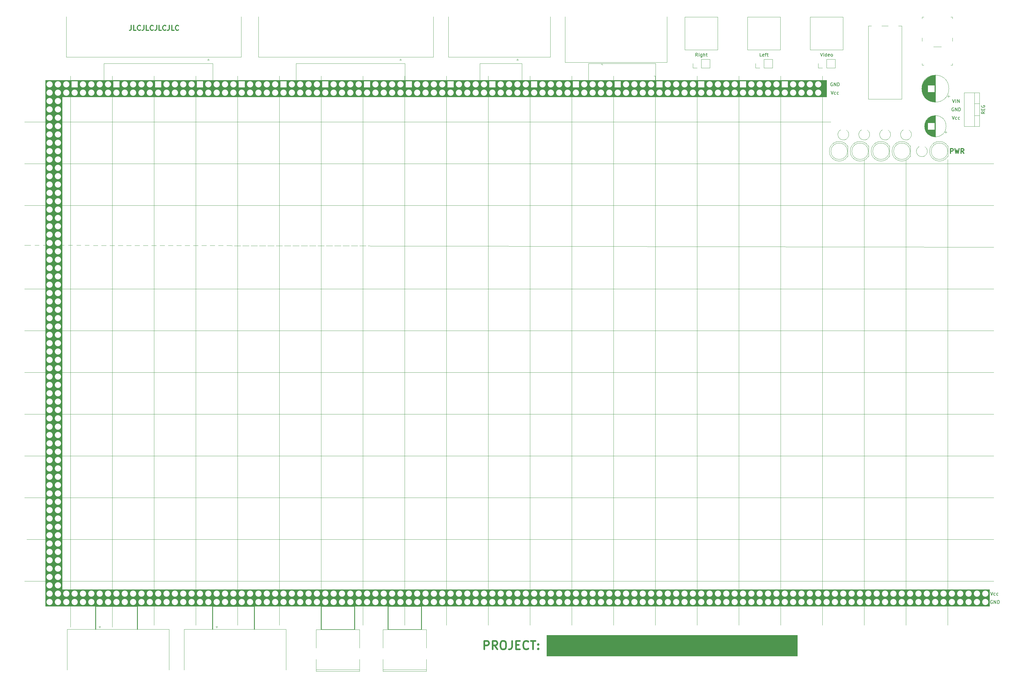
<source format=gto>
%TF.GenerationSoftware,KiCad,Pcbnew,5.1.6*%
%TF.CreationDate,2020-08-16T02:17:22-06:00*%
%TF.ProjectId,20x30,32307833-302e-46b6-9963-61645f706362,rev?*%
%TF.SameCoordinates,Original*%
%TF.FileFunction,Legend,Top*%
%TF.FilePolarity,Positive*%
%FSLAX46Y46*%
G04 Gerber Fmt 4.6, Leading zero omitted, Abs format (unit mm)*
G04 Created by KiCad (PCBNEW 5.1.6) date 2020-08-16 02:17:22*
%MOMM*%
%LPD*%
G01*
G04 APERTURE LIST*
%ADD10C,0.100000*%
%ADD11C,0.508000*%
%ADD12C,0.300000*%
%ADD13C,0.203200*%
%ADD14C,0.120000*%
%ADD15C,0.150000*%
%ADD16C,0.254000*%
%ADD17C,1.878000*%
%ADD18R,1.878000X1.878000*%
%ADD19C,1.700000*%
%ADD20O,1.700000X1.700000*%
%ADD21R,1.900000X1.900000*%
%ADD22C,1.900000*%
%ADD23R,1.800000X1.800000*%
%ADD24O,1.800000X1.800000*%
%ADD25R,4.600000X2.100000*%
%ADD26R,2.100000X4.600000*%
%ADD27C,1.624000*%
%ADD28C,3.402000*%
%ADD29C,1.800000*%
%ADD30R,1.700000X1.700000*%
%ADD31C,4.100000*%
%ADD32O,2.100000X2.005000*%
%ADD33R,2.100000X2.005000*%
%ADD34C,3.148000*%
%ADD35O,2.132000X3.656000*%
%ADD36O,3.656000X2.386000*%
%ADD37C,7.500000*%
G04 APERTURE END LIST*
D10*
G36*
X321310000Y-204470000D02*
G01*
X36830000Y-204470000D01*
X36830000Y-201930000D01*
X321310000Y-201930000D01*
X321310000Y-204470000D01*
G37*
X321310000Y-204470000D02*
X36830000Y-204470000D01*
X36830000Y-201930000D01*
X321310000Y-201930000D01*
X321310000Y-204470000D01*
G36*
X321310000Y-201930000D02*
G01*
X39370000Y-201930000D01*
X39370000Y-199390000D01*
X321310000Y-199390000D01*
X321310000Y-201930000D01*
G37*
X321310000Y-201930000D02*
X39370000Y-201930000D01*
X39370000Y-199390000D01*
X321310000Y-199390000D01*
X321310000Y-201930000D01*
G36*
X39370000Y-201930000D02*
G01*
X36830000Y-201930000D01*
X36830000Y-49530000D01*
X39370000Y-49530000D01*
X39370000Y-201930000D01*
G37*
X39370000Y-201930000D02*
X36830000Y-201930000D01*
X36830000Y-49530000D01*
X39370000Y-49530000D01*
X39370000Y-201930000D01*
G36*
X36830000Y-204470000D02*
G01*
X34290000Y-204470000D01*
X34290000Y-46990000D01*
X36830000Y-46990000D01*
X36830000Y-204470000D01*
G37*
X36830000Y-204470000D02*
X34290000Y-204470000D01*
X34290000Y-46990000D01*
X36830000Y-46990000D01*
X36830000Y-204470000D01*
G36*
X271780000Y-49530000D02*
G01*
X36830000Y-49530000D01*
X36830000Y-46990000D01*
X271780000Y-46990000D01*
X271780000Y-49530000D01*
G37*
X271780000Y-49530000D02*
X36830000Y-49530000D01*
X36830000Y-46990000D01*
X271780000Y-46990000D01*
X271780000Y-49530000D01*
G36*
X271780000Y-46990000D02*
G01*
X34290000Y-46990000D01*
X34290000Y-44450000D01*
X271780000Y-44450000D01*
X271780000Y-46990000D01*
G37*
X271780000Y-46990000D02*
X34290000Y-46990000D01*
X34290000Y-44450000D01*
X271780000Y-44450000D01*
X271780000Y-46990000D01*
D11*
X167670238Y-217557047D02*
X167670238Y-215017047D01*
X168637857Y-215017047D01*
X168879761Y-215138000D01*
X169000714Y-215258952D01*
X169121666Y-215500857D01*
X169121666Y-215863714D01*
X169000714Y-216105619D01*
X168879761Y-216226571D01*
X168637857Y-216347523D01*
X167670238Y-216347523D01*
X171661666Y-217557047D02*
X170815000Y-216347523D01*
X170210238Y-217557047D02*
X170210238Y-215017047D01*
X171177857Y-215017047D01*
X171419761Y-215138000D01*
X171540714Y-215258952D01*
X171661666Y-215500857D01*
X171661666Y-215863714D01*
X171540714Y-216105619D01*
X171419761Y-216226571D01*
X171177857Y-216347523D01*
X170210238Y-216347523D01*
X173234047Y-215017047D02*
X173717857Y-215017047D01*
X173959761Y-215138000D01*
X174201666Y-215379904D01*
X174322619Y-215863714D01*
X174322619Y-216710380D01*
X174201666Y-217194190D01*
X173959761Y-217436095D01*
X173717857Y-217557047D01*
X173234047Y-217557047D01*
X172992142Y-217436095D01*
X172750238Y-217194190D01*
X172629285Y-216710380D01*
X172629285Y-215863714D01*
X172750238Y-215379904D01*
X172992142Y-215138000D01*
X173234047Y-215017047D01*
X176136904Y-215017047D02*
X176136904Y-216831333D01*
X176015952Y-217194190D01*
X175774047Y-217436095D01*
X175411190Y-217557047D01*
X175169285Y-217557047D01*
X177346428Y-216226571D02*
X178193095Y-216226571D01*
X178555952Y-217557047D02*
X177346428Y-217557047D01*
X177346428Y-215017047D01*
X178555952Y-215017047D01*
X181095952Y-217315142D02*
X180975000Y-217436095D01*
X180612142Y-217557047D01*
X180370238Y-217557047D01*
X180007380Y-217436095D01*
X179765476Y-217194190D01*
X179644523Y-216952285D01*
X179523571Y-216468476D01*
X179523571Y-216105619D01*
X179644523Y-215621809D01*
X179765476Y-215379904D01*
X180007380Y-215138000D01*
X180370238Y-215017047D01*
X180612142Y-215017047D01*
X180975000Y-215138000D01*
X181095952Y-215258952D01*
X181821666Y-215017047D02*
X183273095Y-215017047D01*
X182547380Y-217557047D02*
X182547380Y-215017047D01*
X184119761Y-217315142D02*
X184240714Y-217436095D01*
X184119761Y-217557047D01*
X183998809Y-217436095D01*
X184119761Y-217315142D01*
X184119761Y-217557047D01*
X184119761Y-215984666D02*
X184240714Y-216105619D01*
X184119761Y-216226571D01*
X183998809Y-216105619D01*
X184119761Y-215984666D01*
X184119761Y-216226571D01*
D10*
G36*
X262890000Y-219583000D02*
G01*
X186690000Y-219583000D01*
X186690000Y-213233000D01*
X262890000Y-213233000D01*
X262890000Y-219583000D01*
G37*
X262890000Y-219583000D02*
X186690000Y-219583000D01*
X186690000Y-213233000D01*
X262890000Y-213233000D01*
X262890000Y-219583000D01*
D12*
X60381428Y-27753571D02*
X60381428Y-28825000D01*
X60310000Y-29039285D01*
X60167142Y-29182142D01*
X59952857Y-29253571D01*
X59810000Y-29253571D01*
X61810000Y-29253571D02*
X61095714Y-29253571D01*
X61095714Y-27753571D01*
X63167142Y-29110714D02*
X63095714Y-29182142D01*
X62881428Y-29253571D01*
X62738571Y-29253571D01*
X62524285Y-29182142D01*
X62381428Y-29039285D01*
X62310000Y-28896428D01*
X62238571Y-28610714D01*
X62238571Y-28396428D01*
X62310000Y-28110714D01*
X62381428Y-27967857D01*
X62524285Y-27825000D01*
X62738571Y-27753571D01*
X62881428Y-27753571D01*
X63095714Y-27825000D01*
X63167142Y-27896428D01*
X64238571Y-27753571D02*
X64238571Y-28825000D01*
X64167142Y-29039285D01*
X64024285Y-29182142D01*
X63810000Y-29253571D01*
X63667142Y-29253571D01*
X65667142Y-29253571D02*
X64952857Y-29253571D01*
X64952857Y-27753571D01*
X67024285Y-29110714D02*
X66952857Y-29182142D01*
X66738571Y-29253571D01*
X66595714Y-29253571D01*
X66381428Y-29182142D01*
X66238571Y-29039285D01*
X66167142Y-28896428D01*
X66095714Y-28610714D01*
X66095714Y-28396428D01*
X66167142Y-28110714D01*
X66238571Y-27967857D01*
X66381428Y-27825000D01*
X66595714Y-27753571D01*
X66738571Y-27753571D01*
X66952857Y-27825000D01*
X67024285Y-27896428D01*
X68095714Y-27753571D02*
X68095714Y-28825000D01*
X68024285Y-29039285D01*
X67881428Y-29182142D01*
X67667142Y-29253571D01*
X67524285Y-29253571D01*
X69524285Y-29253571D02*
X68810000Y-29253571D01*
X68810000Y-27753571D01*
X70881428Y-29110714D02*
X70810000Y-29182142D01*
X70595714Y-29253571D01*
X70452857Y-29253571D01*
X70238571Y-29182142D01*
X70095714Y-29039285D01*
X70024285Y-28896428D01*
X69952857Y-28610714D01*
X69952857Y-28396428D01*
X70024285Y-28110714D01*
X70095714Y-27967857D01*
X70238571Y-27825000D01*
X70452857Y-27753571D01*
X70595714Y-27753571D01*
X70810000Y-27825000D01*
X70881428Y-27896428D01*
X71952857Y-27753571D02*
X71952857Y-28825000D01*
X71881428Y-29039285D01*
X71738571Y-29182142D01*
X71524285Y-29253571D01*
X71381428Y-29253571D01*
X73381428Y-29253571D02*
X72667142Y-29253571D01*
X72667142Y-27753571D01*
X74738571Y-29110714D02*
X74667142Y-29182142D01*
X74452857Y-29253571D01*
X74310000Y-29253571D01*
X74095714Y-29182142D01*
X73952857Y-29039285D01*
X73881428Y-28896428D01*
X73810000Y-28610714D01*
X73810000Y-28396428D01*
X73881428Y-28110714D01*
X73952857Y-27967857D01*
X74095714Y-27825000D01*
X74310000Y-27753571D01*
X74452857Y-27753571D01*
X74667142Y-27825000D01*
X74738571Y-27896428D01*
D13*
X322186904Y-202692000D02*
X322090142Y-202643619D01*
X321945000Y-202643619D01*
X321799857Y-202692000D01*
X321703095Y-202788761D01*
X321654714Y-202885523D01*
X321606333Y-203079047D01*
X321606333Y-203224190D01*
X321654714Y-203417714D01*
X321703095Y-203514476D01*
X321799857Y-203611238D01*
X321945000Y-203659619D01*
X322041761Y-203659619D01*
X322186904Y-203611238D01*
X322235285Y-203562857D01*
X322235285Y-203224190D01*
X322041761Y-203224190D01*
X322670714Y-203659619D02*
X322670714Y-202643619D01*
X323251285Y-203659619D01*
X323251285Y-202643619D01*
X323735095Y-203659619D02*
X323735095Y-202643619D01*
X323977000Y-202643619D01*
X324122142Y-202692000D01*
X324218904Y-202788761D01*
X324267285Y-202885523D01*
X324315666Y-203079047D01*
X324315666Y-203224190D01*
X324267285Y-203417714D01*
X324218904Y-203514476D01*
X324122142Y-203611238D01*
X323977000Y-203659619D01*
X323735095Y-203659619D01*
X321624476Y-200103619D02*
X321963142Y-201119619D01*
X322301809Y-200103619D01*
X323075904Y-201071238D02*
X322979142Y-201119619D01*
X322785619Y-201119619D01*
X322688857Y-201071238D01*
X322640476Y-201022857D01*
X322592095Y-200926095D01*
X322592095Y-200635809D01*
X322640476Y-200539047D01*
X322688857Y-200490666D01*
X322785619Y-200442285D01*
X322979142Y-200442285D01*
X323075904Y-200490666D01*
X323946761Y-201071238D02*
X323850000Y-201119619D01*
X323656476Y-201119619D01*
X323559714Y-201071238D01*
X323511333Y-201022857D01*
X323462952Y-200926095D01*
X323462952Y-200635809D01*
X323511333Y-200539047D01*
X323559714Y-200490666D01*
X323656476Y-200442285D01*
X323850000Y-200442285D01*
X323946761Y-200490666D01*
D14*
X321310000Y-204470000D02*
X321310000Y-201930000D01*
X34290000Y-204470000D02*
X321310000Y-204470000D01*
X321310000Y-201930000D02*
X36830000Y-201930000D01*
X321310000Y-199390000D02*
X321310000Y-201930000D01*
X39370000Y-199390000D02*
X321310000Y-199390000D01*
D15*
X310388095Y-52840000D02*
X310292857Y-52792380D01*
X310150000Y-52792380D01*
X310007142Y-52840000D01*
X309911904Y-52935238D01*
X309864285Y-53030476D01*
X309816666Y-53220952D01*
X309816666Y-53363809D01*
X309864285Y-53554285D01*
X309911904Y-53649523D01*
X310007142Y-53744761D01*
X310150000Y-53792380D01*
X310245238Y-53792380D01*
X310388095Y-53744761D01*
X310435714Y-53697142D01*
X310435714Y-53363809D01*
X310245238Y-53363809D01*
X310864285Y-53792380D02*
X310864285Y-52792380D01*
X311435714Y-53792380D01*
X311435714Y-52792380D01*
X311911904Y-53792380D02*
X311911904Y-52792380D01*
X312150000Y-52792380D01*
X312292857Y-52840000D01*
X312388095Y-52935238D01*
X312435714Y-53030476D01*
X312483333Y-53220952D01*
X312483333Y-53363809D01*
X312435714Y-53554285D01*
X312388095Y-53649523D01*
X312292857Y-53744761D01*
X312150000Y-53792380D01*
X311911904Y-53792380D01*
X309959523Y-55332380D02*
X310292857Y-56332380D01*
X310626190Y-55332380D01*
X311388095Y-56284761D02*
X311292857Y-56332380D01*
X311102380Y-56332380D01*
X311007142Y-56284761D01*
X310959523Y-56237142D01*
X310911904Y-56141904D01*
X310911904Y-55856190D01*
X310959523Y-55760952D01*
X311007142Y-55713333D01*
X311102380Y-55665714D01*
X311292857Y-55665714D01*
X311388095Y-55713333D01*
X312245238Y-56284761D02*
X312150000Y-56332380D01*
X311959523Y-56332380D01*
X311864285Y-56284761D01*
X311816666Y-56237142D01*
X311769047Y-56141904D01*
X311769047Y-55856190D01*
X311816666Y-55760952D01*
X311864285Y-55713333D01*
X311959523Y-55665714D01*
X312150000Y-55665714D01*
X312245238Y-55713333D01*
D12*
X309404000Y-66718571D02*
X309404000Y-65218571D01*
X309975428Y-65218571D01*
X310118285Y-65290000D01*
X310189714Y-65361428D01*
X310261142Y-65504285D01*
X310261142Y-65718571D01*
X310189714Y-65861428D01*
X310118285Y-65932857D01*
X309975428Y-66004285D01*
X309404000Y-66004285D01*
X310761142Y-65218571D02*
X311118285Y-66718571D01*
X311404000Y-65647142D01*
X311689714Y-66718571D01*
X312046857Y-65218571D01*
X313475428Y-66718571D02*
X312975428Y-66004285D01*
X312618285Y-66718571D02*
X312618285Y-65218571D01*
X313189714Y-65218571D01*
X313332571Y-65290000D01*
X313404000Y-65361428D01*
X313475428Y-65504285D01*
X313475428Y-65718571D01*
X313404000Y-65861428D01*
X313332571Y-65932857D01*
X313189714Y-66004285D01*
X312618285Y-66004285D01*
D14*
X308610000Y-68580000D02*
X308610000Y-210185000D01*
X295910000Y-210185000D02*
X295910000Y-68580000D01*
X283210000Y-68580000D02*
X283210000Y-210185000D01*
X270510000Y-210185000D02*
X270510000Y-43180000D01*
X257810000Y-43180000D02*
X257810000Y-210185000D01*
X245110000Y-210185000D02*
X245110000Y-43180000D01*
X28575000Y-184150000D02*
X322580000Y-184150000D01*
X232410000Y-43180000D02*
X232410000Y-210185000D01*
X219710000Y-43180000D02*
X219710000Y-210185000D01*
X219075000Y-43180000D02*
X219710000Y-43180000D01*
X207010000Y-43180000D02*
X207010000Y-210185000D01*
X194310000Y-210185000D02*
X194310000Y-43180000D01*
X181610000Y-43180000D02*
X181610000Y-210185000D01*
X168910000Y-210185000D02*
X168910000Y-43180000D01*
X156210000Y-43180000D02*
X156210000Y-210185000D01*
X143510000Y-210185000D02*
X143510000Y-43180000D01*
X130810000Y-43180000D02*
X130810000Y-210185000D01*
X118110000Y-210185000D02*
X118110000Y-43180000D01*
X92710000Y-43180000D02*
X92710000Y-210185000D01*
X105410000Y-210185000D02*
X105410000Y-43180000D01*
X80010000Y-210185000D02*
X80010000Y-43180000D01*
X67310000Y-43180000D02*
X67310000Y-210185000D01*
X54610000Y-210820000D02*
X54610000Y-43180000D01*
X322580000Y-196850000D02*
X27940000Y-196850000D01*
X322580000Y-171450000D02*
X27940000Y-171450000D01*
X27940000Y-158750000D02*
X322580000Y-158750000D01*
X322580000Y-146050000D02*
X27940000Y-146050000D01*
X27940000Y-133350000D02*
X322580000Y-133350000D01*
X322580000Y-120650000D02*
X27940000Y-120650000D01*
X27940000Y-107950000D02*
X322580000Y-107950000D01*
X322580000Y-95250000D02*
X27940000Y-94615000D01*
X27940000Y-82550000D02*
X322580000Y-82550000D01*
X322580000Y-69850000D02*
X27940000Y-69850000D01*
X27940000Y-57150000D02*
X273050000Y-57150000D01*
X39370000Y-49530000D02*
X271780000Y-49530000D01*
X36830000Y-46990000D02*
X36830000Y-49530000D01*
X271780000Y-46990000D02*
X36830000Y-46990000D01*
X34290000Y-44450000D02*
X271780000Y-44450000D01*
X34290000Y-49530000D02*
X34290000Y-44450000D01*
X39370000Y-49530000D02*
X39370000Y-199390000D01*
X36830000Y-201930000D02*
X36830000Y-49530000D01*
X34290000Y-49530000D02*
X34290000Y-204470000D01*
D16*
X148590000Y-204470000D02*
X148590000Y-211455000D01*
D14*
X148590000Y-211455000D02*
X138430000Y-211455000D01*
D16*
X138430000Y-204470000D02*
X148590000Y-204470000D01*
X138430000Y-211455000D02*
X138430000Y-204470000D01*
D14*
X128270000Y-211455000D02*
X118110000Y-211455000D01*
D16*
X128270000Y-204470000D02*
X128270000Y-211455000D01*
X118110000Y-204470000D02*
X128270000Y-204470000D01*
X118110000Y-211455000D02*
X118110000Y-204470000D01*
D14*
X97790000Y-211455000D02*
X85090000Y-211455000D01*
D16*
X97790000Y-204470000D02*
X97790000Y-211455000D01*
X85090000Y-204470000D02*
X97790000Y-204470000D01*
X85090000Y-211455000D02*
X85090000Y-204470000D01*
X49530000Y-211455000D02*
X49530000Y-210185000D01*
D14*
X62230000Y-211455000D02*
X49530000Y-211455000D01*
D16*
X62230000Y-204470000D02*
X62230000Y-211455000D01*
X49530000Y-204470000D02*
X62230000Y-204470000D01*
X49530000Y-210185000D02*
X49530000Y-204470000D01*
D15*
X310054761Y-50252380D02*
X310388095Y-51252380D01*
X310721428Y-50252380D01*
X311054761Y-51252380D02*
X311054761Y-50252380D01*
X311530952Y-51252380D02*
X311530952Y-50252380D01*
X312102380Y-51252380D01*
X312102380Y-50252380D01*
X273129523Y-47712380D02*
X273462857Y-48712380D01*
X273796190Y-47712380D01*
X274558095Y-48664761D02*
X274462857Y-48712380D01*
X274272380Y-48712380D01*
X274177142Y-48664761D01*
X274129523Y-48617142D01*
X274081904Y-48521904D01*
X274081904Y-48236190D01*
X274129523Y-48140952D01*
X274177142Y-48093333D01*
X274272380Y-48045714D01*
X274462857Y-48045714D01*
X274558095Y-48093333D01*
X275415238Y-48664761D02*
X275320000Y-48712380D01*
X275129523Y-48712380D01*
X275034285Y-48664761D01*
X274986666Y-48617142D01*
X274939047Y-48521904D01*
X274939047Y-48236190D01*
X274986666Y-48140952D01*
X275034285Y-48093333D01*
X275129523Y-48045714D01*
X275320000Y-48045714D01*
X275415238Y-48093333D01*
X273558095Y-45220000D02*
X273462857Y-45172380D01*
X273320000Y-45172380D01*
X273177142Y-45220000D01*
X273081904Y-45315238D01*
X273034285Y-45410476D01*
X272986666Y-45600952D01*
X272986666Y-45743809D01*
X273034285Y-45934285D01*
X273081904Y-46029523D01*
X273177142Y-46124761D01*
X273320000Y-46172380D01*
X273415238Y-46172380D01*
X273558095Y-46124761D01*
X273605714Y-46077142D01*
X273605714Y-45743809D01*
X273415238Y-45743809D01*
X274034285Y-46172380D02*
X274034285Y-45172380D01*
X274605714Y-46172380D01*
X274605714Y-45172380D01*
X275081904Y-46172380D02*
X275081904Y-45172380D01*
X275320000Y-45172380D01*
X275462857Y-45220000D01*
X275558095Y-45315238D01*
X275605714Y-45410476D01*
X275653333Y-45600952D01*
X275653333Y-45743809D01*
X275605714Y-45934285D01*
X275558095Y-46029523D01*
X275462857Y-46124761D01*
X275320000Y-46172380D01*
X275081904Y-46172380D01*
D14*
X271780000Y-44450000D02*
X271780000Y-49530000D01*
X41910000Y-43180000D02*
X41910000Y-210820000D01*
%TO.C,REF\u002A\u002A*%
X296881380Y-59615225D02*
G75*
G02*
X295110000Y-59506728I-971380J-1344775D01*
G01*
X290531380Y-59615225D02*
G75*
G02*
X288760000Y-59506728I-971380J-1344775D01*
G01*
X284181380Y-59615225D02*
G75*
G02*
X282410000Y-59506728I-971380J-1344775D01*
G01*
X277831380Y-59615225D02*
G75*
G02*
X276060000Y-59506728I-971380J-1344775D01*
G01*
X297200000Y-67585000D02*
X297200000Y-64495000D01*
X297140000Y-66040000D02*
G75*
G03*
X297140000Y-66040000I-2500000J0D01*
G01*
X291650000Y-66039538D02*
G75*
G03*
X297200000Y-67584830I2990000J-462D01*
G01*
X291650000Y-66040462D02*
G75*
G02*
X297200000Y-64495170I2990000J462D01*
G01*
X290850000Y-67585000D02*
X290850000Y-64495000D01*
X290790000Y-66040000D02*
G75*
G03*
X290790000Y-66040000I-2500000J0D01*
G01*
X285300000Y-66039538D02*
G75*
G03*
X290850000Y-67584830I2990000J-462D01*
G01*
X285300000Y-66040462D02*
G75*
G02*
X290850000Y-64495170I2990000J462D01*
G01*
X284500000Y-67585000D02*
X284500000Y-64495000D01*
X284440000Y-66040000D02*
G75*
G03*
X284440000Y-66040000I-2500000J0D01*
G01*
X278950000Y-66039538D02*
G75*
G03*
X284500000Y-67584830I2990000J-462D01*
G01*
X278950000Y-66040462D02*
G75*
G02*
X284500000Y-64495170I2990000J462D01*
G01*
X278150000Y-67585000D02*
X278150000Y-64495000D01*
X278090000Y-66040000D02*
G75*
G03*
X278090000Y-66040000I-2500000J0D01*
G01*
X272600000Y-66039538D02*
G75*
G03*
X278150000Y-67584830I2990000J-462D01*
G01*
X272600000Y-66040462D02*
G75*
G02*
X278150000Y-64495170I2990000J462D01*
G01*
X269180000Y-40700000D02*
X269180000Y-39370000D01*
X270510000Y-40700000D02*
X269180000Y-40700000D01*
X271780000Y-40700000D02*
X271780000Y-38040000D01*
X271780000Y-38040000D02*
X274380000Y-38040000D01*
X271780000Y-40700000D02*
X274380000Y-40700000D01*
X274380000Y-40700000D02*
X274380000Y-38040000D01*
X250130000Y-40700000D02*
X250130000Y-39370000D01*
X251460000Y-40700000D02*
X250130000Y-40700000D01*
X252730000Y-40700000D02*
X252730000Y-38040000D01*
X252730000Y-38040000D02*
X255330000Y-38040000D01*
X252730000Y-40700000D02*
X255330000Y-40700000D01*
X255330000Y-40700000D02*
X255330000Y-38040000D01*
X231080000Y-40700000D02*
X231080000Y-39370000D01*
X232410000Y-40700000D02*
X231080000Y-40700000D01*
X233680000Y-40700000D02*
X233680000Y-38040000D01*
X233680000Y-38040000D02*
X236280000Y-38040000D01*
X233680000Y-40700000D02*
X236280000Y-40700000D01*
X236280000Y-40700000D02*
X236280000Y-38040000D01*
D10*
X310035000Y-39820000D02*
X309535000Y-39820000D01*
X310035000Y-39820000D02*
X310035000Y-39320000D01*
X300835000Y-39820000D02*
X301335000Y-39820000D01*
X300835000Y-39820000D02*
X300835000Y-39320000D01*
X304235000Y-34220000D02*
X306635000Y-34220000D01*
X300835000Y-25220000D02*
X300835000Y-25720000D01*
X300835000Y-25220000D02*
X301335000Y-25220000D01*
X310035000Y-25220000D02*
X309535000Y-25220000D01*
X310035000Y-25220000D02*
X310035000Y-25720000D01*
X300835000Y-32520000D02*
X300835000Y-31520000D01*
X310035000Y-32520000D02*
X310035000Y-31520000D01*
D14*
X150114000Y-223774000D02*
X136906000Y-223774000D01*
X136906000Y-224282000D02*
X150114000Y-224282000D01*
X136906000Y-211582000D02*
X136906000Y-224282000D01*
X150114000Y-211582000D02*
X136906000Y-211582000D01*
X150114000Y-224282000D02*
X150114000Y-211582000D01*
X199330000Y-43180000D02*
X199330000Y-41910000D01*
X200660000Y-44510000D02*
X201930000Y-44510000D01*
X199330000Y-44510000D02*
X199330000Y-43180000D01*
X200660000Y-44510000D02*
X199330000Y-44510000D01*
X199330000Y-41910000D02*
X199330000Y-39310000D01*
X199330000Y-39310000D02*
X219770000Y-39310000D01*
X201930000Y-44510000D02*
X219770000Y-44510000D01*
X219770000Y-44510000D02*
X219770000Y-39310000D01*
X179130000Y-40640000D02*
X179130000Y-41910000D01*
X177800000Y-39310000D02*
X176530000Y-39310000D01*
X179130000Y-39310000D02*
X179130000Y-40640000D01*
X177800000Y-39310000D02*
X179130000Y-39310000D01*
X179130000Y-41910000D02*
X179130000Y-44510000D01*
X179130000Y-44510000D02*
X166310000Y-44510000D01*
X176530000Y-39310000D02*
X166310000Y-39310000D01*
X166310000Y-39310000D02*
X166310000Y-44510000D01*
X142240000Y-39310000D02*
X140970000Y-39310000D01*
X143570000Y-41910000D02*
X143570000Y-40640000D01*
X143570000Y-39310000D02*
X143570000Y-40640000D01*
X142240000Y-39310000D02*
X143570000Y-39310000D01*
X143570000Y-41910000D02*
X143570000Y-44510000D01*
X143570000Y-44510000D02*
X110430000Y-44510000D01*
X140970000Y-39310000D02*
X110430000Y-39310000D01*
X110430000Y-39310000D02*
X110430000Y-44510000D01*
X85150000Y-40640000D02*
X85150000Y-41910000D01*
X83820000Y-39310000D02*
X82550000Y-39310000D01*
X85150000Y-39310000D02*
X85150000Y-40640000D01*
X83820000Y-39310000D02*
X85150000Y-39310000D01*
X85150000Y-41910000D02*
X85150000Y-44510000D01*
X85150000Y-44510000D02*
X52010000Y-44510000D01*
X82550000Y-39310000D02*
X52010000Y-39310000D01*
X52010000Y-39310000D02*
X52010000Y-44510000D01*
X152230000Y-25080000D02*
X152230000Y-37420000D01*
X152230000Y-37420000D02*
X99010000Y-37420000D01*
X99010000Y-37420000D02*
X99010000Y-25080000D01*
X142490000Y-38314338D02*
X141990000Y-38314338D01*
X141990000Y-38314338D02*
X142240000Y-37881325D01*
X142240000Y-37881325D02*
X142490000Y-38314338D01*
X86360000Y-211038675D02*
X86110000Y-210605662D01*
X86610000Y-210605662D02*
X86360000Y-211038675D01*
X86110000Y-210605662D02*
X86610000Y-210605662D01*
X107385000Y-211500000D02*
X107385000Y-223840000D01*
X76415000Y-211500000D02*
X107385000Y-211500000D01*
X76415000Y-223840000D02*
X76415000Y-211500000D01*
X50800000Y-211038675D02*
X50550000Y-210605662D01*
X51050000Y-210605662D02*
X50800000Y-211038675D01*
X50550000Y-210605662D02*
X51050000Y-210605662D01*
X71825000Y-211500000D02*
X71825000Y-223840000D01*
X40855000Y-211500000D02*
X71825000Y-211500000D01*
X40855000Y-223840000D02*
X40855000Y-211500000D01*
X129794000Y-223774000D02*
X116586000Y-223774000D01*
X116586000Y-224282000D02*
X129794000Y-224282000D01*
X116586000Y-211582000D02*
X116586000Y-224282000D01*
X129794000Y-211582000D02*
X116586000Y-211582000D01*
X129794000Y-224282000D02*
X129794000Y-211582000D01*
X301707380Y-64695225D02*
G75*
G02*
X299936000Y-64586728I-971380J-1344775D01*
G01*
X308630000Y-67585000D02*
X308630000Y-64495000D01*
X308570000Y-66040000D02*
G75*
G03*
X308570000Y-66040000I-2500000J0D01*
G01*
X303080000Y-66040462D02*
G75*
G02*
X308630000Y-64495170I2990000J462D01*
G01*
X303080000Y-66039538D02*
G75*
G03*
X308630000Y-67584830I2990000J-462D01*
G01*
X308829698Y-49705000D02*
X308829698Y-48905000D01*
X309229698Y-49305000D02*
X308429698Y-49305000D01*
X300739000Y-47523000D02*
X300739000Y-46457000D01*
X300779000Y-47758000D02*
X300779000Y-46222000D01*
X300819000Y-47938000D02*
X300819000Y-46042000D01*
X300859000Y-48088000D02*
X300859000Y-45892000D01*
X300899000Y-48219000D02*
X300899000Y-45761000D01*
X300939000Y-48336000D02*
X300939000Y-45644000D01*
X300979000Y-48443000D02*
X300979000Y-45537000D01*
X301019000Y-48542000D02*
X301019000Y-45438000D01*
X301059000Y-48635000D02*
X301059000Y-45345000D01*
X301099000Y-48721000D02*
X301099000Y-45259000D01*
X301139000Y-48803000D02*
X301139000Y-45177000D01*
X301179000Y-48880000D02*
X301179000Y-45100000D01*
X301219000Y-48954000D02*
X301219000Y-45026000D01*
X301259000Y-49024000D02*
X301259000Y-44956000D01*
X301299000Y-49092000D02*
X301299000Y-44888000D01*
X301339000Y-49156000D02*
X301339000Y-44824000D01*
X301379000Y-49218000D02*
X301379000Y-44762000D01*
X301419000Y-49277000D02*
X301419000Y-44703000D01*
X301459000Y-49335000D02*
X301459000Y-44645000D01*
X301499000Y-49390000D02*
X301499000Y-44590000D01*
X301539000Y-49444000D02*
X301539000Y-44536000D01*
X301579000Y-49495000D02*
X301579000Y-44485000D01*
X301619000Y-49546000D02*
X301619000Y-44434000D01*
X301659000Y-49594000D02*
X301659000Y-44386000D01*
X301699000Y-49641000D02*
X301699000Y-44339000D01*
X301739000Y-49687000D02*
X301739000Y-44293000D01*
X301779000Y-49731000D02*
X301779000Y-44249000D01*
X301819000Y-49774000D02*
X301819000Y-44206000D01*
X301859000Y-49816000D02*
X301859000Y-44164000D01*
X301899000Y-49857000D02*
X301899000Y-44123000D01*
X301939000Y-49897000D02*
X301939000Y-44083000D01*
X301979000Y-49935000D02*
X301979000Y-44045000D01*
X302019000Y-49973000D02*
X302019000Y-44007000D01*
X302059000Y-50009000D02*
X302059000Y-43971000D01*
X302099000Y-50045000D02*
X302099000Y-43935000D01*
X302139000Y-50080000D02*
X302139000Y-43900000D01*
X302179000Y-50114000D02*
X302179000Y-43866000D01*
X302219000Y-50146000D02*
X302219000Y-43834000D01*
X302259000Y-50179000D02*
X302259000Y-43801000D01*
X302299000Y-50210000D02*
X302299000Y-43770000D01*
X302339000Y-50240000D02*
X302339000Y-43740000D01*
X302379000Y-50270000D02*
X302379000Y-43710000D01*
X302419000Y-50299000D02*
X302419000Y-43681000D01*
X302459000Y-50328000D02*
X302459000Y-43652000D01*
X302499000Y-50355000D02*
X302499000Y-43625000D01*
X302539000Y-45950000D02*
X302539000Y-43598000D01*
X302539000Y-50382000D02*
X302539000Y-48030000D01*
X302579000Y-45950000D02*
X302579000Y-43572000D01*
X302579000Y-50408000D02*
X302579000Y-48030000D01*
X302619000Y-45950000D02*
X302619000Y-43546000D01*
X302619000Y-50434000D02*
X302619000Y-48030000D01*
X302659000Y-45950000D02*
X302659000Y-43521000D01*
X302659000Y-50459000D02*
X302659000Y-48030000D01*
X302699000Y-45950000D02*
X302699000Y-43497000D01*
X302699000Y-50483000D02*
X302699000Y-48030000D01*
X302739000Y-45950000D02*
X302739000Y-43473000D01*
X302739000Y-50507000D02*
X302739000Y-48030000D01*
X302779000Y-45950000D02*
X302779000Y-43450000D01*
X302779000Y-50530000D02*
X302779000Y-48030000D01*
X302819000Y-45950000D02*
X302819000Y-43428000D01*
X302819000Y-50552000D02*
X302819000Y-48030000D01*
X302859000Y-45950000D02*
X302859000Y-43406000D01*
X302859000Y-50574000D02*
X302859000Y-48030000D01*
X302899000Y-45950000D02*
X302899000Y-43384000D01*
X302899000Y-50596000D02*
X302899000Y-48030000D01*
X302939000Y-45950000D02*
X302939000Y-43363000D01*
X302939000Y-50617000D02*
X302939000Y-48030000D01*
X302979000Y-45950000D02*
X302979000Y-43343000D01*
X302979000Y-50637000D02*
X302979000Y-48030000D01*
X303019000Y-45950000D02*
X303019000Y-43324000D01*
X303019000Y-50656000D02*
X303019000Y-48030000D01*
X303059000Y-45950000D02*
X303059000Y-43304000D01*
X303059000Y-50676000D02*
X303059000Y-48030000D01*
X303099000Y-45950000D02*
X303099000Y-43286000D01*
X303099000Y-50694000D02*
X303099000Y-48030000D01*
X303139000Y-45950000D02*
X303139000Y-43268000D01*
X303139000Y-50712000D02*
X303139000Y-48030000D01*
X303179000Y-45950000D02*
X303179000Y-43250000D01*
X303179000Y-50730000D02*
X303179000Y-48030000D01*
X303219000Y-45950000D02*
X303219000Y-43233000D01*
X303219000Y-50747000D02*
X303219000Y-48030000D01*
X303259000Y-45950000D02*
X303259000Y-43216000D01*
X303259000Y-50764000D02*
X303259000Y-48030000D01*
X303299000Y-45950000D02*
X303299000Y-43200000D01*
X303299000Y-50780000D02*
X303299000Y-48030000D01*
X303339000Y-45950000D02*
X303339000Y-43185000D01*
X303339000Y-50795000D02*
X303339000Y-48030000D01*
X303379000Y-45950000D02*
X303379000Y-43169000D01*
X303379000Y-50811000D02*
X303379000Y-48030000D01*
X303419000Y-45950000D02*
X303419000Y-43155000D01*
X303419000Y-50825000D02*
X303419000Y-48030000D01*
X303459000Y-45950000D02*
X303459000Y-43140000D01*
X303459000Y-50840000D02*
X303459000Y-48030000D01*
X303499000Y-45950000D02*
X303499000Y-43127000D01*
X303499000Y-50853000D02*
X303499000Y-48030000D01*
X303539000Y-45950000D02*
X303539000Y-43113000D01*
X303539000Y-50867000D02*
X303539000Y-48030000D01*
X303579000Y-45950000D02*
X303579000Y-43101000D01*
X303579000Y-50879000D02*
X303579000Y-48030000D01*
X303619000Y-45950000D02*
X303619000Y-43088000D01*
X303619000Y-50892000D02*
X303619000Y-48030000D01*
X303659000Y-45950000D02*
X303659000Y-43076000D01*
X303659000Y-50904000D02*
X303659000Y-48030000D01*
X303699000Y-45950000D02*
X303699000Y-43065000D01*
X303699000Y-50915000D02*
X303699000Y-48030000D01*
X303739000Y-45950000D02*
X303739000Y-43054000D01*
X303739000Y-50926000D02*
X303739000Y-48030000D01*
X303779000Y-45950000D02*
X303779000Y-43043000D01*
X303779000Y-50937000D02*
X303779000Y-48030000D01*
X303819000Y-45950000D02*
X303819000Y-43033000D01*
X303819000Y-50947000D02*
X303819000Y-48030000D01*
X303859000Y-45950000D02*
X303859000Y-43023000D01*
X303859000Y-50957000D02*
X303859000Y-48030000D01*
X303899000Y-45950000D02*
X303899000Y-43014000D01*
X303899000Y-50966000D02*
X303899000Y-48030000D01*
X303939000Y-45950000D02*
X303939000Y-43005000D01*
X303939000Y-50975000D02*
X303939000Y-48030000D01*
X303979000Y-45950000D02*
X303979000Y-42996000D01*
X303979000Y-50984000D02*
X303979000Y-48030000D01*
X304019000Y-45950000D02*
X304019000Y-42988000D01*
X304019000Y-50992000D02*
X304019000Y-48030000D01*
X304059000Y-45950000D02*
X304059000Y-42980000D01*
X304059000Y-51000000D02*
X304059000Y-48030000D01*
X304099000Y-45950000D02*
X304099000Y-42973000D01*
X304099000Y-51007000D02*
X304099000Y-48030000D01*
X304140000Y-45950000D02*
X304140000Y-42966000D01*
X304140000Y-51014000D02*
X304140000Y-48030000D01*
X304180000Y-45950000D02*
X304180000Y-42960000D01*
X304180000Y-51020000D02*
X304180000Y-48030000D01*
X304220000Y-45950000D02*
X304220000Y-42953000D01*
X304220000Y-51027000D02*
X304220000Y-48030000D01*
X304260000Y-45950000D02*
X304260000Y-42948000D01*
X304260000Y-51032000D02*
X304260000Y-48030000D01*
X304300000Y-45950000D02*
X304300000Y-42942000D01*
X304300000Y-51038000D02*
X304300000Y-48030000D01*
X304340000Y-45950000D02*
X304340000Y-42938000D01*
X304340000Y-51042000D02*
X304340000Y-48030000D01*
X304380000Y-45950000D02*
X304380000Y-42933000D01*
X304380000Y-51047000D02*
X304380000Y-48030000D01*
X304420000Y-45950000D02*
X304420000Y-42929000D01*
X304420000Y-51051000D02*
X304420000Y-48030000D01*
X304460000Y-45950000D02*
X304460000Y-42925000D01*
X304460000Y-51055000D02*
X304460000Y-48030000D01*
X304500000Y-45950000D02*
X304500000Y-42922000D01*
X304500000Y-51058000D02*
X304500000Y-48030000D01*
X304540000Y-45950000D02*
X304540000Y-42919000D01*
X304540000Y-51061000D02*
X304540000Y-48030000D01*
X304580000Y-45950000D02*
X304580000Y-42916000D01*
X304580000Y-51064000D02*
X304580000Y-48030000D01*
X304620000Y-51066000D02*
X304620000Y-42914000D01*
X304660000Y-51067000D02*
X304660000Y-42913000D01*
X304700000Y-51069000D02*
X304700000Y-42911000D01*
X304740000Y-51070000D02*
X304740000Y-42910000D01*
X304780000Y-51070000D02*
X304780000Y-42910000D01*
X304820000Y-51070000D02*
X304820000Y-42910000D01*
X308940000Y-46990000D02*
G75*
G03*
X308940000Y-46990000I-4120000J0D01*
G01*
X308005241Y-60574000D02*
X308005241Y-59944000D01*
X308320241Y-60259000D02*
X307690241Y-60259000D01*
X301579000Y-58822000D02*
X301579000Y-58018000D01*
X301619000Y-59053000D02*
X301619000Y-57787000D01*
X301659000Y-59222000D02*
X301659000Y-57618000D01*
X301699000Y-59360000D02*
X301699000Y-57480000D01*
X301739000Y-59479000D02*
X301739000Y-57361000D01*
X301779000Y-59585000D02*
X301779000Y-57255000D01*
X301819000Y-59682000D02*
X301819000Y-57158000D01*
X301859000Y-59770000D02*
X301859000Y-57070000D01*
X301899000Y-59852000D02*
X301899000Y-56988000D01*
X301939000Y-59929000D02*
X301939000Y-56911000D01*
X301979000Y-60001000D02*
X301979000Y-56839000D01*
X302019000Y-60070000D02*
X302019000Y-56770000D01*
X302059000Y-60134000D02*
X302059000Y-56706000D01*
X302099000Y-60196000D02*
X302099000Y-56644000D01*
X302139000Y-60254000D02*
X302139000Y-56586000D01*
X302179000Y-60310000D02*
X302179000Y-56530000D01*
X302219000Y-60364000D02*
X302219000Y-56476000D01*
X302259000Y-60415000D02*
X302259000Y-56425000D01*
X302299000Y-60464000D02*
X302299000Y-56376000D01*
X302339000Y-60512000D02*
X302339000Y-56328000D01*
X302379000Y-60557000D02*
X302379000Y-56283000D01*
X302419000Y-60602000D02*
X302419000Y-56238000D01*
X302459000Y-60644000D02*
X302459000Y-56196000D01*
X302499000Y-60685000D02*
X302499000Y-56155000D01*
X302539000Y-57380000D02*
X302539000Y-56115000D01*
X302539000Y-60725000D02*
X302539000Y-59460000D01*
X302579000Y-57380000D02*
X302579000Y-56077000D01*
X302579000Y-60763000D02*
X302579000Y-59460000D01*
X302619000Y-57380000D02*
X302619000Y-56040000D01*
X302619000Y-60800000D02*
X302619000Y-59460000D01*
X302659000Y-57380000D02*
X302659000Y-56004000D01*
X302659000Y-60836000D02*
X302659000Y-59460000D01*
X302699000Y-57380000D02*
X302699000Y-55970000D01*
X302699000Y-60870000D02*
X302699000Y-59460000D01*
X302739000Y-57380000D02*
X302739000Y-55936000D01*
X302739000Y-60904000D02*
X302739000Y-59460000D01*
X302779000Y-57380000D02*
X302779000Y-55904000D01*
X302779000Y-60936000D02*
X302779000Y-59460000D01*
X302819000Y-57380000D02*
X302819000Y-55872000D01*
X302819000Y-60968000D02*
X302819000Y-59460000D01*
X302859000Y-57380000D02*
X302859000Y-55842000D01*
X302859000Y-60998000D02*
X302859000Y-59460000D01*
X302899000Y-57380000D02*
X302899000Y-55813000D01*
X302899000Y-61027000D02*
X302899000Y-59460000D01*
X302939000Y-57380000D02*
X302939000Y-55784000D01*
X302939000Y-61056000D02*
X302939000Y-59460000D01*
X302979000Y-57380000D02*
X302979000Y-55756000D01*
X302979000Y-61084000D02*
X302979000Y-59460000D01*
X303019000Y-57380000D02*
X303019000Y-55730000D01*
X303019000Y-61110000D02*
X303019000Y-59460000D01*
X303059000Y-57380000D02*
X303059000Y-55704000D01*
X303059000Y-61136000D02*
X303059000Y-59460000D01*
X303099000Y-57380000D02*
X303099000Y-55678000D01*
X303099000Y-61162000D02*
X303099000Y-59460000D01*
X303139000Y-57380000D02*
X303139000Y-55654000D01*
X303139000Y-61186000D02*
X303139000Y-59460000D01*
X303179000Y-57380000D02*
X303179000Y-55630000D01*
X303179000Y-61210000D02*
X303179000Y-59460000D01*
X303219000Y-57380000D02*
X303219000Y-55608000D01*
X303219000Y-61232000D02*
X303219000Y-59460000D01*
X303259000Y-57380000D02*
X303259000Y-55586000D01*
X303259000Y-61254000D02*
X303259000Y-59460000D01*
X303299000Y-57380000D02*
X303299000Y-55564000D01*
X303299000Y-61276000D02*
X303299000Y-59460000D01*
X303339000Y-57380000D02*
X303339000Y-55544000D01*
X303339000Y-61296000D02*
X303339000Y-59460000D01*
X303379000Y-57380000D02*
X303379000Y-55524000D01*
X303379000Y-61316000D02*
X303379000Y-59460000D01*
X303419000Y-57380000D02*
X303419000Y-55504000D01*
X303419000Y-61336000D02*
X303419000Y-59460000D01*
X303459000Y-57380000D02*
X303459000Y-55486000D01*
X303459000Y-61354000D02*
X303459000Y-59460000D01*
X303499000Y-57380000D02*
X303499000Y-55468000D01*
X303499000Y-61372000D02*
X303499000Y-59460000D01*
X303539000Y-57380000D02*
X303539000Y-55450000D01*
X303539000Y-61390000D02*
X303539000Y-59460000D01*
X303579000Y-57380000D02*
X303579000Y-55434000D01*
X303579000Y-61406000D02*
X303579000Y-59460000D01*
X303619000Y-57380000D02*
X303619000Y-55418000D01*
X303619000Y-61422000D02*
X303619000Y-59460000D01*
X303659000Y-57380000D02*
X303659000Y-55402000D01*
X303659000Y-61438000D02*
X303659000Y-59460000D01*
X303699000Y-57380000D02*
X303699000Y-55387000D01*
X303699000Y-61453000D02*
X303699000Y-59460000D01*
X303739000Y-57380000D02*
X303739000Y-55373000D01*
X303739000Y-61467000D02*
X303739000Y-59460000D01*
X303779000Y-57380000D02*
X303779000Y-55359000D01*
X303779000Y-61481000D02*
X303779000Y-59460000D01*
X303819000Y-57380000D02*
X303819000Y-55346000D01*
X303819000Y-61494000D02*
X303819000Y-59460000D01*
X303859000Y-57380000D02*
X303859000Y-55334000D01*
X303859000Y-61506000D02*
X303859000Y-59460000D01*
X303899000Y-57380000D02*
X303899000Y-55322000D01*
X303899000Y-61518000D02*
X303899000Y-59460000D01*
X303939000Y-57380000D02*
X303939000Y-55310000D01*
X303939000Y-61530000D02*
X303939000Y-59460000D01*
X303979000Y-57380000D02*
X303979000Y-55299000D01*
X303979000Y-61541000D02*
X303979000Y-59460000D01*
X304019000Y-57380000D02*
X304019000Y-55289000D01*
X304019000Y-61551000D02*
X304019000Y-59460000D01*
X304059000Y-57380000D02*
X304059000Y-55279000D01*
X304059000Y-61561000D02*
X304059000Y-59460000D01*
X304099000Y-57380000D02*
X304099000Y-55270000D01*
X304099000Y-61570000D02*
X304099000Y-59460000D01*
X304140000Y-57380000D02*
X304140000Y-55261000D01*
X304140000Y-61579000D02*
X304140000Y-59460000D01*
X304180000Y-57380000D02*
X304180000Y-55253000D01*
X304180000Y-61587000D02*
X304180000Y-59460000D01*
X304220000Y-57380000D02*
X304220000Y-55245000D01*
X304220000Y-61595000D02*
X304220000Y-59460000D01*
X304260000Y-57380000D02*
X304260000Y-55238000D01*
X304260000Y-61602000D02*
X304260000Y-59460000D01*
X304300000Y-57380000D02*
X304300000Y-55231000D01*
X304300000Y-61609000D02*
X304300000Y-59460000D01*
X304340000Y-57380000D02*
X304340000Y-55225000D01*
X304340000Y-61615000D02*
X304340000Y-59460000D01*
X304380000Y-57380000D02*
X304380000Y-55219000D01*
X304380000Y-61621000D02*
X304380000Y-59460000D01*
X304420000Y-57380000D02*
X304420000Y-55214000D01*
X304420000Y-61626000D02*
X304420000Y-59460000D01*
X304460000Y-57380000D02*
X304460000Y-55209000D01*
X304460000Y-61631000D02*
X304460000Y-59460000D01*
X304500000Y-57380000D02*
X304500000Y-55205000D01*
X304500000Y-61635000D02*
X304500000Y-59460000D01*
X304540000Y-57380000D02*
X304540000Y-55202000D01*
X304540000Y-61638000D02*
X304540000Y-59460000D01*
X304580000Y-57380000D02*
X304580000Y-55198000D01*
X304580000Y-61642000D02*
X304580000Y-59460000D01*
X304620000Y-61644000D02*
X304620000Y-55196000D01*
X304660000Y-61647000D02*
X304660000Y-55193000D01*
X304700000Y-61648000D02*
X304700000Y-55192000D01*
X304740000Y-61650000D02*
X304740000Y-55190000D01*
X304780000Y-61650000D02*
X304780000Y-55190000D01*
X304820000Y-61650000D02*
X304820000Y-55190000D01*
X308090000Y-58420000D02*
G75*
G03*
X308090000Y-58420000I-3270000J0D01*
G01*
%TO.C,REG*%
X318230000Y-55191000D02*
X316720000Y-55191000D01*
X318230000Y-51490000D02*
X316720000Y-51490000D01*
X316720000Y-48220000D02*
X316720000Y-58460000D01*
X318230000Y-58460000D02*
X313589000Y-58460000D01*
X318230000Y-48220000D02*
X313589000Y-48220000D01*
X313589000Y-48220000D02*
X313589000Y-58460000D01*
X318230000Y-48220000D02*
X318230000Y-58460000D01*
%TO.C,REF\u002A\u002A*%
X294640000Y-50165000D02*
X294640000Y-27940000D01*
X284480000Y-50165000D02*
X294640000Y-50165000D01*
X284480000Y-27940000D02*
X284480000Y-50165000D01*
X294640000Y-27940000D02*
X284480000Y-27940000D01*
%TO.C,Video*%
X266780000Y-35210000D02*
X266780000Y-29210000D01*
X276780000Y-35210000D02*
X266780000Y-35210000D01*
X276780000Y-25210000D02*
X276780000Y-35210000D01*
X266780000Y-25210000D02*
X276780000Y-25210000D01*
X266780000Y-29210000D02*
X266780000Y-25210000D01*
%TO.C,Left*%
X247730000Y-35210000D02*
X247730000Y-29210000D01*
X257730000Y-35210000D02*
X247730000Y-35210000D01*
X257730000Y-25210000D02*
X257730000Y-35210000D01*
X247730000Y-25210000D02*
X257730000Y-25210000D01*
X247730000Y-29210000D02*
X247730000Y-25210000D01*
%TO.C,Right*%
X228680000Y-35210000D02*
X228680000Y-29210000D01*
X238680000Y-35210000D02*
X228680000Y-35210000D01*
X238680000Y-25210000D02*
X238680000Y-35210000D01*
X228680000Y-25210000D02*
X238680000Y-25210000D01*
X228680000Y-29210000D02*
X228680000Y-25210000D01*
%TO.C,REF\u002A\u002A*%
X223250000Y-25088000D02*
X223250000Y-38978000D01*
X223250000Y-38978000D02*
X192280000Y-38978000D01*
X192280000Y-38978000D02*
X192280000Y-25088000D01*
X203700000Y-39872338D02*
X203200000Y-39872338D01*
X203200000Y-39872338D02*
X203450000Y-39439325D01*
X203450000Y-39439325D02*
X203700000Y-39872338D01*
X187745000Y-25080000D02*
X187745000Y-37420000D01*
X187745000Y-37420000D02*
X156775000Y-37420000D01*
X156775000Y-37420000D02*
X156775000Y-25080000D01*
X178050000Y-38314338D02*
X177550000Y-38314338D01*
X177550000Y-38314338D02*
X177800000Y-37881325D01*
X177800000Y-37881325D02*
X178050000Y-38314338D01*
X93810000Y-25080000D02*
X93810000Y-37420000D01*
X93810000Y-37420000D02*
X40590000Y-37420000D01*
X40590000Y-37420000D02*
X40590000Y-25080000D01*
X84070000Y-38314338D02*
X83570000Y-38314338D01*
X83570000Y-38314338D02*
X83820000Y-37881325D01*
X83820000Y-37881325D02*
X84070000Y-38314338D01*
%TO.C,REG*%
D15*
X319857380Y-53982857D02*
X319381190Y-54316190D01*
X319857380Y-54554285D02*
X318857380Y-54554285D01*
X318857380Y-54173333D01*
X318905000Y-54078095D01*
X318952619Y-54030476D01*
X319047857Y-53982857D01*
X319190714Y-53982857D01*
X319285952Y-54030476D01*
X319333571Y-54078095D01*
X319381190Y-54173333D01*
X319381190Y-54554285D01*
X319333571Y-53554285D02*
X319333571Y-53220952D01*
X319857380Y-53078095D02*
X319857380Y-53554285D01*
X318857380Y-53554285D01*
X318857380Y-53078095D01*
X318905000Y-52125714D02*
X318857380Y-52220952D01*
X318857380Y-52363809D01*
X318905000Y-52506666D01*
X319000238Y-52601904D01*
X319095476Y-52649523D01*
X319285952Y-52697142D01*
X319428809Y-52697142D01*
X319619285Y-52649523D01*
X319714523Y-52601904D01*
X319809761Y-52506666D01*
X319857380Y-52363809D01*
X319857380Y-52268571D01*
X319809761Y-52125714D01*
X319762142Y-52078095D01*
X319428809Y-52078095D01*
X319428809Y-52268571D01*
%TO.C,Video*%
X269875238Y-36162380D02*
X270208571Y-37162380D01*
X270541904Y-36162380D01*
X270875238Y-37162380D02*
X270875238Y-36495714D01*
X270875238Y-36162380D02*
X270827619Y-36210000D01*
X270875238Y-36257619D01*
X270922857Y-36210000D01*
X270875238Y-36162380D01*
X270875238Y-36257619D01*
X271780000Y-37162380D02*
X271780000Y-36162380D01*
X271780000Y-37114761D02*
X271684761Y-37162380D01*
X271494285Y-37162380D01*
X271399047Y-37114761D01*
X271351428Y-37067142D01*
X271303809Y-36971904D01*
X271303809Y-36686190D01*
X271351428Y-36590952D01*
X271399047Y-36543333D01*
X271494285Y-36495714D01*
X271684761Y-36495714D01*
X271780000Y-36543333D01*
X272637142Y-37114761D02*
X272541904Y-37162380D01*
X272351428Y-37162380D01*
X272256190Y-37114761D01*
X272208571Y-37019523D01*
X272208571Y-36638571D01*
X272256190Y-36543333D01*
X272351428Y-36495714D01*
X272541904Y-36495714D01*
X272637142Y-36543333D01*
X272684761Y-36638571D01*
X272684761Y-36733809D01*
X272208571Y-36829047D01*
X273256190Y-37162380D02*
X273160952Y-37114761D01*
X273113333Y-37067142D01*
X273065714Y-36971904D01*
X273065714Y-36686190D01*
X273113333Y-36590952D01*
X273160952Y-36543333D01*
X273256190Y-36495714D01*
X273399047Y-36495714D01*
X273494285Y-36543333D01*
X273541904Y-36590952D01*
X273589523Y-36686190D01*
X273589523Y-36971904D01*
X273541904Y-37067142D01*
X273494285Y-37114761D01*
X273399047Y-37162380D01*
X273256190Y-37162380D01*
%TO.C,Left*%
X252039523Y-37162380D02*
X251563333Y-37162380D01*
X251563333Y-36162380D01*
X252753809Y-37114761D02*
X252658571Y-37162380D01*
X252468095Y-37162380D01*
X252372857Y-37114761D01*
X252325238Y-37019523D01*
X252325238Y-36638571D01*
X252372857Y-36543333D01*
X252468095Y-36495714D01*
X252658571Y-36495714D01*
X252753809Y-36543333D01*
X252801428Y-36638571D01*
X252801428Y-36733809D01*
X252325238Y-36829047D01*
X253087142Y-36495714D02*
X253468095Y-36495714D01*
X253230000Y-37162380D02*
X253230000Y-36305238D01*
X253277619Y-36210000D01*
X253372857Y-36162380D01*
X253468095Y-36162380D01*
X253658571Y-36495714D02*
X254039523Y-36495714D01*
X253801428Y-36162380D02*
X253801428Y-37019523D01*
X253849047Y-37114761D01*
X253944285Y-37162380D01*
X254039523Y-37162380D01*
%TO.C,Right*%
X232560952Y-37162380D02*
X232227619Y-36686190D01*
X231989523Y-37162380D02*
X231989523Y-36162380D01*
X232370476Y-36162380D01*
X232465714Y-36210000D01*
X232513333Y-36257619D01*
X232560952Y-36352857D01*
X232560952Y-36495714D01*
X232513333Y-36590952D01*
X232465714Y-36638571D01*
X232370476Y-36686190D01*
X231989523Y-36686190D01*
X232989523Y-37162380D02*
X232989523Y-36495714D01*
X232989523Y-36162380D02*
X232941904Y-36210000D01*
X232989523Y-36257619D01*
X233037142Y-36210000D01*
X232989523Y-36162380D01*
X232989523Y-36257619D01*
X233894285Y-36495714D02*
X233894285Y-37305238D01*
X233846666Y-37400476D01*
X233799047Y-37448095D01*
X233703809Y-37495714D01*
X233560952Y-37495714D01*
X233465714Y-37448095D01*
X233894285Y-37114761D02*
X233799047Y-37162380D01*
X233608571Y-37162380D01*
X233513333Y-37114761D01*
X233465714Y-37067142D01*
X233418095Y-36971904D01*
X233418095Y-36686190D01*
X233465714Y-36590952D01*
X233513333Y-36543333D01*
X233608571Y-36495714D01*
X233799047Y-36495714D01*
X233894285Y-36543333D01*
X234370476Y-37162380D02*
X234370476Y-36162380D01*
X234799047Y-37162380D02*
X234799047Y-36638571D01*
X234751428Y-36543333D01*
X234656190Y-36495714D01*
X234513333Y-36495714D01*
X234418095Y-36543333D01*
X234370476Y-36590952D01*
X235132380Y-36495714D02*
X235513333Y-36495714D01*
X235275238Y-36162380D02*
X235275238Y-37019523D01*
X235322857Y-37114761D01*
X235418095Y-37162380D01*
X235513333Y-37162380D01*
%TD*%
%LPC*%
D10*
G36*
X311785000Y-218440000D02*
G01*
X280670000Y-218440000D01*
X280670000Y-213360000D01*
X311785000Y-213360000D01*
X311785000Y-218440000D01*
G37*
X311785000Y-218440000D02*
X280670000Y-218440000D01*
X280670000Y-213360000D01*
X311785000Y-213360000D01*
X311785000Y-218440000D01*
D17*
%TO.C,PAD\u002A\u002A*%
X40640000Y-55880000D03*
X40640000Y-53340000D03*
X40640000Y-50800000D03*
X40640000Y-48260000D03*
X40640000Y-45720000D03*
X38100000Y-55880000D03*
X38100000Y-53340000D03*
X38100000Y-50800000D03*
X38100000Y-48260000D03*
X38100000Y-45720000D03*
X35560000Y-55880000D03*
X35560000Y-53340000D03*
X35560000Y-50800000D03*
X35560000Y-48260000D03*
X35560000Y-45720000D03*
X33020000Y-55880000D03*
X33020000Y-53340000D03*
X33020000Y-50800000D03*
X33020000Y-48260000D03*
X33020000Y-45720000D03*
X30480000Y-55880000D03*
X30480000Y-53340000D03*
X30480000Y-50800000D03*
X30480000Y-48260000D03*
D18*
X30480000Y-45720000D03*
%TD*%
D17*
%TO.C,PAD\u002A\u002A*%
X53340000Y-55880000D03*
X53340000Y-53340000D03*
X53340000Y-50800000D03*
X53340000Y-48260000D03*
X53340000Y-45720000D03*
X50800000Y-55880000D03*
X50800000Y-53340000D03*
X50800000Y-50800000D03*
X50800000Y-48260000D03*
X50800000Y-45720000D03*
X48260000Y-55880000D03*
X48260000Y-53340000D03*
X48260000Y-50800000D03*
X48260000Y-48260000D03*
X48260000Y-45720000D03*
X45720000Y-55880000D03*
X45720000Y-53340000D03*
X45720000Y-50800000D03*
X45720000Y-48260000D03*
X45720000Y-45720000D03*
X43180000Y-55880000D03*
X43180000Y-53340000D03*
X43180000Y-50800000D03*
X43180000Y-48260000D03*
D18*
X43180000Y-45720000D03*
%TD*%
D17*
%TO.C,PAD\u002A\u002A*%
X320040000Y-132080000D03*
X320040000Y-129540000D03*
X320040000Y-127000000D03*
X320040000Y-124460000D03*
X320040000Y-121920000D03*
X317500000Y-132080000D03*
X317500000Y-129540000D03*
X317500000Y-127000000D03*
X317500000Y-124460000D03*
X317500000Y-121920000D03*
X314960000Y-132080000D03*
X314960000Y-129540000D03*
X314960000Y-127000000D03*
X314960000Y-124460000D03*
X314960000Y-121920000D03*
X312420000Y-132080000D03*
X312420000Y-129540000D03*
X312420000Y-127000000D03*
X312420000Y-124460000D03*
X312420000Y-121920000D03*
X309880000Y-132080000D03*
X309880000Y-129540000D03*
X309880000Y-127000000D03*
X309880000Y-124460000D03*
D18*
X309880000Y-121920000D03*
%TD*%
D17*
%TO.C,PAD\u002A\u002A*%
X243840000Y-157480000D03*
X243840000Y-154940000D03*
X243840000Y-152400000D03*
X243840000Y-149860000D03*
X243840000Y-147320000D03*
X241300000Y-157480000D03*
X241300000Y-154940000D03*
X241300000Y-152400000D03*
X241300000Y-149860000D03*
X241300000Y-147320000D03*
X238760000Y-157480000D03*
X238760000Y-154940000D03*
X238760000Y-152400000D03*
X238760000Y-149860000D03*
X238760000Y-147320000D03*
X236220000Y-157480000D03*
X236220000Y-154940000D03*
X236220000Y-152400000D03*
X236220000Y-149860000D03*
X236220000Y-147320000D03*
X233680000Y-157480000D03*
X233680000Y-154940000D03*
X233680000Y-152400000D03*
X233680000Y-149860000D03*
D18*
X233680000Y-147320000D03*
%TD*%
D17*
%TO.C,PAD\u002A\u002A*%
X307340000Y-182880000D03*
X307340000Y-180340000D03*
X307340000Y-177800000D03*
X307340000Y-175260000D03*
X307340000Y-172720000D03*
X304800000Y-182880000D03*
X304800000Y-180340000D03*
X304800000Y-177800000D03*
X304800000Y-175260000D03*
X304800000Y-172720000D03*
X302260000Y-182880000D03*
X302260000Y-180340000D03*
X302260000Y-177800000D03*
X302260000Y-175260000D03*
X302260000Y-172720000D03*
X299720000Y-182880000D03*
X299720000Y-180340000D03*
X299720000Y-177800000D03*
X299720000Y-175260000D03*
X299720000Y-172720000D03*
X297180000Y-182880000D03*
X297180000Y-180340000D03*
X297180000Y-177800000D03*
X297180000Y-175260000D03*
D18*
X297180000Y-172720000D03*
%TD*%
D17*
%TO.C,PAD\u002A\u002A*%
X320040000Y-170180000D03*
X320040000Y-167640000D03*
X320040000Y-165100000D03*
X320040000Y-162560000D03*
X320040000Y-160020000D03*
X317500000Y-170180000D03*
X317500000Y-167640000D03*
X317500000Y-165100000D03*
X317500000Y-162560000D03*
X317500000Y-160020000D03*
X314960000Y-170180000D03*
X314960000Y-167640000D03*
X314960000Y-165100000D03*
X314960000Y-162560000D03*
X314960000Y-160020000D03*
X312420000Y-170180000D03*
X312420000Y-167640000D03*
X312420000Y-165100000D03*
X312420000Y-162560000D03*
X312420000Y-160020000D03*
X309880000Y-170180000D03*
X309880000Y-167640000D03*
X309880000Y-165100000D03*
X309880000Y-162560000D03*
D18*
X309880000Y-160020000D03*
%TD*%
D17*
%TO.C,PAD\u002A\u002A*%
X307340000Y-144780000D03*
X307340000Y-142240000D03*
X307340000Y-139700000D03*
X307340000Y-137160000D03*
X307340000Y-134620000D03*
X304800000Y-144780000D03*
X304800000Y-142240000D03*
X304800000Y-139700000D03*
X304800000Y-137160000D03*
X304800000Y-134620000D03*
X302260000Y-144780000D03*
X302260000Y-142240000D03*
X302260000Y-139700000D03*
X302260000Y-137160000D03*
X302260000Y-134620000D03*
X299720000Y-144780000D03*
X299720000Y-142240000D03*
X299720000Y-139700000D03*
X299720000Y-137160000D03*
X299720000Y-134620000D03*
X297180000Y-144780000D03*
X297180000Y-142240000D03*
X297180000Y-139700000D03*
X297180000Y-137160000D03*
D18*
X297180000Y-134620000D03*
%TD*%
D17*
%TO.C,PAD\u002A\u002A*%
X256540000Y-132080000D03*
X256540000Y-129540000D03*
X256540000Y-127000000D03*
X256540000Y-124460000D03*
X256540000Y-121920000D03*
X254000000Y-132080000D03*
X254000000Y-129540000D03*
X254000000Y-127000000D03*
X254000000Y-124460000D03*
X254000000Y-121920000D03*
X251460000Y-132080000D03*
X251460000Y-129540000D03*
X251460000Y-127000000D03*
X251460000Y-124460000D03*
X251460000Y-121920000D03*
X248920000Y-132080000D03*
X248920000Y-129540000D03*
X248920000Y-127000000D03*
X248920000Y-124460000D03*
X248920000Y-121920000D03*
X246380000Y-132080000D03*
X246380000Y-129540000D03*
X246380000Y-127000000D03*
X246380000Y-124460000D03*
D18*
X246380000Y-121920000D03*
%TD*%
D17*
%TO.C,PAD\u002A\u002A*%
X269240000Y-157480000D03*
X269240000Y-154940000D03*
X269240000Y-152400000D03*
X269240000Y-149860000D03*
X269240000Y-147320000D03*
X266700000Y-157480000D03*
X266700000Y-154940000D03*
X266700000Y-152400000D03*
X266700000Y-149860000D03*
X266700000Y-147320000D03*
X264160000Y-157480000D03*
X264160000Y-154940000D03*
X264160000Y-152400000D03*
X264160000Y-149860000D03*
X264160000Y-147320000D03*
X261620000Y-157480000D03*
X261620000Y-154940000D03*
X261620000Y-152400000D03*
X261620000Y-149860000D03*
X261620000Y-147320000D03*
X259080000Y-157480000D03*
X259080000Y-154940000D03*
X259080000Y-152400000D03*
X259080000Y-149860000D03*
D18*
X259080000Y-147320000D03*
%TD*%
D17*
%TO.C,PAD\u002A\u002A*%
X243840000Y-81280000D03*
X243840000Y-78740000D03*
X243840000Y-76200000D03*
X243840000Y-73660000D03*
X243840000Y-71120000D03*
X241300000Y-81280000D03*
X241300000Y-78740000D03*
X241300000Y-76200000D03*
X241300000Y-73660000D03*
X241300000Y-71120000D03*
X238760000Y-81280000D03*
X238760000Y-78740000D03*
X238760000Y-76200000D03*
X238760000Y-73660000D03*
X238760000Y-71120000D03*
X236220000Y-81280000D03*
X236220000Y-78740000D03*
X236220000Y-76200000D03*
X236220000Y-73660000D03*
X236220000Y-71120000D03*
X233680000Y-81280000D03*
X233680000Y-78740000D03*
X233680000Y-76200000D03*
X233680000Y-73660000D03*
D18*
X233680000Y-71120000D03*
%TD*%
D17*
%TO.C,PAD\u002A\u002A*%
X243840000Y-208280000D03*
X243840000Y-205740000D03*
X243840000Y-203200000D03*
X243840000Y-200660000D03*
X243840000Y-198120000D03*
X241300000Y-208280000D03*
X241300000Y-205740000D03*
X241300000Y-203200000D03*
X241300000Y-200660000D03*
X241300000Y-198120000D03*
X238760000Y-208280000D03*
X238760000Y-205740000D03*
X238760000Y-203200000D03*
X238760000Y-200660000D03*
X238760000Y-198120000D03*
X236220000Y-208280000D03*
X236220000Y-205740000D03*
X236220000Y-203200000D03*
X236220000Y-200660000D03*
X236220000Y-198120000D03*
X233680000Y-208280000D03*
X233680000Y-205740000D03*
X233680000Y-203200000D03*
X233680000Y-200660000D03*
D18*
X233680000Y-198120000D03*
%TD*%
D17*
%TO.C,PAD\u002A\u002A*%
X294640000Y-170180000D03*
X294640000Y-167640000D03*
X294640000Y-165100000D03*
X294640000Y-162560000D03*
X294640000Y-160020000D03*
X292100000Y-170180000D03*
X292100000Y-167640000D03*
X292100000Y-165100000D03*
X292100000Y-162560000D03*
X292100000Y-160020000D03*
X289560000Y-170180000D03*
X289560000Y-167640000D03*
X289560000Y-165100000D03*
X289560000Y-162560000D03*
X289560000Y-160020000D03*
X287020000Y-170180000D03*
X287020000Y-167640000D03*
X287020000Y-165100000D03*
X287020000Y-162560000D03*
X287020000Y-160020000D03*
X284480000Y-170180000D03*
X284480000Y-167640000D03*
X284480000Y-165100000D03*
X284480000Y-162560000D03*
D18*
X284480000Y-160020000D03*
%TD*%
D17*
%TO.C,PAD\u002A\u002A*%
X307340000Y-93980000D03*
X307340000Y-91440000D03*
X307340000Y-88900000D03*
X307340000Y-86360000D03*
X307340000Y-83820000D03*
X304800000Y-93980000D03*
X304800000Y-91440000D03*
X304800000Y-88900000D03*
X304800000Y-86360000D03*
X304800000Y-83820000D03*
X302260000Y-93980000D03*
X302260000Y-91440000D03*
X302260000Y-88900000D03*
X302260000Y-86360000D03*
X302260000Y-83820000D03*
X299720000Y-93980000D03*
X299720000Y-91440000D03*
X299720000Y-88900000D03*
X299720000Y-86360000D03*
X299720000Y-83820000D03*
X297180000Y-93980000D03*
X297180000Y-91440000D03*
X297180000Y-88900000D03*
X297180000Y-86360000D03*
D18*
X297180000Y-83820000D03*
%TD*%
D17*
%TO.C,PAD\u002A\u002A*%
X320040000Y-93980000D03*
X320040000Y-91440000D03*
X320040000Y-88900000D03*
X320040000Y-86360000D03*
X320040000Y-83820000D03*
X317500000Y-93980000D03*
X317500000Y-91440000D03*
X317500000Y-88900000D03*
X317500000Y-86360000D03*
X317500000Y-83820000D03*
X314960000Y-93980000D03*
X314960000Y-91440000D03*
X314960000Y-88900000D03*
X314960000Y-86360000D03*
X314960000Y-83820000D03*
X312420000Y-93980000D03*
X312420000Y-91440000D03*
X312420000Y-88900000D03*
X312420000Y-86360000D03*
X312420000Y-83820000D03*
X309880000Y-93980000D03*
X309880000Y-91440000D03*
X309880000Y-88900000D03*
X309880000Y-86360000D03*
D18*
X309880000Y-83820000D03*
%TD*%
D17*
%TO.C,PAD\u002A\u002A*%
X256540000Y-170180000D03*
X256540000Y-167640000D03*
X256540000Y-165100000D03*
X256540000Y-162560000D03*
X256540000Y-160020000D03*
X254000000Y-170180000D03*
X254000000Y-167640000D03*
X254000000Y-165100000D03*
X254000000Y-162560000D03*
X254000000Y-160020000D03*
X251460000Y-170180000D03*
X251460000Y-167640000D03*
X251460000Y-165100000D03*
X251460000Y-162560000D03*
X251460000Y-160020000D03*
X248920000Y-170180000D03*
X248920000Y-167640000D03*
X248920000Y-165100000D03*
X248920000Y-162560000D03*
X248920000Y-160020000D03*
X246380000Y-170180000D03*
X246380000Y-167640000D03*
X246380000Y-165100000D03*
X246380000Y-162560000D03*
D18*
X246380000Y-160020000D03*
%TD*%
D17*
%TO.C,PAD\u002A\u002A*%
X307340000Y-195580000D03*
X307340000Y-193040000D03*
X307340000Y-190500000D03*
X307340000Y-187960000D03*
X307340000Y-185420000D03*
X304800000Y-195580000D03*
X304800000Y-193040000D03*
X304800000Y-190500000D03*
X304800000Y-187960000D03*
X304800000Y-185420000D03*
X302260000Y-195580000D03*
X302260000Y-193040000D03*
X302260000Y-190500000D03*
X302260000Y-187960000D03*
X302260000Y-185420000D03*
X299720000Y-195580000D03*
X299720000Y-193040000D03*
X299720000Y-190500000D03*
X299720000Y-187960000D03*
X299720000Y-185420000D03*
X297180000Y-195580000D03*
X297180000Y-193040000D03*
X297180000Y-190500000D03*
X297180000Y-187960000D03*
D18*
X297180000Y-185420000D03*
%TD*%
D17*
%TO.C,PAD\u002A\u002A*%
X320040000Y-208280000D03*
X320040000Y-205740000D03*
X320040000Y-203200000D03*
X320040000Y-200660000D03*
X320040000Y-198120000D03*
X317500000Y-208280000D03*
X317500000Y-205740000D03*
X317500000Y-203200000D03*
X317500000Y-200660000D03*
X317500000Y-198120000D03*
X314960000Y-208280000D03*
X314960000Y-205740000D03*
X314960000Y-203200000D03*
X314960000Y-200660000D03*
X314960000Y-198120000D03*
X312420000Y-208280000D03*
X312420000Y-205740000D03*
X312420000Y-203200000D03*
X312420000Y-200660000D03*
X312420000Y-198120000D03*
X309880000Y-208280000D03*
X309880000Y-205740000D03*
X309880000Y-203200000D03*
X309880000Y-200660000D03*
D18*
X309880000Y-198120000D03*
%TD*%
D17*
%TO.C,PAD\u002A\u002A*%
X256540000Y-93980000D03*
X256540000Y-91440000D03*
X256540000Y-88900000D03*
X256540000Y-86360000D03*
X256540000Y-83820000D03*
X254000000Y-93980000D03*
X254000000Y-91440000D03*
X254000000Y-88900000D03*
X254000000Y-86360000D03*
X254000000Y-83820000D03*
X251460000Y-93980000D03*
X251460000Y-91440000D03*
X251460000Y-88900000D03*
X251460000Y-86360000D03*
X251460000Y-83820000D03*
X248920000Y-93980000D03*
X248920000Y-91440000D03*
X248920000Y-88900000D03*
X248920000Y-86360000D03*
X248920000Y-83820000D03*
X246380000Y-93980000D03*
X246380000Y-91440000D03*
X246380000Y-88900000D03*
X246380000Y-86360000D03*
D18*
X246380000Y-83820000D03*
%TD*%
D17*
%TO.C,PAD\u002A\u002A*%
X269240000Y-208280000D03*
X269240000Y-205740000D03*
X269240000Y-203200000D03*
X269240000Y-200660000D03*
X269240000Y-198120000D03*
X266700000Y-208280000D03*
X266700000Y-205740000D03*
X266700000Y-203200000D03*
X266700000Y-200660000D03*
X266700000Y-198120000D03*
X264160000Y-208280000D03*
X264160000Y-205740000D03*
X264160000Y-203200000D03*
X264160000Y-200660000D03*
X264160000Y-198120000D03*
X261620000Y-208280000D03*
X261620000Y-205740000D03*
X261620000Y-203200000D03*
X261620000Y-200660000D03*
X261620000Y-198120000D03*
X259080000Y-208280000D03*
X259080000Y-205740000D03*
X259080000Y-203200000D03*
X259080000Y-200660000D03*
D18*
X259080000Y-198120000D03*
%TD*%
D17*
%TO.C,PAD\u002A\u002A*%
X294640000Y-208280000D03*
X294640000Y-205740000D03*
X294640000Y-203200000D03*
X294640000Y-200660000D03*
X294640000Y-198120000D03*
X292100000Y-208280000D03*
X292100000Y-205740000D03*
X292100000Y-203200000D03*
X292100000Y-200660000D03*
X292100000Y-198120000D03*
X289560000Y-208280000D03*
X289560000Y-205740000D03*
X289560000Y-203200000D03*
X289560000Y-200660000D03*
X289560000Y-198120000D03*
X287020000Y-208280000D03*
X287020000Y-205740000D03*
X287020000Y-203200000D03*
X287020000Y-200660000D03*
X287020000Y-198120000D03*
X284480000Y-208280000D03*
X284480000Y-205740000D03*
X284480000Y-203200000D03*
X284480000Y-200660000D03*
D18*
X284480000Y-198120000D03*
%TD*%
D17*
%TO.C,PAD\u002A\u002A*%
X307340000Y-81280000D03*
X307340000Y-78740000D03*
X307340000Y-76200000D03*
X307340000Y-73660000D03*
X307340000Y-71120000D03*
X304800000Y-81280000D03*
X304800000Y-78740000D03*
X304800000Y-76200000D03*
X304800000Y-73660000D03*
X304800000Y-71120000D03*
X302260000Y-81280000D03*
X302260000Y-78740000D03*
X302260000Y-76200000D03*
X302260000Y-73660000D03*
X302260000Y-71120000D03*
X299720000Y-81280000D03*
X299720000Y-78740000D03*
X299720000Y-76200000D03*
X299720000Y-73660000D03*
X299720000Y-71120000D03*
X297180000Y-81280000D03*
X297180000Y-78740000D03*
X297180000Y-76200000D03*
X297180000Y-73660000D03*
D18*
X297180000Y-71120000D03*
%TD*%
D17*
%TO.C,PAD\u002A\u002A*%
X243840000Y-68580000D03*
X243840000Y-66040000D03*
X243840000Y-63500000D03*
X243840000Y-60960000D03*
X243840000Y-58420000D03*
X241300000Y-68580000D03*
X241300000Y-66040000D03*
X241300000Y-63500000D03*
X241300000Y-60960000D03*
X241300000Y-58420000D03*
X238760000Y-68580000D03*
X238760000Y-66040000D03*
X238760000Y-63500000D03*
X238760000Y-60960000D03*
X238760000Y-58420000D03*
X236220000Y-68580000D03*
X236220000Y-66040000D03*
X236220000Y-63500000D03*
X236220000Y-60960000D03*
X236220000Y-58420000D03*
X233680000Y-68580000D03*
X233680000Y-66040000D03*
X233680000Y-63500000D03*
X233680000Y-60960000D03*
D18*
X233680000Y-58420000D03*
%TD*%
D17*
%TO.C,PAD\u002A\u002A*%
X243840000Y-170180000D03*
X243840000Y-167640000D03*
X243840000Y-165100000D03*
X243840000Y-162560000D03*
X243840000Y-160020000D03*
X241300000Y-170180000D03*
X241300000Y-167640000D03*
X241300000Y-165100000D03*
X241300000Y-162560000D03*
X241300000Y-160020000D03*
X238760000Y-170180000D03*
X238760000Y-167640000D03*
X238760000Y-165100000D03*
X238760000Y-162560000D03*
X238760000Y-160020000D03*
X236220000Y-170180000D03*
X236220000Y-167640000D03*
X236220000Y-165100000D03*
X236220000Y-162560000D03*
X236220000Y-160020000D03*
X233680000Y-170180000D03*
X233680000Y-167640000D03*
X233680000Y-165100000D03*
X233680000Y-162560000D03*
D18*
X233680000Y-160020000D03*
%TD*%
D17*
%TO.C,PAD\u002A\u002A*%
X269240000Y-170180000D03*
X269240000Y-167640000D03*
X269240000Y-165100000D03*
X269240000Y-162560000D03*
X269240000Y-160020000D03*
X266700000Y-170180000D03*
X266700000Y-167640000D03*
X266700000Y-165100000D03*
X266700000Y-162560000D03*
X266700000Y-160020000D03*
X264160000Y-170180000D03*
X264160000Y-167640000D03*
X264160000Y-165100000D03*
X264160000Y-162560000D03*
X264160000Y-160020000D03*
X261620000Y-170180000D03*
X261620000Y-167640000D03*
X261620000Y-165100000D03*
X261620000Y-162560000D03*
X261620000Y-160020000D03*
X259080000Y-170180000D03*
X259080000Y-167640000D03*
X259080000Y-165100000D03*
X259080000Y-162560000D03*
D18*
X259080000Y-160020000D03*
%TD*%
D17*
%TO.C,PAD\u002A\u002A*%
X243840000Y-55880000D03*
X243840000Y-53340000D03*
X243840000Y-50800000D03*
X243840000Y-48260000D03*
X243840000Y-45720000D03*
X241300000Y-55880000D03*
X241300000Y-53340000D03*
X241300000Y-50800000D03*
X241300000Y-48260000D03*
X241300000Y-45720000D03*
X238760000Y-55880000D03*
X238760000Y-53340000D03*
X238760000Y-50800000D03*
X238760000Y-48260000D03*
X238760000Y-45720000D03*
X236220000Y-55880000D03*
X236220000Y-53340000D03*
X236220000Y-50800000D03*
X236220000Y-48260000D03*
X236220000Y-45720000D03*
X233680000Y-55880000D03*
X233680000Y-53340000D03*
X233680000Y-50800000D03*
X233680000Y-48260000D03*
D18*
X233680000Y-45720000D03*
%TD*%
D17*
%TO.C,PAD\u002A\u002A*%
X307340000Y-106680000D03*
X307340000Y-104140000D03*
X307340000Y-101600000D03*
X307340000Y-99060000D03*
X307340000Y-96520000D03*
X304800000Y-106680000D03*
X304800000Y-104140000D03*
X304800000Y-101600000D03*
X304800000Y-99060000D03*
X304800000Y-96520000D03*
X302260000Y-106680000D03*
X302260000Y-104140000D03*
X302260000Y-101600000D03*
X302260000Y-99060000D03*
X302260000Y-96520000D03*
X299720000Y-106680000D03*
X299720000Y-104140000D03*
X299720000Y-101600000D03*
X299720000Y-99060000D03*
X299720000Y-96520000D03*
X297180000Y-106680000D03*
X297180000Y-104140000D03*
X297180000Y-101600000D03*
X297180000Y-99060000D03*
D18*
X297180000Y-96520000D03*
%TD*%
D17*
%TO.C,PAD\u002A\u002A*%
X269240000Y-132080000D03*
X269240000Y-129540000D03*
X269240000Y-127000000D03*
X269240000Y-124460000D03*
X269240000Y-121920000D03*
X266700000Y-132080000D03*
X266700000Y-129540000D03*
X266700000Y-127000000D03*
X266700000Y-124460000D03*
X266700000Y-121920000D03*
X264160000Y-132080000D03*
X264160000Y-129540000D03*
X264160000Y-127000000D03*
X264160000Y-124460000D03*
X264160000Y-121920000D03*
X261620000Y-132080000D03*
X261620000Y-129540000D03*
X261620000Y-127000000D03*
X261620000Y-124460000D03*
X261620000Y-121920000D03*
X259080000Y-132080000D03*
X259080000Y-129540000D03*
X259080000Y-127000000D03*
X259080000Y-124460000D03*
D18*
X259080000Y-121920000D03*
%TD*%
D17*
%TO.C,PAD\u002A\u002A*%
X320040000Y-182880000D03*
X320040000Y-180340000D03*
X320040000Y-177800000D03*
X320040000Y-175260000D03*
X320040000Y-172720000D03*
X317500000Y-182880000D03*
X317500000Y-180340000D03*
X317500000Y-177800000D03*
X317500000Y-175260000D03*
X317500000Y-172720000D03*
X314960000Y-182880000D03*
X314960000Y-180340000D03*
X314960000Y-177800000D03*
X314960000Y-175260000D03*
X314960000Y-172720000D03*
X312420000Y-182880000D03*
X312420000Y-180340000D03*
X312420000Y-177800000D03*
X312420000Y-175260000D03*
X312420000Y-172720000D03*
X309880000Y-182880000D03*
X309880000Y-180340000D03*
X309880000Y-177800000D03*
X309880000Y-175260000D03*
D18*
X309880000Y-172720000D03*
%TD*%
D17*
%TO.C,PAD\u002A\u002A*%
X307340000Y-170180000D03*
X307340000Y-167640000D03*
X307340000Y-165100000D03*
X307340000Y-162560000D03*
X307340000Y-160020000D03*
X304800000Y-170180000D03*
X304800000Y-167640000D03*
X304800000Y-165100000D03*
X304800000Y-162560000D03*
X304800000Y-160020000D03*
X302260000Y-170180000D03*
X302260000Y-167640000D03*
X302260000Y-165100000D03*
X302260000Y-162560000D03*
X302260000Y-160020000D03*
X299720000Y-170180000D03*
X299720000Y-167640000D03*
X299720000Y-165100000D03*
X299720000Y-162560000D03*
X299720000Y-160020000D03*
X297180000Y-170180000D03*
X297180000Y-167640000D03*
X297180000Y-165100000D03*
X297180000Y-162560000D03*
D18*
X297180000Y-160020000D03*
%TD*%
D17*
%TO.C,PAD\u002A\u002A*%
X256540000Y-55880000D03*
X256540000Y-53340000D03*
X256540000Y-50800000D03*
X256540000Y-48260000D03*
X256540000Y-45720000D03*
X254000000Y-55880000D03*
X254000000Y-53340000D03*
X254000000Y-50800000D03*
X254000000Y-48260000D03*
X254000000Y-45720000D03*
X251460000Y-55880000D03*
X251460000Y-53340000D03*
X251460000Y-50800000D03*
X251460000Y-48260000D03*
X251460000Y-45720000D03*
X248920000Y-55880000D03*
X248920000Y-53340000D03*
X248920000Y-50800000D03*
X248920000Y-48260000D03*
X248920000Y-45720000D03*
X246380000Y-55880000D03*
X246380000Y-53340000D03*
X246380000Y-50800000D03*
X246380000Y-48260000D03*
D18*
X246380000Y-45720000D03*
%TD*%
D17*
%TO.C,PAD\u002A\u002A*%
X294640000Y-93980000D03*
X294640000Y-91440000D03*
X294640000Y-88900000D03*
X294640000Y-86360000D03*
X294640000Y-83820000D03*
X292100000Y-93980000D03*
X292100000Y-91440000D03*
X292100000Y-88900000D03*
X292100000Y-86360000D03*
X292100000Y-83820000D03*
X289560000Y-93980000D03*
X289560000Y-91440000D03*
X289560000Y-88900000D03*
X289560000Y-86360000D03*
X289560000Y-83820000D03*
X287020000Y-93980000D03*
X287020000Y-91440000D03*
X287020000Y-88900000D03*
X287020000Y-86360000D03*
X287020000Y-83820000D03*
X284480000Y-93980000D03*
X284480000Y-91440000D03*
X284480000Y-88900000D03*
X284480000Y-86360000D03*
D18*
X284480000Y-83820000D03*
%TD*%
D17*
%TO.C,PAD\u002A\u002A*%
X320040000Y-119380000D03*
X320040000Y-116840000D03*
X320040000Y-114300000D03*
X320040000Y-111760000D03*
X320040000Y-109220000D03*
X317500000Y-119380000D03*
X317500000Y-116840000D03*
X317500000Y-114300000D03*
X317500000Y-111760000D03*
X317500000Y-109220000D03*
X314960000Y-119380000D03*
X314960000Y-116840000D03*
X314960000Y-114300000D03*
X314960000Y-111760000D03*
X314960000Y-109220000D03*
X312420000Y-119380000D03*
X312420000Y-116840000D03*
X312420000Y-114300000D03*
X312420000Y-111760000D03*
X312420000Y-109220000D03*
X309880000Y-119380000D03*
X309880000Y-116840000D03*
X309880000Y-114300000D03*
X309880000Y-111760000D03*
D18*
X309880000Y-109220000D03*
%TD*%
D17*
%TO.C,PAD\u002A\u002A*%
X294640000Y-182880000D03*
X294640000Y-180340000D03*
X294640000Y-177800000D03*
X294640000Y-175260000D03*
X294640000Y-172720000D03*
X292100000Y-182880000D03*
X292100000Y-180340000D03*
X292100000Y-177800000D03*
X292100000Y-175260000D03*
X292100000Y-172720000D03*
X289560000Y-182880000D03*
X289560000Y-180340000D03*
X289560000Y-177800000D03*
X289560000Y-175260000D03*
X289560000Y-172720000D03*
X287020000Y-182880000D03*
X287020000Y-180340000D03*
X287020000Y-177800000D03*
X287020000Y-175260000D03*
X287020000Y-172720000D03*
X284480000Y-182880000D03*
X284480000Y-180340000D03*
X284480000Y-177800000D03*
X284480000Y-175260000D03*
D18*
X284480000Y-172720000D03*
%TD*%
D17*
%TO.C,PAD\u002A\u002A*%
X243840000Y-182880000D03*
X243840000Y-180340000D03*
X243840000Y-177800000D03*
X243840000Y-175260000D03*
X243840000Y-172720000D03*
X241300000Y-182880000D03*
X241300000Y-180340000D03*
X241300000Y-177800000D03*
X241300000Y-175260000D03*
X241300000Y-172720000D03*
X238760000Y-182880000D03*
X238760000Y-180340000D03*
X238760000Y-177800000D03*
X238760000Y-175260000D03*
X238760000Y-172720000D03*
X236220000Y-182880000D03*
X236220000Y-180340000D03*
X236220000Y-177800000D03*
X236220000Y-175260000D03*
X236220000Y-172720000D03*
X233680000Y-182880000D03*
X233680000Y-180340000D03*
X233680000Y-177800000D03*
X233680000Y-175260000D03*
D18*
X233680000Y-172720000D03*
%TD*%
D17*
%TO.C,PAD\u002A\u002A*%
X294640000Y-144780000D03*
X294640000Y-142240000D03*
X294640000Y-139700000D03*
X294640000Y-137160000D03*
X294640000Y-134620000D03*
X292100000Y-144780000D03*
X292100000Y-142240000D03*
X292100000Y-139700000D03*
X292100000Y-137160000D03*
X292100000Y-134620000D03*
X289560000Y-144780000D03*
X289560000Y-142240000D03*
X289560000Y-139700000D03*
X289560000Y-137160000D03*
X289560000Y-134620000D03*
X287020000Y-144780000D03*
X287020000Y-142240000D03*
X287020000Y-139700000D03*
X287020000Y-137160000D03*
X287020000Y-134620000D03*
X284480000Y-144780000D03*
X284480000Y-142240000D03*
X284480000Y-139700000D03*
X284480000Y-137160000D03*
D18*
X284480000Y-134620000D03*
%TD*%
D17*
%TO.C,PAD\u002A\u002A*%
X269240000Y-55880000D03*
X269240000Y-53340000D03*
X269240000Y-50800000D03*
X269240000Y-48260000D03*
X269240000Y-45720000D03*
X266700000Y-55880000D03*
X266700000Y-53340000D03*
X266700000Y-50800000D03*
X266700000Y-48260000D03*
X266700000Y-45720000D03*
X264160000Y-55880000D03*
X264160000Y-53340000D03*
X264160000Y-50800000D03*
X264160000Y-48260000D03*
X264160000Y-45720000D03*
X261620000Y-55880000D03*
X261620000Y-53340000D03*
X261620000Y-50800000D03*
X261620000Y-48260000D03*
X261620000Y-45720000D03*
X259080000Y-55880000D03*
X259080000Y-53340000D03*
X259080000Y-50800000D03*
X259080000Y-48260000D03*
D18*
X259080000Y-45720000D03*
%TD*%
D17*
%TO.C,PAD\u002A\u002A*%
X294640000Y-119380000D03*
X294640000Y-116840000D03*
X294640000Y-114300000D03*
X294640000Y-111760000D03*
X294640000Y-109220000D03*
X292100000Y-119380000D03*
X292100000Y-116840000D03*
X292100000Y-114300000D03*
X292100000Y-111760000D03*
X292100000Y-109220000D03*
X289560000Y-119380000D03*
X289560000Y-116840000D03*
X289560000Y-114300000D03*
X289560000Y-111760000D03*
X289560000Y-109220000D03*
X287020000Y-119380000D03*
X287020000Y-116840000D03*
X287020000Y-114300000D03*
X287020000Y-111760000D03*
X287020000Y-109220000D03*
X284480000Y-119380000D03*
X284480000Y-116840000D03*
X284480000Y-114300000D03*
X284480000Y-111760000D03*
D18*
X284480000Y-109220000D03*
%TD*%
D17*
%TO.C,PAD\u002A\u002A*%
X256540000Y-144780000D03*
X256540000Y-142240000D03*
X256540000Y-139700000D03*
X256540000Y-137160000D03*
X256540000Y-134620000D03*
X254000000Y-144780000D03*
X254000000Y-142240000D03*
X254000000Y-139700000D03*
X254000000Y-137160000D03*
X254000000Y-134620000D03*
X251460000Y-144780000D03*
X251460000Y-142240000D03*
X251460000Y-139700000D03*
X251460000Y-137160000D03*
X251460000Y-134620000D03*
X248920000Y-144780000D03*
X248920000Y-142240000D03*
X248920000Y-139700000D03*
X248920000Y-137160000D03*
X248920000Y-134620000D03*
X246380000Y-144780000D03*
X246380000Y-142240000D03*
X246380000Y-139700000D03*
X246380000Y-137160000D03*
D18*
X246380000Y-134620000D03*
%TD*%
D17*
%TO.C,PAD\u002A\u002A*%
X269240000Y-195580000D03*
X269240000Y-193040000D03*
X269240000Y-190500000D03*
X269240000Y-187960000D03*
X269240000Y-185420000D03*
X266700000Y-195580000D03*
X266700000Y-193040000D03*
X266700000Y-190500000D03*
X266700000Y-187960000D03*
X266700000Y-185420000D03*
X264160000Y-195580000D03*
X264160000Y-193040000D03*
X264160000Y-190500000D03*
X264160000Y-187960000D03*
X264160000Y-185420000D03*
X261620000Y-195580000D03*
X261620000Y-193040000D03*
X261620000Y-190500000D03*
X261620000Y-187960000D03*
X261620000Y-185420000D03*
X259080000Y-195580000D03*
X259080000Y-193040000D03*
X259080000Y-190500000D03*
X259080000Y-187960000D03*
D18*
X259080000Y-185420000D03*
%TD*%
D17*
%TO.C,PAD\u002A\u002A*%
X294640000Y-132080000D03*
X294640000Y-129540000D03*
X294640000Y-127000000D03*
X294640000Y-124460000D03*
X294640000Y-121920000D03*
X292100000Y-132080000D03*
X292100000Y-129540000D03*
X292100000Y-127000000D03*
X292100000Y-124460000D03*
X292100000Y-121920000D03*
X289560000Y-132080000D03*
X289560000Y-129540000D03*
X289560000Y-127000000D03*
X289560000Y-124460000D03*
X289560000Y-121920000D03*
X287020000Y-132080000D03*
X287020000Y-129540000D03*
X287020000Y-127000000D03*
X287020000Y-124460000D03*
X287020000Y-121920000D03*
X284480000Y-132080000D03*
X284480000Y-129540000D03*
X284480000Y-127000000D03*
X284480000Y-124460000D03*
D18*
X284480000Y-121920000D03*
%TD*%
D17*
%TO.C,PAD\u002A\u002A*%
X281940000Y-170180000D03*
X281940000Y-167640000D03*
X281940000Y-165100000D03*
X281940000Y-162560000D03*
X281940000Y-160020000D03*
X279400000Y-170180000D03*
X279400000Y-167640000D03*
X279400000Y-165100000D03*
X279400000Y-162560000D03*
X279400000Y-160020000D03*
X276860000Y-170180000D03*
X276860000Y-167640000D03*
X276860000Y-165100000D03*
X276860000Y-162560000D03*
X276860000Y-160020000D03*
X274320000Y-170180000D03*
X274320000Y-167640000D03*
X274320000Y-165100000D03*
X274320000Y-162560000D03*
X274320000Y-160020000D03*
X271780000Y-170180000D03*
X271780000Y-167640000D03*
X271780000Y-165100000D03*
X271780000Y-162560000D03*
D18*
X271780000Y-160020000D03*
%TD*%
D17*
%TO.C,PAD\u002A\u002A*%
X256540000Y-81280000D03*
X256540000Y-78740000D03*
X256540000Y-76200000D03*
X256540000Y-73660000D03*
X256540000Y-71120000D03*
X254000000Y-81280000D03*
X254000000Y-78740000D03*
X254000000Y-76200000D03*
X254000000Y-73660000D03*
X254000000Y-71120000D03*
X251460000Y-81280000D03*
X251460000Y-78740000D03*
X251460000Y-76200000D03*
X251460000Y-73660000D03*
X251460000Y-71120000D03*
X248920000Y-81280000D03*
X248920000Y-78740000D03*
X248920000Y-76200000D03*
X248920000Y-73660000D03*
X248920000Y-71120000D03*
X246380000Y-81280000D03*
X246380000Y-78740000D03*
X246380000Y-76200000D03*
X246380000Y-73660000D03*
D18*
X246380000Y-71120000D03*
%TD*%
D17*
%TO.C,PAD\u002A\u002A*%
X281940000Y-106680000D03*
X281940000Y-104140000D03*
X281940000Y-101600000D03*
X281940000Y-99060000D03*
X281940000Y-96520000D03*
X279400000Y-106680000D03*
X279400000Y-104140000D03*
X279400000Y-101600000D03*
X279400000Y-99060000D03*
X279400000Y-96520000D03*
X276860000Y-106680000D03*
X276860000Y-104140000D03*
X276860000Y-101600000D03*
X276860000Y-99060000D03*
X276860000Y-96520000D03*
X274320000Y-106680000D03*
X274320000Y-104140000D03*
X274320000Y-101600000D03*
X274320000Y-99060000D03*
X274320000Y-96520000D03*
X271780000Y-106680000D03*
X271780000Y-104140000D03*
X271780000Y-101600000D03*
X271780000Y-99060000D03*
D18*
X271780000Y-96520000D03*
%TD*%
D17*
%TO.C,PAD\u002A\u002A*%
X269240000Y-144780000D03*
X269240000Y-142240000D03*
X269240000Y-139700000D03*
X269240000Y-137160000D03*
X269240000Y-134620000D03*
X266700000Y-144780000D03*
X266700000Y-142240000D03*
X266700000Y-139700000D03*
X266700000Y-137160000D03*
X266700000Y-134620000D03*
X264160000Y-144780000D03*
X264160000Y-142240000D03*
X264160000Y-139700000D03*
X264160000Y-137160000D03*
X264160000Y-134620000D03*
X261620000Y-144780000D03*
X261620000Y-142240000D03*
X261620000Y-139700000D03*
X261620000Y-137160000D03*
X261620000Y-134620000D03*
X259080000Y-144780000D03*
X259080000Y-142240000D03*
X259080000Y-139700000D03*
X259080000Y-137160000D03*
D18*
X259080000Y-134620000D03*
%TD*%
D17*
%TO.C,PAD\u002A\u002A*%
X269240000Y-119380000D03*
X269240000Y-116840000D03*
X269240000Y-114300000D03*
X269240000Y-111760000D03*
X269240000Y-109220000D03*
X266700000Y-119380000D03*
X266700000Y-116840000D03*
X266700000Y-114300000D03*
X266700000Y-111760000D03*
X266700000Y-109220000D03*
X264160000Y-119380000D03*
X264160000Y-116840000D03*
X264160000Y-114300000D03*
X264160000Y-111760000D03*
X264160000Y-109220000D03*
X261620000Y-119380000D03*
X261620000Y-116840000D03*
X261620000Y-114300000D03*
X261620000Y-111760000D03*
X261620000Y-109220000D03*
X259080000Y-119380000D03*
X259080000Y-116840000D03*
X259080000Y-114300000D03*
X259080000Y-111760000D03*
D18*
X259080000Y-109220000D03*
%TD*%
D17*
%TO.C,PAD\u002A\u002A*%
X307340000Y-132080000D03*
X307340000Y-129540000D03*
X307340000Y-127000000D03*
X307340000Y-124460000D03*
X307340000Y-121920000D03*
X304800000Y-132080000D03*
X304800000Y-129540000D03*
X304800000Y-127000000D03*
X304800000Y-124460000D03*
X304800000Y-121920000D03*
X302260000Y-132080000D03*
X302260000Y-129540000D03*
X302260000Y-127000000D03*
X302260000Y-124460000D03*
X302260000Y-121920000D03*
X299720000Y-132080000D03*
X299720000Y-129540000D03*
X299720000Y-127000000D03*
X299720000Y-124460000D03*
X299720000Y-121920000D03*
X297180000Y-132080000D03*
X297180000Y-129540000D03*
X297180000Y-127000000D03*
X297180000Y-124460000D03*
D18*
X297180000Y-121920000D03*
%TD*%
D17*
%TO.C,PAD\u002A\u002A*%
X243840000Y-144780000D03*
X243840000Y-142240000D03*
X243840000Y-139700000D03*
X243840000Y-137160000D03*
X243840000Y-134620000D03*
X241300000Y-144780000D03*
X241300000Y-142240000D03*
X241300000Y-139700000D03*
X241300000Y-137160000D03*
X241300000Y-134620000D03*
X238760000Y-144780000D03*
X238760000Y-142240000D03*
X238760000Y-139700000D03*
X238760000Y-137160000D03*
X238760000Y-134620000D03*
X236220000Y-144780000D03*
X236220000Y-142240000D03*
X236220000Y-139700000D03*
X236220000Y-137160000D03*
X236220000Y-134620000D03*
X233680000Y-144780000D03*
X233680000Y-142240000D03*
X233680000Y-139700000D03*
X233680000Y-137160000D03*
D18*
X233680000Y-134620000D03*
%TD*%
D17*
%TO.C,PAD\u002A\u002A*%
X256540000Y-119380000D03*
X256540000Y-116840000D03*
X256540000Y-114300000D03*
X256540000Y-111760000D03*
X256540000Y-109220000D03*
X254000000Y-119380000D03*
X254000000Y-116840000D03*
X254000000Y-114300000D03*
X254000000Y-111760000D03*
X254000000Y-109220000D03*
X251460000Y-119380000D03*
X251460000Y-116840000D03*
X251460000Y-114300000D03*
X251460000Y-111760000D03*
X251460000Y-109220000D03*
X248920000Y-119380000D03*
X248920000Y-116840000D03*
X248920000Y-114300000D03*
X248920000Y-111760000D03*
X248920000Y-109220000D03*
X246380000Y-119380000D03*
X246380000Y-116840000D03*
X246380000Y-114300000D03*
X246380000Y-111760000D03*
D18*
X246380000Y-109220000D03*
%TD*%
D17*
%TO.C,PAD\u002A\u002A*%
X256540000Y-157480000D03*
X256540000Y-154940000D03*
X256540000Y-152400000D03*
X256540000Y-149860000D03*
X256540000Y-147320000D03*
X254000000Y-157480000D03*
X254000000Y-154940000D03*
X254000000Y-152400000D03*
X254000000Y-149860000D03*
X254000000Y-147320000D03*
X251460000Y-157480000D03*
X251460000Y-154940000D03*
X251460000Y-152400000D03*
X251460000Y-149860000D03*
X251460000Y-147320000D03*
X248920000Y-157480000D03*
X248920000Y-154940000D03*
X248920000Y-152400000D03*
X248920000Y-149860000D03*
X248920000Y-147320000D03*
X246380000Y-157480000D03*
X246380000Y-154940000D03*
X246380000Y-152400000D03*
X246380000Y-149860000D03*
D18*
X246380000Y-147320000D03*
%TD*%
D17*
%TO.C,PAD\u002A\u002A*%
X320040000Y-144780000D03*
X320040000Y-142240000D03*
X320040000Y-139700000D03*
X320040000Y-137160000D03*
X320040000Y-134620000D03*
X317500000Y-144780000D03*
X317500000Y-142240000D03*
X317500000Y-139700000D03*
X317500000Y-137160000D03*
X317500000Y-134620000D03*
X314960000Y-144780000D03*
X314960000Y-142240000D03*
X314960000Y-139700000D03*
X314960000Y-137160000D03*
X314960000Y-134620000D03*
X312420000Y-144780000D03*
X312420000Y-142240000D03*
X312420000Y-139700000D03*
X312420000Y-137160000D03*
X312420000Y-134620000D03*
X309880000Y-144780000D03*
X309880000Y-142240000D03*
X309880000Y-139700000D03*
X309880000Y-137160000D03*
D18*
X309880000Y-134620000D03*
%TD*%
D17*
%TO.C,PAD\u002A\u002A*%
X294640000Y-81280000D03*
X294640000Y-78740000D03*
X294640000Y-76200000D03*
X294640000Y-73660000D03*
X294640000Y-71120000D03*
X292100000Y-81280000D03*
X292100000Y-78740000D03*
X292100000Y-76200000D03*
X292100000Y-73660000D03*
X292100000Y-71120000D03*
X289560000Y-81280000D03*
X289560000Y-78740000D03*
X289560000Y-76200000D03*
X289560000Y-73660000D03*
X289560000Y-71120000D03*
X287020000Y-81280000D03*
X287020000Y-78740000D03*
X287020000Y-76200000D03*
X287020000Y-73660000D03*
X287020000Y-71120000D03*
X284480000Y-81280000D03*
X284480000Y-78740000D03*
X284480000Y-76200000D03*
X284480000Y-73660000D03*
D18*
X284480000Y-71120000D03*
%TD*%
D17*
%TO.C,PAD\u002A\u002A*%
X281940000Y-195580000D03*
X281940000Y-193040000D03*
X281940000Y-190500000D03*
X281940000Y-187960000D03*
X281940000Y-185420000D03*
X279400000Y-195580000D03*
X279400000Y-193040000D03*
X279400000Y-190500000D03*
X279400000Y-187960000D03*
X279400000Y-185420000D03*
X276860000Y-195580000D03*
X276860000Y-193040000D03*
X276860000Y-190500000D03*
X276860000Y-187960000D03*
X276860000Y-185420000D03*
X274320000Y-195580000D03*
X274320000Y-193040000D03*
X274320000Y-190500000D03*
X274320000Y-187960000D03*
X274320000Y-185420000D03*
X271780000Y-195580000D03*
X271780000Y-193040000D03*
X271780000Y-190500000D03*
X271780000Y-187960000D03*
D18*
X271780000Y-185420000D03*
%TD*%
D17*
%TO.C,PAD\u002A\u002A*%
X281940000Y-81280000D03*
X281940000Y-78740000D03*
X281940000Y-76200000D03*
X281940000Y-73660000D03*
X281940000Y-71120000D03*
X279400000Y-81280000D03*
X279400000Y-78740000D03*
X279400000Y-76200000D03*
X279400000Y-73660000D03*
X279400000Y-71120000D03*
X276860000Y-81280000D03*
X276860000Y-78740000D03*
X276860000Y-76200000D03*
X276860000Y-73660000D03*
X276860000Y-71120000D03*
X274320000Y-81280000D03*
X274320000Y-78740000D03*
X274320000Y-76200000D03*
X274320000Y-73660000D03*
X274320000Y-71120000D03*
X271780000Y-81280000D03*
X271780000Y-78740000D03*
X271780000Y-76200000D03*
X271780000Y-73660000D03*
D18*
X271780000Y-71120000D03*
%TD*%
D17*
%TO.C,PAD\u002A\u002A*%
X256540000Y-68580000D03*
X256540000Y-66040000D03*
X256540000Y-63500000D03*
X256540000Y-60960000D03*
X256540000Y-58420000D03*
X254000000Y-68580000D03*
X254000000Y-66040000D03*
X254000000Y-63500000D03*
X254000000Y-60960000D03*
X254000000Y-58420000D03*
X251460000Y-68580000D03*
X251460000Y-66040000D03*
X251460000Y-63500000D03*
X251460000Y-60960000D03*
X251460000Y-58420000D03*
X248920000Y-68580000D03*
X248920000Y-66040000D03*
X248920000Y-63500000D03*
X248920000Y-60960000D03*
X248920000Y-58420000D03*
X246380000Y-68580000D03*
X246380000Y-66040000D03*
X246380000Y-63500000D03*
X246380000Y-60960000D03*
D18*
X246380000Y-58420000D03*
%TD*%
D17*
%TO.C,PAD\u002A\u002A*%
X307340000Y-157480000D03*
X307340000Y-154940000D03*
X307340000Y-152400000D03*
X307340000Y-149860000D03*
X307340000Y-147320000D03*
X304800000Y-157480000D03*
X304800000Y-154940000D03*
X304800000Y-152400000D03*
X304800000Y-149860000D03*
X304800000Y-147320000D03*
X302260000Y-157480000D03*
X302260000Y-154940000D03*
X302260000Y-152400000D03*
X302260000Y-149860000D03*
X302260000Y-147320000D03*
X299720000Y-157480000D03*
X299720000Y-154940000D03*
X299720000Y-152400000D03*
X299720000Y-149860000D03*
X299720000Y-147320000D03*
X297180000Y-157480000D03*
X297180000Y-154940000D03*
X297180000Y-152400000D03*
X297180000Y-149860000D03*
D18*
X297180000Y-147320000D03*
%TD*%
D17*
%TO.C,PAD\u002A\u002A*%
X281940000Y-119380000D03*
X281940000Y-116840000D03*
X281940000Y-114300000D03*
X281940000Y-111760000D03*
X281940000Y-109220000D03*
X279400000Y-119380000D03*
X279400000Y-116840000D03*
X279400000Y-114300000D03*
X279400000Y-111760000D03*
X279400000Y-109220000D03*
X276860000Y-119380000D03*
X276860000Y-116840000D03*
X276860000Y-114300000D03*
X276860000Y-111760000D03*
X276860000Y-109220000D03*
X274320000Y-119380000D03*
X274320000Y-116840000D03*
X274320000Y-114300000D03*
X274320000Y-111760000D03*
X274320000Y-109220000D03*
X271780000Y-119380000D03*
X271780000Y-116840000D03*
X271780000Y-114300000D03*
X271780000Y-111760000D03*
D18*
X271780000Y-109220000D03*
%TD*%
D17*
%TO.C,PAD\u002A\u002A*%
X269240000Y-81280000D03*
X269240000Y-78740000D03*
X269240000Y-76200000D03*
X269240000Y-73660000D03*
X269240000Y-71120000D03*
X266700000Y-81280000D03*
X266700000Y-78740000D03*
X266700000Y-76200000D03*
X266700000Y-73660000D03*
X266700000Y-71120000D03*
X264160000Y-81280000D03*
X264160000Y-78740000D03*
X264160000Y-76200000D03*
X264160000Y-73660000D03*
X264160000Y-71120000D03*
X261620000Y-81280000D03*
X261620000Y-78740000D03*
X261620000Y-76200000D03*
X261620000Y-73660000D03*
X261620000Y-71120000D03*
X259080000Y-81280000D03*
X259080000Y-78740000D03*
X259080000Y-76200000D03*
X259080000Y-73660000D03*
D18*
X259080000Y-71120000D03*
%TD*%
D17*
%TO.C,PAD\u002A\u002A*%
X294640000Y-106680000D03*
X294640000Y-104140000D03*
X294640000Y-101600000D03*
X294640000Y-99060000D03*
X294640000Y-96520000D03*
X292100000Y-106680000D03*
X292100000Y-104140000D03*
X292100000Y-101600000D03*
X292100000Y-99060000D03*
X292100000Y-96520000D03*
X289560000Y-106680000D03*
X289560000Y-104140000D03*
X289560000Y-101600000D03*
X289560000Y-99060000D03*
X289560000Y-96520000D03*
X287020000Y-106680000D03*
X287020000Y-104140000D03*
X287020000Y-101600000D03*
X287020000Y-99060000D03*
X287020000Y-96520000D03*
X284480000Y-106680000D03*
X284480000Y-104140000D03*
X284480000Y-101600000D03*
X284480000Y-99060000D03*
D18*
X284480000Y-96520000D03*
%TD*%
D17*
%TO.C,PAD\u002A\u002A*%
X294640000Y-157480000D03*
X294640000Y-154940000D03*
X294640000Y-152400000D03*
X294640000Y-149860000D03*
X294640000Y-147320000D03*
X292100000Y-157480000D03*
X292100000Y-154940000D03*
X292100000Y-152400000D03*
X292100000Y-149860000D03*
X292100000Y-147320000D03*
X289560000Y-157480000D03*
X289560000Y-154940000D03*
X289560000Y-152400000D03*
X289560000Y-149860000D03*
X289560000Y-147320000D03*
X287020000Y-157480000D03*
X287020000Y-154940000D03*
X287020000Y-152400000D03*
X287020000Y-149860000D03*
X287020000Y-147320000D03*
X284480000Y-157480000D03*
X284480000Y-154940000D03*
X284480000Y-152400000D03*
X284480000Y-149860000D03*
D18*
X284480000Y-147320000D03*
%TD*%
D17*
%TO.C,PAD\u002A\u002A*%
X243840000Y-119380000D03*
X243840000Y-116840000D03*
X243840000Y-114300000D03*
X243840000Y-111760000D03*
X243840000Y-109220000D03*
X241300000Y-119380000D03*
X241300000Y-116840000D03*
X241300000Y-114300000D03*
X241300000Y-111760000D03*
X241300000Y-109220000D03*
X238760000Y-119380000D03*
X238760000Y-116840000D03*
X238760000Y-114300000D03*
X238760000Y-111760000D03*
X238760000Y-109220000D03*
X236220000Y-119380000D03*
X236220000Y-116840000D03*
X236220000Y-114300000D03*
X236220000Y-111760000D03*
X236220000Y-109220000D03*
X233680000Y-119380000D03*
X233680000Y-116840000D03*
X233680000Y-114300000D03*
X233680000Y-111760000D03*
D18*
X233680000Y-109220000D03*
%TD*%
D17*
%TO.C,PAD\u002A\u002A*%
X269240000Y-93980000D03*
X269240000Y-91440000D03*
X269240000Y-88900000D03*
X269240000Y-86360000D03*
X269240000Y-83820000D03*
X266700000Y-93980000D03*
X266700000Y-91440000D03*
X266700000Y-88900000D03*
X266700000Y-86360000D03*
X266700000Y-83820000D03*
X264160000Y-93980000D03*
X264160000Y-91440000D03*
X264160000Y-88900000D03*
X264160000Y-86360000D03*
X264160000Y-83820000D03*
X261620000Y-93980000D03*
X261620000Y-91440000D03*
X261620000Y-88900000D03*
X261620000Y-86360000D03*
X261620000Y-83820000D03*
X259080000Y-93980000D03*
X259080000Y-91440000D03*
X259080000Y-88900000D03*
X259080000Y-86360000D03*
D18*
X259080000Y-83820000D03*
%TD*%
D17*
%TO.C,PAD\u002A\u002A*%
X320040000Y-81280000D03*
X320040000Y-78740000D03*
X320040000Y-76200000D03*
X320040000Y-73660000D03*
X320040000Y-71120000D03*
X317500000Y-81280000D03*
X317500000Y-78740000D03*
X317500000Y-76200000D03*
X317500000Y-73660000D03*
X317500000Y-71120000D03*
X314960000Y-81280000D03*
X314960000Y-78740000D03*
X314960000Y-76200000D03*
X314960000Y-73660000D03*
X314960000Y-71120000D03*
X312420000Y-81280000D03*
X312420000Y-78740000D03*
X312420000Y-76200000D03*
X312420000Y-73660000D03*
X312420000Y-71120000D03*
X309880000Y-81280000D03*
X309880000Y-78740000D03*
X309880000Y-76200000D03*
X309880000Y-73660000D03*
D18*
X309880000Y-71120000D03*
%TD*%
D17*
%TO.C,PAD\u002A\u002A*%
X307340000Y-119380000D03*
X307340000Y-116840000D03*
X307340000Y-114300000D03*
X307340000Y-111760000D03*
X307340000Y-109220000D03*
X304800000Y-119380000D03*
X304800000Y-116840000D03*
X304800000Y-114300000D03*
X304800000Y-111760000D03*
X304800000Y-109220000D03*
X302260000Y-119380000D03*
X302260000Y-116840000D03*
X302260000Y-114300000D03*
X302260000Y-111760000D03*
X302260000Y-109220000D03*
X299720000Y-119380000D03*
X299720000Y-116840000D03*
X299720000Y-114300000D03*
X299720000Y-111760000D03*
X299720000Y-109220000D03*
X297180000Y-119380000D03*
X297180000Y-116840000D03*
X297180000Y-114300000D03*
X297180000Y-111760000D03*
D18*
X297180000Y-109220000D03*
%TD*%
D17*
%TO.C,PAD\u002A\u002A*%
X320040000Y-195580000D03*
X320040000Y-193040000D03*
X320040000Y-190500000D03*
X320040000Y-187960000D03*
X320040000Y-185420000D03*
X317500000Y-195580000D03*
X317500000Y-193040000D03*
X317500000Y-190500000D03*
X317500000Y-187960000D03*
X317500000Y-185420000D03*
X314960000Y-195580000D03*
X314960000Y-193040000D03*
X314960000Y-190500000D03*
X314960000Y-187960000D03*
X314960000Y-185420000D03*
X312420000Y-195580000D03*
X312420000Y-193040000D03*
X312420000Y-190500000D03*
X312420000Y-187960000D03*
X312420000Y-185420000D03*
X309880000Y-195580000D03*
X309880000Y-193040000D03*
X309880000Y-190500000D03*
X309880000Y-187960000D03*
D18*
X309880000Y-185420000D03*
%TD*%
D17*
%TO.C,PAD\u002A\u002A*%
X281940000Y-144780000D03*
X281940000Y-142240000D03*
X281940000Y-139700000D03*
X281940000Y-137160000D03*
X281940000Y-134620000D03*
X279400000Y-144780000D03*
X279400000Y-142240000D03*
X279400000Y-139700000D03*
X279400000Y-137160000D03*
X279400000Y-134620000D03*
X276860000Y-144780000D03*
X276860000Y-142240000D03*
X276860000Y-139700000D03*
X276860000Y-137160000D03*
X276860000Y-134620000D03*
X274320000Y-144780000D03*
X274320000Y-142240000D03*
X274320000Y-139700000D03*
X274320000Y-137160000D03*
X274320000Y-134620000D03*
X271780000Y-144780000D03*
X271780000Y-142240000D03*
X271780000Y-139700000D03*
X271780000Y-137160000D03*
D18*
X271780000Y-134620000D03*
%TD*%
D17*
%TO.C,PAD\u002A\u002A*%
X294640000Y-195580000D03*
X294640000Y-193040000D03*
X294640000Y-190500000D03*
X294640000Y-187960000D03*
X294640000Y-185420000D03*
X292100000Y-195580000D03*
X292100000Y-193040000D03*
X292100000Y-190500000D03*
X292100000Y-187960000D03*
X292100000Y-185420000D03*
X289560000Y-195580000D03*
X289560000Y-193040000D03*
X289560000Y-190500000D03*
X289560000Y-187960000D03*
X289560000Y-185420000D03*
X287020000Y-195580000D03*
X287020000Y-193040000D03*
X287020000Y-190500000D03*
X287020000Y-187960000D03*
X287020000Y-185420000D03*
X284480000Y-195580000D03*
X284480000Y-193040000D03*
X284480000Y-190500000D03*
X284480000Y-187960000D03*
D18*
X284480000Y-185420000D03*
%TD*%
D17*
%TO.C,PAD\u002A\u002A*%
X269240000Y-68580000D03*
X269240000Y-66040000D03*
X269240000Y-63500000D03*
X269240000Y-60960000D03*
X269240000Y-58420000D03*
X266700000Y-68580000D03*
X266700000Y-66040000D03*
X266700000Y-63500000D03*
X266700000Y-60960000D03*
X266700000Y-58420000D03*
X264160000Y-68580000D03*
X264160000Y-66040000D03*
X264160000Y-63500000D03*
X264160000Y-60960000D03*
X264160000Y-58420000D03*
X261620000Y-68580000D03*
X261620000Y-66040000D03*
X261620000Y-63500000D03*
X261620000Y-60960000D03*
X261620000Y-58420000D03*
X259080000Y-68580000D03*
X259080000Y-66040000D03*
X259080000Y-63500000D03*
X259080000Y-60960000D03*
D18*
X259080000Y-58420000D03*
%TD*%
D17*
%TO.C,PAD\u002A\u002A*%
X320040000Y-157480000D03*
X320040000Y-154940000D03*
X320040000Y-152400000D03*
X320040000Y-149860000D03*
X320040000Y-147320000D03*
X317500000Y-157480000D03*
X317500000Y-154940000D03*
X317500000Y-152400000D03*
X317500000Y-149860000D03*
X317500000Y-147320000D03*
X314960000Y-157480000D03*
X314960000Y-154940000D03*
X314960000Y-152400000D03*
X314960000Y-149860000D03*
X314960000Y-147320000D03*
X312420000Y-157480000D03*
X312420000Y-154940000D03*
X312420000Y-152400000D03*
X312420000Y-149860000D03*
X312420000Y-147320000D03*
X309880000Y-157480000D03*
X309880000Y-154940000D03*
X309880000Y-152400000D03*
X309880000Y-149860000D03*
D18*
X309880000Y-147320000D03*
%TD*%
D17*
%TO.C,PAD\u002A\u002A*%
X281940000Y-93980000D03*
X281940000Y-91440000D03*
X281940000Y-88900000D03*
X281940000Y-86360000D03*
X281940000Y-83820000D03*
X279400000Y-93980000D03*
X279400000Y-91440000D03*
X279400000Y-88900000D03*
X279400000Y-86360000D03*
X279400000Y-83820000D03*
X276860000Y-93980000D03*
X276860000Y-91440000D03*
X276860000Y-88900000D03*
X276860000Y-86360000D03*
X276860000Y-83820000D03*
X274320000Y-93980000D03*
X274320000Y-91440000D03*
X274320000Y-88900000D03*
X274320000Y-86360000D03*
X274320000Y-83820000D03*
X271780000Y-93980000D03*
X271780000Y-91440000D03*
X271780000Y-88900000D03*
X271780000Y-86360000D03*
D18*
X271780000Y-83820000D03*
%TD*%
D17*
%TO.C,PAD\u002A\u002A*%
X269240000Y-182880000D03*
X269240000Y-180340000D03*
X269240000Y-177800000D03*
X269240000Y-175260000D03*
X269240000Y-172720000D03*
X266700000Y-182880000D03*
X266700000Y-180340000D03*
X266700000Y-177800000D03*
X266700000Y-175260000D03*
X266700000Y-172720000D03*
X264160000Y-182880000D03*
X264160000Y-180340000D03*
X264160000Y-177800000D03*
X264160000Y-175260000D03*
X264160000Y-172720000D03*
X261620000Y-182880000D03*
X261620000Y-180340000D03*
X261620000Y-177800000D03*
X261620000Y-175260000D03*
X261620000Y-172720000D03*
X259080000Y-182880000D03*
X259080000Y-180340000D03*
X259080000Y-177800000D03*
X259080000Y-175260000D03*
D18*
X259080000Y-172720000D03*
%TD*%
D17*
%TO.C,PAD\u002A\u002A*%
X243840000Y-106680000D03*
X243840000Y-104140000D03*
X243840000Y-101600000D03*
X243840000Y-99060000D03*
X243840000Y-96520000D03*
X241300000Y-106680000D03*
X241300000Y-104140000D03*
X241300000Y-101600000D03*
X241300000Y-99060000D03*
X241300000Y-96520000D03*
X238760000Y-106680000D03*
X238760000Y-104140000D03*
X238760000Y-101600000D03*
X238760000Y-99060000D03*
X238760000Y-96520000D03*
X236220000Y-106680000D03*
X236220000Y-104140000D03*
X236220000Y-101600000D03*
X236220000Y-99060000D03*
X236220000Y-96520000D03*
X233680000Y-106680000D03*
X233680000Y-104140000D03*
X233680000Y-101600000D03*
X233680000Y-99060000D03*
D18*
X233680000Y-96520000D03*
%TD*%
D17*
%TO.C,PAD\u002A\u002A*%
X256540000Y-106680000D03*
X256540000Y-104140000D03*
X256540000Y-101600000D03*
X256540000Y-99060000D03*
X256540000Y-96520000D03*
X254000000Y-106680000D03*
X254000000Y-104140000D03*
X254000000Y-101600000D03*
X254000000Y-99060000D03*
X254000000Y-96520000D03*
X251460000Y-106680000D03*
X251460000Y-104140000D03*
X251460000Y-101600000D03*
X251460000Y-99060000D03*
X251460000Y-96520000D03*
X248920000Y-106680000D03*
X248920000Y-104140000D03*
X248920000Y-101600000D03*
X248920000Y-99060000D03*
X248920000Y-96520000D03*
X246380000Y-106680000D03*
X246380000Y-104140000D03*
X246380000Y-101600000D03*
X246380000Y-99060000D03*
D18*
X246380000Y-96520000D03*
%TD*%
D17*
%TO.C,PAD\u002A\u002A*%
X243840000Y-195580000D03*
X243840000Y-193040000D03*
X243840000Y-190500000D03*
X243840000Y-187960000D03*
X243840000Y-185420000D03*
X241300000Y-195580000D03*
X241300000Y-193040000D03*
X241300000Y-190500000D03*
X241300000Y-187960000D03*
X241300000Y-185420000D03*
X238760000Y-195580000D03*
X238760000Y-193040000D03*
X238760000Y-190500000D03*
X238760000Y-187960000D03*
X238760000Y-185420000D03*
X236220000Y-195580000D03*
X236220000Y-193040000D03*
X236220000Y-190500000D03*
X236220000Y-187960000D03*
X236220000Y-185420000D03*
X233680000Y-195580000D03*
X233680000Y-193040000D03*
X233680000Y-190500000D03*
X233680000Y-187960000D03*
D18*
X233680000Y-185420000D03*
%TD*%
D17*
%TO.C,PAD\u002A\u002A*%
X320040000Y-106680000D03*
X320040000Y-104140000D03*
X320040000Y-101600000D03*
X320040000Y-99060000D03*
X320040000Y-96520000D03*
X317500000Y-106680000D03*
X317500000Y-104140000D03*
X317500000Y-101600000D03*
X317500000Y-99060000D03*
X317500000Y-96520000D03*
X314960000Y-106680000D03*
X314960000Y-104140000D03*
X314960000Y-101600000D03*
X314960000Y-99060000D03*
X314960000Y-96520000D03*
X312420000Y-106680000D03*
X312420000Y-104140000D03*
X312420000Y-101600000D03*
X312420000Y-99060000D03*
X312420000Y-96520000D03*
X309880000Y-106680000D03*
X309880000Y-104140000D03*
X309880000Y-101600000D03*
X309880000Y-99060000D03*
D18*
X309880000Y-96520000D03*
%TD*%
D17*
%TO.C,PAD\u002A\u002A*%
X256540000Y-195580000D03*
X256540000Y-193040000D03*
X256540000Y-190500000D03*
X256540000Y-187960000D03*
X256540000Y-185420000D03*
X254000000Y-195580000D03*
X254000000Y-193040000D03*
X254000000Y-190500000D03*
X254000000Y-187960000D03*
X254000000Y-185420000D03*
X251460000Y-195580000D03*
X251460000Y-193040000D03*
X251460000Y-190500000D03*
X251460000Y-187960000D03*
X251460000Y-185420000D03*
X248920000Y-195580000D03*
X248920000Y-193040000D03*
X248920000Y-190500000D03*
X248920000Y-187960000D03*
X248920000Y-185420000D03*
X246380000Y-195580000D03*
X246380000Y-193040000D03*
X246380000Y-190500000D03*
X246380000Y-187960000D03*
D18*
X246380000Y-185420000D03*
%TD*%
D17*
%TO.C,PAD\u002A\u002A*%
X307340000Y-208280000D03*
X307340000Y-205740000D03*
X307340000Y-203200000D03*
X307340000Y-200660000D03*
X307340000Y-198120000D03*
X304800000Y-208280000D03*
X304800000Y-205740000D03*
X304800000Y-203200000D03*
X304800000Y-200660000D03*
X304800000Y-198120000D03*
X302260000Y-208280000D03*
X302260000Y-205740000D03*
X302260000Y-203200000D03*
X302260000Y-200660000D03*
X302260000Y-198120000D03*
X299720000Y-208280000D03*
X299720000Y-205740000D03*
X299720000Y-203200000D03*
X299720000Y-200660000D03*
X299720000Y-198120000D03*
X297180000Y-208280000D03*
X297180000Y-205740000D03*
X297180000Y-203200000D03*
X297180000Y-200660000D03*
D18*
X297180000Y-198120000D03*
%TD*%
D17*
%TO.C,PAD\u002A\u002A*%
X243840000Y-93980000D03*
X243840000Y-91440000D03*
X243840000Y-88900000D03*
X243840000Y-86360000D03*
X243840000Y-83820000D03*
X241300000Y-93980000D03*
X241300000Y-91440000D03*
X241300000Y-88900000D03*
X241300000Y-86360000D03*
X241300000Y-83820000D03*
X238760000Y-93980000D03*
X238760000Y-91440000D03*
X238760000Y-88900000D03*
X238760000Y-86360000D03*
X238760000Y-83820000D03*
X236220000Y-93980000D03*
X236220000Y-91440000D03*
X236220000Y-88900000D03*
X236220000Y-86360000D03*
X236220000Y-83820000D03*
X233680000Y-93980000D03*
X233680000Y-91440000D03*
X233680000Y-88900000D03*
X233680000Y-86360000D03*
D18*
X233680000Y-83820000D03*
%TD*%
D17*
%TO.C,PAD\u002A\u002A*%
X281940000Y-157480000D03*
X281940000Y-154940000D03*
X281940000Y-152400000D03*
X281940000Y-149860000D03*
X281940000Y-147320000D03*
X279400000Y-157480000D03*
X279400000Y-154940000D03*
X279400000Y-152400000D03*
X279400000Y-149860000D03*
X279400000Y-147320000D03*
X276860000Y-157480000D03*
X276860000Y-154940000D03*
X276860000Y-152400000D03*
X276860000Y-149860000D03*
X276860000Y-147320000D03*
X274320000Y-157480000D03*
X274320000Y-154940000D03*
X274320000Y-152400000D03*
X274320000Y-149860000D03*
X274320000Y-147320000D03*
X271780000Y-157480000D03*
X271780000Y-154940000D03*
X271780000Y-152400000D03*
X271780000Y-149860000D03*
D18*
X271780000Y-147320000D03*
%TD*%
D17*
%TO.C,PAD\u002A\u002A*%
X256540000Y-208280000D03*
X256540000Y-205740000D03*
X256540000Y-203200000D03*
X256540000Y-200660000D03*
X256540000Y-198120000D03*
X254000000Y-208280000D03*
X254000000Y-205740000D03*
X254000000Y-203200000D03*
X254000000Y-200660000D03*
X254000000Y-198120000D03*
X251460000Y-208280000D03*
X251460000Y-205740000D03*
X251460000Y-203200000D03*
X251460000Y-200660000D03*
X251460000Y-198120000D03*
X248920000Y-208280000D03*
X248920000Y-205740000D03*
X248920000Y-203200000D03*
X248920000Y-200660000D03*
X248920000Y-198120000D03*
X246380000Y-208280000D03*
X246380000Y-205740000D03*
X246380000Y-203200000D03*
X246380000Y-200660000D03*
D18*
X246380000Y-198120000D03*
%TD*%
D17*
%TO.C,PAD\u002A\u002A*%
X243840000Y-132080000D03*
X243840000Y-129540000D03*
X243840000Y-127000000D03*
X243840000Y-124460000D03*
X243840000Y-121920000D03*
X241300000Y-132080000D03*
X241300000Y-129540000D03*
X241300000Y-127000000D03*
X241300000Y-124460000D03*
X241300000Y-121920000D03*
X238760000Y-132080000D03*
X238760000Y-129540000D03*
X238760000Y-127000000D03*
X238760000Y-124460000D03*
X238760000Y-121920000D03*
X236220000Y-132080000D03*
X236220000Y-129540000D03*
X236220000Y-127000000D03*
X236220000Y-124460000D03*
X236220000Y-121920000D03*
X233680000Y-132080000D03*
X233680000Y-129540000D03*
X233680000Y-127000000D03*
X233680000Y-124460000D03*
D18*
X233680000Y-121920000D03*
%TD*%
D17*
%TO.C,PAD\u002A\u002A*%
X269240000Y-106680000D03*
X269240000Y-104140000D03*
X269240000Y-101600000D03*
X269240000Y-99060000D03*
X269240000Y-96520000D03*
X266700000Y-106680000D03*
X266700000Y-104140000D03*
X266700000Y-101600000D03*
X266700000Y-99060000D03*
X266700000Y-96520000D03*
X264160000Y-106680000D03*
X264160000Y-104140000D03*
X264160000Y-101600000D03*
X264160000Y-99060000D03*
X264160000Y-96520000D03*
X261620000Y-106680000D03*
X261620000Y-104140000D03*
X261620000Y-101600000D03*
X261620000Y-99060000D03*
X261620000Y-96520000D03*
X259080000Y-106680000D03*
X259080000Y-104140000D03*
X259080000Y-101600000D03*
X259080000Y-99060000D03*
D18*
X259080000Y-96520000D03*
%TD*%
D17*
%TO.C,PAD\u002A\u002A*%
X256540000Y-182880000D03*
X256540000Y-180340000D03*
X256540000Y-177800000D03*
X256540000Y-175260000D03*
X256540000Y-172720000D03*
X254000000Y-182880000D03*
X254000000Y-180340000D03*
X254000000Y-177800000D03*
X254000000Y-175260000D03*
X254000000Y-172720000D03*
X251460000Y-182880000D03*
X251460000Y-180340000D03*
X251460000Y-177800000D03*
X251460000Y-175260000D03*
X251460000Y-172720000D03*
X248920000Y-182880000D03*
X248920000Y-180340000D03*
X248920000Y-177800000D03*
X248920000Y-175260000D03*
X248920000Y-172720000D03*
X246380000Y-182880000D03*
X246380000Y-180340000D03*
X246380000Y-177800000D03*
X246380000Y-175260000D03*
D18*
X246380000Y-172720000D03*
%TD*%
D17*
%TO.C,PAD\u002A\u002A*%
X281940000Y-182880000D03*
X281940000Y-180340000D03*
X281940000Y-177800000D03*
X281940000Y-175260000D03*
X281940000Y-172720000D03*
X279400000Y-182880000D03*
X279400000Y-180340000D03*
X279400000Y-177800000D03*
X279400000Y-175260000D03*
X279400000Y-172720000D03*
X276860000Y-182880000D03*
X276860000Y-180340000D03*
X276860000Y-177800000D03*
X276860000Y-175260000D03*
X276860000Y-172720000D03*
X274320000Y-182880000D03*
X274320000Y-180340000D03*
X274320000Y-177800000D03*
X274320000Y-175260000D03*
X274320000Y-172720000D03*
X271780000Y-182880000D03*
X271780000Y-180340000D03*
X271780000Y-177800000D03*
X271780000Y-175260000D03*
D18*
X271780000Y-172720000D03*
%TD*%
D17*
%TO.C,PAD\u002A\u002A*%
X281940000Y-132080000D03*
X281940000Y-129540000D03*
X281940000Y-127000000D03*
X281940000Y-124460000D03*
X281940000Y-121920000D03*
X279400000Y-132080000D03*
X279400000Y-129540000D03*
X279400000Y-127000000D03*
X279400000Y-124460000D03*
X279400000Y-121920000D03*
X276860000Y-132080000D03*
X276860000Y-129540000D03*
X276860000Y-127000000D03*
X276860000Y-124460000D03*
X276860000Y-121920000D03*
X274320000Y-132080000D03*
X274320000Y-129540000D03*
X274320000Y-127000000D03*
X274320000Y-124460000D03*
X274320000Y-121920000D03*
X271780000Y-132080000D03*
X271780000Y-129540000D03*
X271780000Y-127000000D03*
X271780000Y-124460000D03*
D18*
X271780000Y-121920000D03*
%TD*%
D17*
%TO.C,PAD\u002A\u002A*%
X281940000Y-208280000D03*
X281940000Y-205740000D03*
X281940000Y-203200000D03*
X281940000Y-200660000D03*
X281940000Y-198120000D03*
X279400000Y-208280000D03*
X279400000Y-205740000D03*
X279400000Y-203200000D03*
X279400000Y-200660000D03*
X279400000Y-198120000D03*
X276860000Y-208280000D03*
X276860000Y-205740000D03*
X276860000Y-203200000D03*
X276860000Y-200660000D03*
X276860000Y-198120000D03*
X274320000Y-208280000D03*
X274320000Y-205740000D03*
X274320000Y-203200000D03*
X274320000Y-200660000D03*
X274320000Y-198120000D03*
X271780000Y-208280000D03*
X271780000Y-205740000D03*
X271780000Y-203200000D03*
X271780000Y-200660000D03*
D18*
X271780000Y-198120000D03*
%TD*%
D17*
%TO.C,PAD\u002A\u002A*%
X180340000Y-55880000D03*
X180340000Y-53340000D03*
X180340000Y-50800000D03*
X180340000Y-48260000D03*
X180340000Y-45720000D03*
X177800000Y-55880000D03*
X177800000Y-53340000D03*
X177800000Y-50800000D03*
X177800000Y-48260000D03*
X177800000Y-45720000D03*
X175260000Y-55880000D03*
X175260000Y-53340000D03*
X175260000Y-50800000D03*
X175260000Y-48260000D03*
X175260000Y-45720000D03*
X172720000Y-55880000D03*
X172720000Y-53340000D03*
X172720000Y-50800000D03*
X172720000Y-48260000D03*
X172720000Y-45720000D03*
X170180000Y-55880000D03*
X170180000Y-53340000D03*
X170180000Y-50800000D03*
X170180000Y-48260000D03*
D18*
X170180000Y-45720000D03*
%TD*%
D17*
%TO.C,PAD\u002A\u002A*%
X218440000Y-132080000D03*
X218440000Y-129540000D03*
X218440000Y-127000000D03*
X218440000Y-124460000D03*
X218440000Y-121920000D03*
X215900000Y-132080000D03*
X215900000Y-129540000D03*
X215900000Y-127000000D03*
X215900000Y-124460000D03*
X215900000Y-121920000D03*
X213360000Y-132080000D03*
X213360000Y-129540000D03*
X213360000Y-127000000D03*
X213360000Y-124460000D03*
X213360000Y-121920000D03*
X210820000Y-132080000D03*
X210820000Y-129540000D03*
X210820000Y-127000000D03*
X210820000Y-124460000D03*
X210820000Y-121920000D03*
X208280000Y-132080000D03*
X208280000Y-129540000D03*
X208280000Y-127000000D03*
X208280000Y-124460000D03*
D18*
X208280000Y-121920000D03*
%TD*%
D17*
%TO.C,PAD\u002A\u002A*%
X142240000Y-157480000D03*
X142240000Y-154940000D03*
X142240000Y-152400000D03*
X142240000Y-149860000D03*
X142240000Y-147320000D03*
X139700000Y-157480000D03*
X139700000Y-154940000D03*
X139700000Y-152400000D03*
X139700000Y-149860000D03*
X139700000Y-147320000D03*
X137160000Y-157480000D03*
X137160000Y-154940000D03*
X137160000Y-152400000D03*
X137160000Y-149860000D03*
X137160000Y-147320000D03*
X134620000Y-157480000D03*
X134620000Y-154940000D03*
X134620000Y-152400000D03*
X134620000Y-149860000D03*
X134620000Y-147320000D03*
X132080000Y-157480000D03*
X132080000Y-154940000D03*
X132080000Y-152400000D03*
X132080000Y-149860000D03*
D18*
X132080000Y-147320000D03*
%TD*%
D17*
%TO.C,PAD\u002A\u002A*%
X205740000Y-182880000D03*
X205740000Y-180340000D03*
X205740000Y-177800000D03*
X205740000Y-175260000D03*
X205740000Y-172720000D03*
X203200000Y-182880000D03*
X203200000Y-180340000D03*
X203200000Y-177800000D03*
X203200000Y-175260000D03*
X203200000Y-172720000D03*
X200660000Y-182880000D03*
X200660000Y-180340000D03*
X200660000Y-177800000D03*
X200660000Y-175260000D03*
X200660000Y-172720000D03*
X198120000Y-182880000D03*
X198120000Y-180340000D03*
X198120000Y-177800000D03*
X198120000Y-175260000D03*
X198120000Y-172720000D03*
X195580000Y-182880000D03*
X195580000Y-180340000D03*
X195580000Y-177800000D03*
X195580000Y-175260000D03*
D18*
X195580000Y-172720000D03*
%TD*%
D17*
%TO.C,PAD\u002A\u002A*%
X218440000Y-170180000D03*
X218440000Y-167640000D03*
X218440000Y-165100000D03*
X218440000Y-162560000D03*
X218440000Y-160020000D03*
X215900000Y-170180000D03*
X215900000Y-167640000D03*
X215900000Y-165100000D03*
X215900000Y-162560000D03*
X215900000Y-160020000D03*
X213360000Y-170180000D03*
X213360000Y-167640000D03*
X213360000Y-165100000D03*
X213360000Y-162560000D03*
X213360000Y-160020000D03*
X210820000Y-170180000D03*
X210820000Y-167640000D03*
X210820000Y-165100000D03*
X210820000Y-162560000D03*
X210820000Y-160020000D03*
X208280000Y-170180000D03*
X208280000Y-167640000D03*
X208280000Y-165100000D03*
X208280000Y-162560000D03*
D18*
X208280000Y-160020000D03*
%TD*%
D17*
%TO.C,PAD\u002A\u002A*%
X205740000Y-144780000D03*
X205740000Y-142240000D03*
X205740000Y-139700000D03*
X205740000Y-137160000D03*
X205740000Y-134620000D03*
X203200000Y-144780000D03*
X203200000Y-142240000D03*
X203200000Y-139700000D03*
X203200000Y-137160000D03*
X203200000Y-134620000D03*
X200660000Y-144780000D03*
X200660000Y-142240000D03*
X200660000Y-139700000D03*
X200660000Y-137160000D03*
X200660000Y-134620000D03*
X198120000Y-144780000D03*
X198120000Y-142240000D03*
X198120000Y-139700000D03*
X198120000Y-137160000D03*
X198120000Y-134620000D03*
X195580000Y-144780000D03*
X195580000Y-142240000D03*
X195580000Y-139700000D03*
X195580000Y-137160000D03*
D18*
X195580000Y-134620000D03*
%TD*%
D17*
%TO.C,PAD\u002A\u002A*%
X154940000Y-132080000D03*
X154940000Y-129540000D03*
X154940000Y-127000000D03*
X154940000Y-124460000D03*
X154940000Y-121920000D03*
X152400000Y-132080000D03*
X152400000Y-129540000D03*
X152400000Y-127000000D03*
X152400000Y-124460000D03*
X152400000Y-121920000D03*
X149860000Y-132080000D03*
X149860000Y-129540000D03*
X149860000Y-127000000D03*
X149860000Y-124460000D03*
X149860000Y-121920000D03*
X147320000Y-132080000D03*
X147320000Y-129540000D03*
X147320000Y-127000000D03*
X147320000Y-124460000D03*
X147320000Y-121920000D03*
X144780000Y-132080000D03*
X144780000Y-129540000D03*
X144780000Y-127000000D03*
X144780000Y-124460000D03*
D18*
X144780000Y-121920000D03*
%TD*%
D17*
%TO.C,PAD\u002A\u002A*%
X167640000Y-157480000D03*
X167640000Y-154940000D03*
X167640000Y-152400000D03*
X167640000Y-149860000D03*
X167640000Y-147320000D03*
X165100000Y-157480000D03*
X165100000Y-154940000D03*
X165100000Y-152400000D03*
X165100000Y-149860000D03*
X165100000Y-147320000D03*
X162560000Y-157480000D03*
X162560000Y-154940000D03*
X162560000Y-152400000D03*
X162560000Y-149860000D03*
X162560000Y-147320000D03*
X160020000Y-157480000D03*
X160020000Y-154940000D03*
X160020000Y-152400000D03*
X160020000Y-149860000D03*
X160020000Y-147320000D03*
X157480000Y-157480000D03*
X157480000Y-154940000D03*
X157480000Y-152400000D03*
X157480000Y-149860000D03*
D18*
X157480000Y-147320000D03*
%TD*%
D17*
%TO.C,PAD\u002A\u002A*%
X142240000Y-81280000D03*
X142240000Y-78740000D03*
X142240000Y-76200000D03*
X142240000Y-73660000D03*
X142240000Y-71120000D03*
X139700000Y-81280000D03*
X139700000Y-78740000D03*
X139700000Y-76200000D03*
X139700000Y-73660000D03*
X139700000Y-71120000D03*
X137160000Y-81280000D03*
X137160000Y-78740000D03*
X137160000Y-76200000D03*
X137160000Y-73660000D03*
X137160000Y-71120000D03*
X134620000Y-81280000D03*
X134620000Y-78740000D03*
X134620000Y-76200000D03*
X134620000Y-73660000D03*
X134620000Y-71120000D03*
X132080000Y-81280000D03*
X132080000Y-78740000D03*
X132080000Y-76200000D03*
X132080000Y-73660000D03*
D18*
X132080000Y-71120000D03*
%TD*%
D17*
%TO.C,PAD\u002A\u002A*%
X142240000Y-208280000D03*
X142240000Y-205740000D03*
X142240000Y-203200000D03*
X142240000Y-200660000D03*
X142240000Y-198120000D03*
X139700000Y-208280000D03*
X139700000Y-205740000D03*
X139700000Y-203200000D03*
X139700000Y-200660000D03*
X139700000Y-198120000D03*
X137160000Y-208280000D03*
X137160000Y-205740000D03*
X137160000Y-203200000D03*
X137160000Y-200660000D03*
X137160000Y-198120000D03*
X134620000Y-208280000D03*
X134620000Y-205740000D03*
X134620000Y-203200000D03*
X134620000Y-200660000D03*
X134620000Y-198120000D03*
X132080000Y-208280000D03*
X132080000Y-205740000D03*
X132080000Y-203200000D03*
X132080000Y-200660000D03*
D18*
X132080000Y-198120000D03*
%TD*%
D17*
%TO.C,PAD\u002A\u002A*%
X193040000Y-170180000D03*
X193040000Y-167640000D03*
X193040000Y-165100000D03*
X193040000Y-162560000D03*
X193040000Y-160020000D03*
X190500000Y-170180000D03*
X190500000Y-167640000D03*
X190500000Y-165100000D03*
X190500000Y-162560000D03*
X190500000Y-160020000D03*
X187960000Y-170180000D03*
X187960000Y-167640000D03*
X187960000Y-165100000D03*
X187960000Y-162560000D03*
X187960000Y-160020000D03*
X185420000Y-170180000D03*
X185420000Y-167640000D03*
X185420000Y-165100000D03*
X185420000Y-162560000D03*
X185420000Y-160020000D03*
X182880000Y-170180000D03*
X182880000Y-167640000D03*
X182880000Y-165100000D03*
X182880000Y-162560000D03*
D18*
X182880000Y-160020000D03*
%TD*%
D17*
%TO.C,PAD\u002A\u002A*%
X205740000Y-93980000D03*
X205740000Y-91440000D03*
X205740000Y-88900000D03*
X205740000Y-86360000D03*
X205740000Y-83820000D03*
X203200000Y-93980000D03*
X203200000Y-91440000D03*
X203200000Y-88900000D03*
X203200000Y-86360000D03*
X203200000Y-83820000D03*
X200660000Y-93980000D03*
X200660000Y-91440000D03*
X200660000Y-88900000D03*
X200660000Y-86360000D03*
X200660000Y-83820000D03*
X198120000Y-93980000D03*
X198120000Y-91440000D03*
X198120000Y-88900000D03*
X198120000Y-86360000D03*
X198120000Y-83820000D03*
X195580000Y-93980000D03*
X195580000Y-91440000D03*
X195580000Y-88900000D03*
X195580000Y-86360000D03*
D18*
X195580000Y-83820000D03*
%TD*%
D17*
%TO.C,PAD\u002A\u002A*%
X218440000Y-93980000D03*
X218440000Y-91440000D03*
X218440000Y-88900000D03*
X218440000Y-86360000D03*
X218440000Y-83820000D03*
X215900000Y-93980000D03*
X215900000Y-91440000D03*
X215900000Y-88900000D03*
X215900000Y-86360000D03*
X215900000Y-83820000D03*
X213360000Y-93980000D03*
X213360000Y-91440000D03*
X213360000Y-88900000D03*
X213360000Y-86360000D03*
X213360000Y-83820000D03*
X210820000Y-93980000D03*
X210820000Y-91440000D03*
X210820000Y-88900000D03*
X210820000Y-86360000D03*
X210820000Y-83820000D03*
X208280000Y-93980000D03*
X208280000Y-91440000D03*
X208280000Y-88900000D03*
X208280000Y-86360000D03*
D18*
X208280000Y-83820000D03*
%TD*%
D17*
%TO.C,PAD\u002A\u002A*%
X154940000Y-170180000D03*
X154940000Y-167640000D03*
X154940000Y-165100000D03*
X154940000Y-162560000D03*
X154940000Y-160020000D03*
X152400000Y-170180000D03*
X152400000Y-167640000D03*
X152400000Y-165100000D03*
X152400000Y-162560000D03*
X152400000Y-160020000D03*
X149860000Y-170180000D03*
X149860000Y-167640000D03*
X149860000Y-165100000D03*
X149860000Y-162560000D03*
X149860000Y-160020000D03*
X147320000Y-170180000D03*
X147320000Y-167640000D03*
X147320000Y-165100000D03*
X147320000Y-162560000D03*
X147320000Y-160020000D03*
X144780000Y-170180000D03*
X144780000Y-167640000D03*
X144780000Y-165100000D03*
X144780000Y-162560000D03*
D18*
X144780000Y-160020000D03*
%TD*%
D17*
%TO.C,PAD\u002A\u002A*%
X205740000Y-195580000D03*
X205740000Y-193040000D03*
X205740000Y-190500000D03*
X205740000Y-187960000D03*
X205740000Y-185420000D03*
X203200000Y-195580000D03*
X203200000Y-193040000D03*
X203200000Y-190500000D03*
X203200000Y-187960000D03*
X203200000Y-185420000D03*
X200660000Y-195580000D03*
X200660000Y-193040000D03*
X200660000Y-190500000D03*
X200660000Y-187960000D03*
X200660000Y-185420000D03*
X198120000Y-195580000D03*
X198120000Y-193040000D03*
X198120000Y-190500000D03*
X198120000Y-187960000D03*
X198120000Y-185420000D03*
X195580000Y-195580000D03*
X195580000Y-193040000D03*
X195580000Y-190500000D03*
X195580000Y-187960000D03*
D18*
X195580000Y-185420000D03*
%TD*%
D17*
%TO.C,PAD\u002A\u002A*%
X231140000Y-208280000D03*
X231140000Y-205740000D03*
X231140000Y-203200000D03*
X231140000Y-200660000D03*
X231140000Y-198120000D03*
X228600000Y-208280000D03*
X228600000Y-205740000D03*
X228600000Y-203200000D03*
X228600000Y-200660000D03*
X228600000Y-198120000D03*
X226060000Y-208280000D03*
X226060000Y-205740000D03*
X226060000Y-203200000D03*
X226060000Y-200660000D03*
X226060000Y-198120000D03*
X223520000Y-208280000D03*
X223520000Y-205740000D03*
X223520000Y-203200000D03*
X223520000Y-200660000D03*
X223520000Y-198120000D03*
X220980000Y-208280000D03*
X220980000Y-205740000D03*
X220980000Y-203200000D03*
X220980000Y-200660000D03*
D18*
X220980000Y-198120000D03*
%TD*%
D17*
%TO.C,PAD\u002A\u002A*%
X218440000Y-208280000D03*
X218440000Y-205740000D03*
X218440000Y-203200000D03*
X218440000Y-200660000D03*
X218440000Y-198120000D03*
X215900000Y-208280000D03*
X215900000Y-205740000D03*
X215900000Y-203200000D03*
X215900000Y-200660000D03*
X215900000Y-198120000D03*
X213360000Y-208280000D03*
X213360000Y-205740000D03*
X213360000Y-203200000D03*
X213360000Y-200660000D03*
X213360000Y-198120000D03*
X210820000Y-208280000D03*
X210820000Y-205740000D03*
X210820000Y-203200000D03*
X210820000Y-200660000D03*
X210820000Y-198120000D03*
X208280000Y-208280000D03*
X208280000Y-205740000D03*
X208280000Y-203200000D03*
X208280000Y-200660000D03*
D18*
X208280000Y-198120000D03*
%TD*%
D17*
%TO.C,PAD\u002A\u002A*%
X231140000Y-144780000D03*
X231140000Y-142240000D03*
X231140000Y-139700000D03*
X231140000Y-137160000D03*
X231140000Y-134620000D03*
X228600000Y-144780000D03*
X228600000Y-142240000D03*
X228600000Y-139700000D03*
X228600000Y-137160000D03*
X228600000Y-134620000D03*
X226060000Y-144780000D03*
X226060000Y-142240000D03*
X226060000Y-139700000D03*
X226060000Y-137160000D03*
X226060000Y-134620000D03*
X223520000Y-144780000D03*
X223520000Y-142240000D03*
X223520000Y-139700000D03*
X223520000Y-137160000D03*
X223520000Y-134620000D03*
X220980000Y-144780000D03*
X220980000Y-142240000D03*
X220980000Y-139700000D03*
X220980000Y-137160000D03*
D18*
X220980000Y-134620000D03*
%TD*%
D17*
%TO.C,PAD\u002A\u002A*%
X154940000Y-93980000D03*
X154940000Y-91440000D03*
X154940000Y-88900000D03*
X154940000Y-86360000D03*
X154940000Y-83820000D03*
X152400000Y-93980000D03*
X152400000Y-91440000D03*
X152400000Y-88900000D03*
X152400000Y-86360000D03*
X152400000Y-83820000D03*
X149860000Y-93980000D03*
X149860000Y-91440000D03*
X149860000Y-88900000D03*
X149860000Y-86360000D03*
X149860000Y-83820000D03*
X147320000Y-93980000D03*
X147320000Y-91440000D03*
X147320000Y-88900000D03*
X147320000Y-86360000D03*
X147320000Y-83820000D03*
X144780000Y-93980000D03*
X144780000Y-91440000D03*
X144780000Y-88900000D03*
X144780000Y-86360000D03*
D18*
X144780000Y-83820000D03*
%TD*%
D17*
%TO.C,PAD\u002A\u002A*%
X231140000Y-81280000D03*
X231140000Y-78740000D03*
X231140000Y-76200000D03*
X231140000Y-73660000D03*
X231140000Y-71120000D03*
X228600000Y-81280000D03*
X228600000Y-78740000D03*
X228600000Y-76200000D03*
X228600000Y-73660000D03*
X228600000Y-71120000D03*
X226060000Y-81280000D03*
X226060000Y-78740000D03*
X226060000Y-76200000D03*
X226060000Y-73660000D03*
X226060000Y-71120000D03*
X223520000Y-81280000D03*
X223520000Y-78740000D03*
X223520000Y-76200000D03*
X223520000Y-73660000D03*
X223520000Y-71120000D03*
X220980000Y-81280000D03*
X220980000Y-78740000D03*
X220980000Y-76200000D03*
X220980000Y-73660000D03*
D18*
X220980000Y-71120000D03*
%TD*%
D17*
%TO.C,PAD\u002A\u002A*%
X167640000Y-208280000D03*
X167640000Y-205740000D03*
X167640000Y-203200000D03*
X167640000Y-200660000D03*
X167640000Y-198120000D03*
X165100000Y-208280000D03*
X165100000Y-205740000D03*
X165100000Y-203200000D03*
X165100000Y-200660000D03*
X165100000Y-198120000D03*
X162560000Y-208280000D03*
X162560000Y-205740000D03*
X162560000Y-203200000D03*
X162560000Y-200660000D03*
X162560000Y-198120000D03*
X160020000Y-208280000D03*
X160020000Y-205740000D03*
X160020000Y-203200000D03*
X160020000Y-200660000D03*
X160020000Y-198120000D03*
X157480000Y-208280000D03*
X157480000Y-205740000D03*
X157480000Y-203200000D03*
X157480000Y-200660000D03*
D18*
X157480000Y-198120000D03*
%TD*%
D17*
%TO.C,PAD\u002A\u002A*%
X231140000Y-55880000D03*
X231140000Y-53340000D03*
X231140000Y-50800000D03*
X231140000Y-48260000D03*
X231140000Y-45720000D03*
X228600000Y-55880000D03*
X228600000Y-53340000D03*
X228600000Y-50800000D03*
X228600000Y-48260000D03*
X228600000Y-45720000D03*
X226060000Y-55880000D03*
X226060000Y-53340000D03*
X226060000Y-50800000D03*
X226060000Y-48260000D03*
X226060000Y-45720000D03*
X223520000Y-55880000D03*
X223520000Y-53340000D03*
X223520000Y-50800000D03*
X223520000Y-48260000D03*
X223520000Y-45720000D03*
X220980000Y-55880000D03*
X220980000Y-53340000D03*
X220980000Y-50800000D03*
X220980000Y-48260000D03*
D18*
X220980000Y-45720000D03*
%TD*%
D17*
%TO.C,PAD\u002A\u002A*%
X193040000Y-208280000D03*
X193040000Y-205740000D03*
X193040000Y-203200000D03*
X193040000Y-200660000D03*
X193040000Y-198120000D03*
X190500000Y-208280000D03*
X190500000Y-205740000D03*
X190500000Y-203200000D03*
X190500000Y-200660000D03*
X190500000Y-198120000D03*
X187960000Y-208280000D03*
X187960000Y-205740000D03*
X187960000Y-203200000D03*
X187960000Y-200660000D03*
X187960000Y-198120000D03*
X185420000Y-208280000D03*
X185420000Y-205740000D03*
X185420000Y-203200000D03*
X185420000Y-200660000D03*
X185420000Y-198120000D03*
X182880000Y-208280000D03*
X182880000Y-205740000D03*
X182880000Y-203200000D03*
X182880000Y-200660000D03*
D18*
X182880000Y-198120000D03*
%TD*%
D17*
%TO.C,PAD\u002A\u002A*%
X231140000Y-106680000D03*
X231140000Y-104140000D03*
X231140000Y-101600000D03*
X231140000Y-99060000D03*
X231140000Y-96520000D03*
X228600000Y-106680000D03*
X228600000Y-104140000D03*
X228600000Y-101600000D03*
X228600000Y-99060000D03*
X228600000Y-96520000D03*
X226060000Y-106680000D03*
X226060000Y-104140000D03*
X226060000Y-101600000D03*
X226060000Y-99060000D03*
X226060000Y-96520000D03*
X223520000Y-106680000D03*
X223520000Y-104140000D03*
X223520000Y-101600000D03*
X223520000Y-99060000D03*
X223520000Y-96520000D03*
X220980000Y-106680000D03*
X220980000Y-104140000D03*
X220980000Y-101600000D03*
X220980000Y-99060000D03*
D18*
X220980000Y-96520000D03*
%TD*%
D17*
%TO.C,PAD\u002A\u002A*%
X205740000Y-81280000D03*
X205740000Y-78740000D03*
X205740000Y-76200000D03*
X205740000Y-73660000D03*
X205740000Y-71120000D03*
X203200000Y-81280000D03*
X203200000Y-78740000D03*
X203200000Y-76200000D03*
X203200000Y-73660000D03*
X203200000Y-71120000D03*
X200660000Y-81280000D03*
X200660000Y-78740000D03*
X200660000Y-76200000D03*
X200660000Y-73660000D03*
X200660000Y-71120000D03*
X198120000Y-81280000D03*
X198120000Y-78740000D03*
X198120000Y-76200000D03*
X198120000Y-73660000D03*
X198120000Y-71120000D03*
X195580000Y-81280000D03*
X195580000Y-78740000D03*
X195580000Y-76200000D03*
X195580000Y-73660000D03*
D18*
X195580000Y-71120000D03*
%TD*%
D17*
%TO.C,PAD\u002A\u002A*%
X142240000Y-68580000D03*
X142240000Y-66040000D03*
X142240000Y-63500000D03*
X142240000Y-60960000D03*
X142240000Y-58420000D03*
X139700000Y-68580000D03*
X139700000Y-66040000D03*
X139700000Y-63500000D03*
X139700000Y-60960000D03*
X139700000Y-58420000D03*
X137160000Y-68580000D03*
X137160000Y-66040000D03*
X137160000Y-63500000D03*
X137160000Y-60960000D03*
X137160000Y-58420000D03*
X134620000Y-68580000D03*
X134620000Y-66040000D03*
X134620000Y-63500000D03*
X134620000Y-60960000D03*
X134620000Y-58420000D03*
X132080000Y-68580000D03*
X132080000Y-66040000D03*
X132080000Y-63500000D03*
X132080000Y-60960000D03*
D18*
X132080000Y-58420000D03*
%TD*%
D17*
%TO.C,PAD\u002A\u002A*%
X142240000Y-170180000D03*
X142240000Y-167640000D03*
X142240000Y-165100000D03*
X142240000Y-162560000D03*
X142240000Y-160020000D03*
X139700000Y-170180000D03*
X139700000Y-167640000D03*
X139700000Y-165100000D03*
X139700000Y-162560000D03*
X139700000Y-160020000D03*
X137160000Y-170180000D03*
X137160000Y-167640000D03*
X137160000Y-165100000D03*
X137160000Y-162560000D03*
X137160000Y-160020000D03*
X134620000Y-170180000D03*
X134620000Y-167640000D03*
X134620000Y-165100000D03*
X134620000Y-162560000D03*
X134620000Y-160020000D03*
X132080000Y-170180000D03*
X132080000Y-167640000D03*
X132080000Y-165100000D03*
X132080000Y-162560000D03*
D18*
X132080000Y-160020000D03*
%TD*%
D17*
%TO.C,PAD\u002A\u002A*%
X167640000Y-170180000D03*
X167640000Y-167640000D03*
X167640000Y-165100000D03*
X167640000Y-162560000D03*
X167640000Y-160020000D03*
X165100000Y-170180000D03*
X165100000Y-167640000D03*
X165100000Y-165100000D03*
X165100000Y-162560000D03*
X165100000Y-160020000D03*
X162560000Y-170180000D03*
X162560000Y-167640000D03*
X162560000Y-165100000D03*
X162560000Y-162560000D03*
X162560000Y-160020000D03*
X160020000Y-170180000D03*
X160020000Y-167640000D03*
X160020000Y-165100000D03*
X160020000Y-162560000D03*
X160020000Y-160020000D03*
X157480000Y-170180000D03*
X157480000Y-167640000D03*
X157480000Y-165100000D03*
X157480000Y-162560000D03*
D18*
X157480000Y-160020000D03*
%TD*%
D17*
%TO.C,PAD\u002A\u002A*%
X142240000Y-55880000D03*
X142240000Y-53340000D03*
X142240000Y-50800000D03*
X142240000Y-48260000D03*
X142240000Y-45720000D03*
X139700000Y-55880000D03*
X139700000Y-53340000D03*
X139700000Y-50800000D03*
X139700000Y-48260000D03*
X139700000Y-45720000D03*
X137160000Y-55880000D03*
X137160000Y-53340000D03*
X137160000Y-50800000D03*
X137160000Y-48260000D03*
X137160000Y-45720000D03*
X134620000Y-55880000D03*
X134620000Y-53340000D03*
X134620000Y-50800000D03*
X134620000Y-48260000D03*
X134620000Y-45720000D03*
X132080000Y-55880000D03*
X132080000Y-53340000D03*
X132080000Y-50800000D03*
X132080000Y-48260000D03*
D18*
X132080000Y-45720000D03*
%TD*%
D17*
%TO.C,PAD\u002A\u002A*%
X205740000Y-106680000D03*
X205740000Y-104140000D03*
X205740000Y-101600000D03*
X205740000Y-99060000D03*
X205740000Y-96520000D03*
X203200000Y-106680000D03*
X203200000Y-104140000D03*
X203200000Y-101600000D03*
X203200000Y-99060000D03*
X203200000Y-96520000D03*
X200660000Y-106680000D03*
X200660000Y-104140000D03*
X200660000Y-101600000D03*
X200660000Y-99060000D03*
X200660000Y-96520000D03*
X198120000Y-106680000D03*
X198120000Y-104140000D03*
X198120000Y-101600000D03*
X198120000Y-99060000D03*
X198120000Y-96520000D03*
X195580000Y-106680000D03*
X195580000Y-104140000D03*
X195580000Y-101600000D03*
X195580000Y-99060000D03*
D18*
X195580000Y-96520000D03*
%TD*%
D17*
%TO.C,PAD\u002A\u002A*%
X167640000Y-132080000D03*
X167640000Y-129540000D03*
X167640000Y-127000000D03*
X167640000Y-124460000D03*
X167640000Y-121920000D03*
X165100000Y-132080000D03*
X165100000Y-129540000D03*
X165100000Y-127000000D03*
X165100000Y-124460000D03*
X165100000Y-121920000D03*
X162560000Y-132080000D03*
X162560000Y-129540000D03*
X162560000Y-127000000D03*
X162560000Y-124460000D03*
X162560000Y-121920000D03*
X160020000Y-132080000D03*
X160020000Y-129540000D03*
X160020000Y-127000000D03*
X160020000Y-124460000D03*
X160020000Y-121920000D03*
X157480000Y-132080000D03*
X157480000Y-129540000D03*
X157480000Y-127000000D03*
X157480000Y-124460000D03*
D18*
X157480000Y-121920000D03*
%TD*%
D17*
%TO.C,PAD\u002A\u002A*%
X218440000Y-182880000D03*
X218440000Y-180340000D03*
X218440000Y-177800000D03*
X218440000Y-175260000D03*
X218440000Y-172720000D03*
X215900000Y-182880000D03*
X215900000Y-180340000D03*
X215900000Y-177800000D03*
X215900000Y-175260000D03*
X215900000Y-172720000D03*
X213360000Y-182880000D03*
X213360000Y-180340000D03*
X213360000Y-177800000D03*
X213360000Y-175260000D03*
X213360000Y-172720000D03*
X210820000Y-182880000D03*
X210820000Y-180340000D03*
X210820000Y-177800000D03*
X210820000Y-175260000D03*
X210820000Y-172720000D03*
X208280000Y-182880000D03*
X208280000Y-180340000D03*
X208280000Y-177800000D03*
X208280000Y-175260000D03*
D18*
X208280000Y-172720000D03*
%TD*%
D17*
%TO.C,PAD\u002A\u002A*%
X205740000Y-55880000D03*
X205740000Y-53340000D03*
X205740000Y-50800000D03*
X205740000Y-48260000D03*
X205740000Y-45720000D03*
X203200000Y-55880000D03*
X203200000Y-53340000D03*
X203200000Y-50800000D03*
X203200000Y-48260000D03*
X203200000Y-45720000D03*
X200660000Y-55880000D03*
X200660000Y-53340000D03*
X200660000Y-50800000D03*
X200660000Y-48260000D03*
X200660000Y-45720000D03*
X198120000Y-55880000D03*
X198120000Y-53340000D03*
X198120000Y-50800000D03*
X198120000Y-48260000D03*
X198120000Y-45720000D03*
X195580000Y-55880000D03*
X195580000Y-53340000D03*
X195580000Y-50800000D03*
X195580000Y-48260000D03*
D18*
X195580000Y-45720000D03*
%TD*%
D17*
%TO.C,PAD\u002A\u002A*%
X205740000Y-170180000D03*
X205740000Y-167640000D03*
X205740000Y-165100000D03*
X205740000Y-162560000D03*
X205740000Y-160020000D03*
X203200000Y-170180000D03*
X203200000Y-167640000D03*
X203200000Y-165100000D03*
X203200000Y-162560000D03*
X203200000Y-160020000D03*
X200660000Y-170180000D03*
X200660000Y-167640000D03*
X200660000Y-165100000D03*
X200660000Y-162560000D03*
X200660000Y-160020000D03*
X198120000Y-170180000D03*
X198120000Y-167640000D03*
X198120000Y-165100000D03*
X198120000Y-162560000D03*
X198120000Y-160020000D03*
X195580000Y-170180000D03*
X195580000Y-167640000D03*
X195580000Y-165100000D03*
X195580000Y-162560000D03*
D18*
X195580000Y-160020000D03*
%TD*%
D17*
%TO.C,PAD\u002A\u002A*%
X154940000Y-55880000D03*
X154940000Y-53340000D03*
X154940000Y-50800000D03*
X154940000Y-48260000D03*
X154940000Y-45720000D03*
X152400000Y-55880000D03*
X152400000Y-53340000D03*
X152400000Y-50800000D03*
X152400000Y-48260000D03*
X152400000Y-45720000D03*
X149860000Y-55880000D03*
X149860000Y-53340000D03*
X149860000Y-50800000D03*
X149860000Y-48260000D03*
X149860000Y-45720000D03*
X147320000Y-55880000D03*
X147320000Y-53340000D03*
X147320000Y-50800000D03*
X147320000Y-48260000D03*
X147320000Y-45720000D03*
X144780000Y-55880000D03*
X144780000Y-53340000D03*
X144780000Y-50800000D03*
X144780000Y-48260000D03*
D18*
X144780000Y-45720000D03*
%TD*%
D17*
%TO.C,PAD\u002A\u002A*%
X193040000Y-93980000D03*
X193040000Y-91440000D03*
X193040000Y-88900000D03*
X193040000Y-86360000D03*
X193040000Y-83820000D03*
X190500000Y-93980000D03*
X190500000Y-91440000D03*
X190500000Y-88900000D03*
X190500000Y-86360000D03*
X190500000Y-83820000D03*
X187960000Y-93980000D03*
X187960000Y-91440000D03*
X187960000Y-88900000D03*
X187960000Y-86360000D03*
X187960000Y-83820000D03*
X185420000Y-93980000D03*
X185420000Y-91440000D03*
X185420000Y-88900000D03*
X185420000Y-86360000D03*
X185420000Y-83820000D03*
X182880000Y-93980000D03*
X182880000Y-91440000D03*
X182880000Y-88900000D03*
X182880000Y-86360000D03*
D18*
X182880000Y-83820000D03*
%TD*%
D17*
%TO.C,PAD\u002A\u002A*%
X218440000Y-119380000D03*
X218440000Y-116840000D03*
X218440000Y-114300000D03*
X218440000Y-111760000D03*
X218440000Y-109220000D03*
X215900000Y-119380000D03*
X215900000Y-116840000D03*
X215900000Y-114300000D03*
X215900000Y-111760000D03*
X215900000Y-109220000D03*
X213360000Y-119380000D03*
X213360000Y-116840000D03*
X213360000Y-114300000D03*
X213360000Y-111760000D03*
X213360000Y-109220000D03*
X210820000Y-119380000D03*
X210820000Y-116840000D03*
X210820000Y-114300000D03*
X210820000Y-111760000D03*
X210820000Y-109220000D03*
X208280000Y-119380000D03*
X208280000Y-116840000D03*
X208280000Y-114300000D03*
X208280000Y-111760000D03*
D18*
X208280000Y-109220000D03*
%TD*%
D17*
%TO.C,PAD\u002A\u002A*%
X231140000Y-68580000D03*
X231140000Y-66040000D03*
X231140000Y-63500000D03*
X231140000Y-60960000D03*
X231140000Y-58420000D03*
X228600000Y-68580000D03*
X228600000Y-66040000D03*
X228600000Y-63500000D03*
X228600000Y-60960000D03*
X228600000Y-58420000D03*
X226060000Y-68580000D03*
X226060000Y-66040000D03*
X226060000Y-63500000D03*
X226060000Y-60960000D03*
X226060000Y-58420000D03*
X223520000Y-68580000D03*
X223520000Y-66040000D03*
X223520000Y-63500000D03*
X223520000Y-60960000D03*
X223520000Y-58420000D03*
X220980000Y-68580000D03*
X220980000Y-66040000D03*
X220980000Y-63500000D03*
X220980000Y-60960000D03*
D18*
X220980000Y-58420000D03*
%TD*%
D17*
%TO.C,PAD\u002A\u002A*%
X193040000Y-182880000D03*
X193040000Y-180340000D03*
X193040000Y-177800000D03*
X193040000Y-175260000D03*
X193040000Y-172720000D03*
X190500000Y-182880000D03*
X190500000Y-180340000D03*
X190500000Y-177800000D03*
X190500000Y-175260000D03*
X190500000Y-172720000D03*
X187960000Y-182880000D03*
X187960000Y-180340000D03*
X187960000Y-177800000D03*
X187960000Y-175260000D03*
X187960000Y-172720000D03*
X185420000Y-182880000D03*
X185420000Y-180340000D03*
X185420000Y-177800000D03*
X185420000Y-175260000D03*
X185420000Y-172720000D03*
X182880000Y-182880000D03*
X182880000Y-180340000D03*
X182880000Y-177800000D03*
X182880000Y-175260000D03*
D18*
X182880000Y-172720000D03*
%TD*%
D17*
%TO.C,PAD\u002A\u002A*%
X142240000Y-182880000D03*
X142240000Y-180340000D03*
X142240000Y-177800000D03*
X142240000Y-175260000D03*
X142240000Y-172720000D03*
X139700000Y-182880000D03*
X139700000Y-180340000D03*
X139700000Y-177800000D03*
X139700000Y-175260000D03*
X139700000Y-172720000D03*
X137160000Y-182880000D03*
X137160000Y-180340000D03*
X137160000Y-177800000D03*
X137160000Y-175260000D03*
X137160000Y-172720000D03*
X134620000Y-182880000D03*
X134620000Y-180340000D03*
X134620000Y-177800000D03*
X134620000Y-175260000D03*
X134620000Y-172720000D03*
X132080000Y-182880000D03*
X132080000Y-180340000D03*
X132080000Y-177800000D03*
X132080000Y-175260000D03*
D18*
X132080000Y-172720000D03*
%TD*%
D17*
%TO.C,PAD\u002A\u002A*%
X193040000Y-144780000D03*
X193040000Y-142240000D03*
X193040000Y-139700000D03*
X193040000Y-137160000D03*
X193040000Y-134620000D03*
X190500000Y-144780000D03*
X190500000Y-142240000D03*
X190500000Y-139700000D03*
X190500000Y-137160000D03*
X190500000Y-134620000D03*
X187960000Y-144780000D03*
X187960000Y-142240000D03*
X187960000Y-139700000D03*
X187960000Y-137160000D03*
X187960000Y-134620000D03*
X185420000Y-144780000D03*
X185420000Y-142240000D03*
X185420000Y-139700000D03*
X185420000Y-137160000D03*
X185420000Y-134620000D03*
X182880000Y-144780000D03*
X182880000Y-142240000D03*
X182880000Y-139700000D03*
X182880000Y-137160000D03*
D18*
X182880000Y-134620000D03*
%TD*%
D17*
%TO.C,PAD\u002A\u002A*%
X231140000Y-195580000D03*
X231140000Y-193040000D03*
X231140000Y-190500000D03*
X231140000Y-187960000D03*
X231140000Y-185420000D03*
X228600000Y-195580000D03*
X228600000Y-193040000D03*
X228600000Y-190500000D03*
X228600000Y-187960000D03*
X228600000Y-185420000D03*
X226060000Y-195580000D03*
X226060000Y-193040000D03*
X226060000Y-190500000D03*
X226060000Y-187960000D03*
X226060000Y-185420000D03*
X223520000Y-195580000D03*
X223520000Y-193040000D03*
X223520000Y-190500000D03*
X223520000Y-187960000D03*
X223520000Y-185420000D03*
X220980000Y-195580000D03*
X220980000Y-193040000D03*
X220980000Y-190500000D03*
X220980000Y-187960000D03*
D18*
X220980000Y-185420000D03*
%TD*%
D17*
%TO.C,PAD\u002A\u002A*%
X167640000Y-55880000D03*
X167640000Y-53340000D03*
X167640000Y-50800000D03*
X167640000Y-48260000D03*
X167640000Y-45720000D03*
X165100000Y-55880000D03*
X165100000Y-53340000D03*
X165100000Y-50800000D03*
X165100000Y-48260000D03*
X165100000Y-45720000D03*
X162560000Y-55880000D03*
X162560000Y-53340000D03*
X162560000Y-50800000D03*
X162560000Y-48260000D03*
X162560000Y-45720000D03*
X160020000Y-55880000D03*
X160020000Y-53340000D03*
X160020000Y-50800000D03*
X160020000Y-48260000D03*
X160020000Y-45720000D03*
X157480000Y-55880000D03*
X157480000Y-53340000D03*
X157480000Y-50800000D03*
X157480000Y-48260000D03*
D18*
X157480000Y-45720000D03*
%TD*%
D17*
%TO.C,PAD\u002A\u002A*%
X193040000Y-119380000D03*
X193040000Y-116840000D03*
X193040000Y-114300000D03*
X193040000Y-111760000D03*
X193040000Y-109220000D03*
X190500000Y-119380000D03*
X190500000Y-116840000D03*
X190500000Y-114300000D03*
X190500000Y-111760000D03*
X190500000Y-109220000D03*
X187960000Y-119380000D03*
X187960000Y-116840000D03*
X187960000Y-114300000D03*
X187960000Y-111760000D03*
X187960000Y-109220000D03*
X185420000Y-119380000D03*
X185420000Y-116840000D03*
X185420000Y-114300000D03*
X185420000Y-111760000D03*
X185420000Y-109220000D03*
X182880000Y-119380000D03*
X182880000Y-116840000D03*
X182880000Y-114300000D03*
X182880000Y-111760000D03*
D18*
X182880000Y-109220000D03*
%TD*%
D17*
%TO.C,PAD\u002A\u002A*%
X218440000Y-68580000D03*
X218440000Y-66040000D03*
X218440000Y-63500000D03*
X218440000Y-60960000D03*
X218440000Y-58420000D03*
X215900000Y-68580000D03*
X215900000Y-66040000D03*
X215900000Y-63500000D03*
X215900000Y-60960000D03*
X215900000Y-58420000D03*
X213360000Y-68580000D03*
X213360000Y-66040000D03*
X213360000Y-63500000D03*
X213360000Y-60960000D03*
X213360000Y-58420000D03*
X210820000Y-68580000D03*
X210820000Y-66040000D03*
X210820000Y-63500000D03*
X210820000Y-60960000D03*
X210820000Y-58420000D03*
X208280000Y-68580000D03*
X208280000Y-66040000D03*
X208280000Y-63500000D03*
X208280000Y-60960000D03*
D18*
X208280000Y-58420000D03*
%TD*%
D17*
%TO.C,PAD\u002A\u002A*%
X154940000Y-144780000D03*
X154940000Y-142240000D03*
X154940000Y-139700000D03*
X154940000Y-137160000D03*
X154940000Y-134620000D03*
X152400000Y-144780000D03*
X152400000Y-142240000D03*
X152400000Y-139700000D03*
X152400000Y-137160000D03*
X152400000Y-134620000D03*
X149860000Y-144780000D03*
X149860000Y-142240000D03*
X149860000Y-139700000D03*
X149860000Y-137160000D03*
X149860000Y-134620000D03*
X147320000Y-144780000D03*
X147320000Y-142240000D03*
X147320000Y-139700000D03*
X147320000Y-137160000D03*
X147320000Y-134620000D03*
X144780000Y-144780000D03*
X144780000Y-142240000D03*
X144780000Y-139700000D03*
X144780000Y-137160000D03*
D18*
X144780000Y-134620000D03*
%TD*%
D17*
%TO.C,PAD\u002A\u002A*%
X167640000Y-195580000D03*
X167640000Y-193040000D03*
X167640000Y-190500000D03*
X167640000Y-187960000D03*
X167640000Y-185420000D03*
X165100000Y-195580000D03*
X165100000Y-193040000D03*
X165100000Y-190500000D03*
X165100000Y-187960000D03*
X165100000Y-185420000D03*
X162560000Y-195580000D03*
X162560000Y-193040000D03*
X162560000Y-190500000D03*
X162560000Y-187960000D03*
X162560000Y-185420000D03*
X160020000Y-195580000D03*
X160020000Y-193040000D03*
X160020000Y-190500000D03*
X160020000Y-187960000D03*
X160020000Y-185420000D03*
X157480000Y-195580000D03*
X157480000Y-193040000D03*
X157480000Y-190500000D03*
X157480000Y-187960000D03*
D18*
X157480000Y-185420000D03*
%TD*%
D17*
%TO.C,PAD\u002A\u002A*%
X193040000Y-68580000D03*
X193040000Y-66040000D03*
X193040000Y-63500000D03*
X193040000Y-60960000D03*
X193040000Y-58420000D03*
X190500000Y-68580000D03*
X190500000Y-66040000D03*
X190500000Y-63500000D03*
X190500000Y-60960000D03*
X190500000Y-58420000D03*
X187960000Y-68580000D03*
X187960000Y-66040000D03*
X187960000Y-63500000D03*
X187960000Y-60960000D03*
X187960000Y-58420000D03*
X185420000Y-68580000D03*
X185420000Y-66040000D03*
X185420000Y-63500000D03*
X185420000Y-60960000D03*
X185420000Y-58420000D03*
X182880000Y-68580000D03*
X182880000Y-66040000D03*
X182880000Y-63500000D03*
X182880000Y-60960000D03*
D18*
X182880000Y-58420000D03*
%TD*%
D17*
%TO.C,PAD\u002A\u002A*%
X193040000Y-132080000D03*
X193040000Y-129540000D03*
X193040000Y-127000000D03*
X193040000Y-124460000D03*
X193040000Y-121920000D03*
X190500000Y-132080000D03*
X190500000Y-129540000D03*
X190500000Y-127000000D03*
X190500000Y-124460000D03*
X190500000Y-121920000D03*
X187960000Y-132080000D03*
X187960000Y-129540000D03*
X187960000Y-127000000D03*
X187960000Y-124460000D03*
X187960000Y-121920000D03*
X185420000Y-132080000D03*
X185420000Y-129540000D03*
X185420000Y-127000000D03*
X185420000Y-124460000D03*
X185420000Y-121920000D03*
X182880000Y-132080000D03*
X182880000Y-129540000D03*
X182880000Y-127000000D03*
X182880000Y-124460000D03*
D18*
X182880000Y-121920000D03*
%TD*%
D17*
%TO.C,PAD\u002A\u002A*%
X231140000Y-132080000D03*
X231140000Y-129540000D03*
X231140000Y-127000000D03*
X231140000Y-124460000D03*
X231140000Y-121920000D03*
X228600000Y-132080000D03*
X228600000Y-129540000D03*
X228600000Y-127000000D03*
X228600000Y-124460000D03*
X228600000Y-121920000D03*
X226060000Y-132080000D03*
X226060000Y-129540000D03*
X226060000Y-127000000D03*
X226060000Y-124460000D03*
X226060000Y-121920000D03*
X223520000Y-132080000D03*
X223520000Y-129540000D03*
X223520000Y-127000000D03*
X223520000Y-124460000D03*
X223520000Y-121920000D03*
X220980000Y-132080000D03*
X220980000Y-129540000D03*
X220980000Y-127000000D03*
X220980000Y-124460000D03*
D18*
X220980000Y-121920000D03*
%TD*%
D17*
%TO.C,PAD\u002A\u002A*%
X180340000Y-170180000D03*
X180340000Y-167640000D03*
X180340000Y-165100000D03*
X180340000Y-162560000D03*
X180340000Y-160020000D03*
X177800000Y-170180000D03*
X177800000Y-167640000D03*
X177800000Y-165100000D03*
X177800000Y-162560000D03*
X177800000Y-160020000D03*
X175260000Y-170180000D03*
X175260000Y-167640000D03*
X175260000Y-165100000D03*
X175260000Y-162560000D03*
X175260000Y-160020000D03*
X172720000Y-170180000D03*
X172720000Y-167640000D03*
X172720000Y-165100000D03*
X172720000Y-162560000D03*
X172720000Y-160020000D03*
X170180000Y-170180000D03*
X170180000Y-167640000D03*
X170180000Y-165100000D03*
X170180000Y-162560000D03*
D18*
X170180000Y-160020000D03*
%TD*%
D17*
%TO.C,PAD\u002A\u002A*%
X154940000Y-81280000D03*
X154940000Y-78740000D03*
X154940000Y-76200000D03*
X154940000Y-73660000D03*
X154940000Y-71120000D03*
X152400000Y-81280000D03*
X152400000Y-78740000D03*
X152400000Y-76200000D03*
X152400000Y-73660000D03*
X152400000Y-71120000D03*
X149860000Y-81280000D03*
X149860000Y-78740000D03*
X149860000Y-76200000D03*
X149860000Y-73660000D03*
X149860000Y-71120000D03*
X147320000Y-81280000D03*
X147320000Y-78740000D03*
X147320000Y-76200000D03*
X147320000Y-73660000D03*
X147320000Y-71120000D03*
X144780000Y-81280000D03*
X144780000Y-78740000D03*
X144780000Y-76200000D03*
X144780000Y-73660000D03*
D18*
X144780000Y-71120000D03*
%TD*%
D17*
%TO.C,PAD\u002A\u002A*%
X180340000Y-106680000D03*
X180340000Y-104140000D03*
X180340000Y-101600000D03*
X180340000Y-99060000D03*
X180340000Y-96520000D03*
X177800000Y-106680000D03*
X177800000Y-104140000D03*
X177800000Y-101600000D03*
X177800000Y-99060000D03*
X177800000Y-96520000D03*
X175260000Y-106680000D03*
X175260000Y-104140000D03*
X175260000Y-101600000D03*
X175260000Y-99060000D03*
X175260000Y-96520000D03*
X172720000Y-106680000D03*
X172720000Y-104140000D03*
X172720000Y-101600000D03*
X172720000Y-99060000D03*
X172720000Y-96520000D03*
X170180000Y-106680000D03*
X170180000Y-104140000D03*
X170180000Y-101600000D03*
X170180000Y-99060000D03*
D18*
X170180000Y-96520000D03*
%TD*%
D17*
%TO.C,PAD\u002A\u002A*%
X167640000Y-144780000D03*
X167640000Y-142240000D03*
X167640000Y-139700000D03*
X167640000Y-137160000D03*
X167640000Y-134620000D03*
X165100000Y-144780000D03*
X165100000Y-142240000D03*
X165100000Y-139700000D03*
X165100000Y-137160000D03*
X165100000Y-134620000D03*
X162560000Y-144780000D03*
X162560000Y-142240000D03*
X162560000Y-139700000D03*
X162560000Y-137160000D03*
X162560000Y-134620000D03*
X160020000Y-144780000D03*
X160020000Y-142240000D03*
X160020000Y-139700000D03*
X160020000Y-137160000D03*
X160020000Y-134620000D03*
X157480000Y-144780000D03*
X157480000Y-142240000D03*
X157480000Y-139700000D03*
X157480000Y-137160000D03*
D18*
X157480000Y-134620000D03*
%TD*%
D17*
%TO.C,PAD\u002A\u002A*%
X167640000Y-119380000D03*
X167640000Y-116840000D03*
X167640000Y-114300000D03*
X167640000Y-111760000D03*
X167640000Y-109220000D03*
X165100000Y-119380000D03*
X165100000Y-116840000D03*
X165100000Y-114300000D03*
X165100000Y-111760000D03*
X165100000Y-109220000D03*
X162560000Y-119380000D03*
X162560000Y-116840000D03*
X162560000Y-114300000D03*
X162560000Y-111760000D03*
X162560000Y-109220000D03*
X160020000Y-119380000D03*
X160020000Y-116840000D03*
X160020000Y-114300000D03*
X160020000Y-111760000D03*
X160020000Y-109220000D03*
X157480000Y-119380000D03*
X157480000Y-116840000D03*
X157480000Y-114300000D03*
X157480000Y-111760000D03*
D18*
X157480000Y-109220000D03*
%TD*%
D17*
%TO.C,PAD\u002A\u002A*%
X205740000Y-132080000D03*
X205740000Y-129540000D03*
X205740000Y-127000000D03*
X205740000Y-124460000D03*
X205740000Y-121920000D03*
X203200000Y-132080000D03*
X203200000Y-129540000D03*
X203200000Y-127000000D03*
X203200000Y-124460000D03*
X203200000Y-121920000D03*
X200660000Y-132080000D03*
X200660000Y-129540000D03*
X200660000Y-127000000D03*
X200660000Y-124460000D03*
X200660000Y-121920000D03*
X198120000Y-132080000D03*
X198120000Y-129540000D03*
X198120000Y-127000000D03*
X198120000Y-124460000D03*
X198120000Y-121920000D03*
X195580000Y-132080000D03*
X195580000Y-129540000D03*
X195580000Y-127000000D03*
X195580000Y-124460000D03*
D18*
X195580000Y-121920000D03*
%TD*%
D17*
%TO.C,PAD\u002A\u002A*%
X142240000Y-144780000D03*
X142240000Y-142240000D03*
X142240000Y-139700000D03*
X142240000Y-137160000D03*
X142240000Y-134620000D03*
X139700000Y-144780000D03*
X139700000Y-142240000D03*
X139700000Y-139700000D03*
X139700000Y-137160000D03*
X139700000Y-134620000D03*
X137160000Y-144780000D03*
X137160000Y-142240000D03*
X137160000Y-139700000D03*
X137160000Y-137160000D03*
X137160000Y-134620000D03*
X134620000Y-144780000D03*
X134620000Y-142240000D03*
X134620000Y-139700000D03*
X134620000Y-137160000D03*
X134620000Y-134620000D03*
X132080000Y-144780000D03*
X132080000Y-142240000D03*
X132080000Y-139700000D03*
X132080000Y-137160000D03*
D18*
X132080000Y-134620000D03*
%TD*%
D17*
%TO.C,PAD\u002A\u002A*%
X154940000Y-119380000D03*
X154940000Y-116840000D03*
X154940000Y-114300000D03*
X154940000Y-111760000D03*
X154940000Y-109220000D03*
X152400000Y-119380000D03*
X152400000Y-116840000D03*
X152400000Y-114300000D03*
X152400000Y-111760000D03*
X152400000Y-109220000D03*
X149860000Y-119380000D03*
X149860000Y-116840000D03*
X149860000Y-114300000D03*
X149860000Y-111760000D03*
X149860000Y-109220000D03*
X147320000Y-119380000D03*
X147320000Y-116840000D03*
X147320000Y-114300000D03*
X147320000Y-111760000D03*
X147320000Y-109220000D03*
X144780000Y-119380000D03*
X144780000Y-116840000D03*
X144780000Y-114300000D03*
X144780000Y-111760000D03*
D18*
X144780000Y-109220000D03*
%TD*%
D17*
%TO.C,PAD\u002A\u002A*%
X154940000Y-157480000D03*
X154940000Y-154940000D03*
X154940000Y-152400000D03*
X154940000Y-149860000D03*
X154940000Y-147320000D03*
X152400000Y-157480000D03*
X152400000Y-154940000D03*
X152400000Y-152400000D03*
X152400000Y-149860000D03*
X152400000Y-147320000D03*
X149860000Y-157480000D03*
X149860000Y-154940000D03*
X149860000Y-152400000D03*
X149860000Y-149860000D03*
X149860000Y-147320000D03*
X147320000Y-157480000D03*
X147320000Y-154940000D03*
X147320000Y-152400000D03*
X147320000Y-149860000D03*
X147320000Y-147320000D03*
X144780000Y-157480000D03*
X144780000Y-154940000D03*
X144780000Y-152400000D03*
X144780000Y-149860000D03*
D18*
X144780000Y-147320000D03*
%TD*%
D17*
%TO.C,PAD\u002A\u002A*%
X218440000Y-144780000D03*
X218440000Y-142240000D03*
X218440000Y-139700000D03*
X218440000Y-137160000D03*
X218440000Y-134620000D03*
X215900000Y-144780000D03*
X215900000Y-142240000D03*
X215900000Y-139700000D03*
X215900000Y-137160000D03*
X215900000Y-134620000D03*
X213360000Y-144780000D03*
X213360000Y-142240000D03*
X213360000Y-139700000D03*
X213360000Y-137160000D03*
X213360000Y-134620000D03*
X210820000Y-144780000D03*
X210820000Y-142240000D03*
X210820000Y-139700000D03*
X210820000Y-137160000D03*
X210820000Y-134620000D03*
X208280000Y-144780000D03*
X208280000Y-142240000D03*
X208280000Y-139700000D03*
X208280000Y-137160000D03*
D18*
X208280000Y-134620000D03*
%TD*%
D17*
%TO.C,PAD\u002A\u002A*%
X193040000Y-81280000D03*
X193040000Y-78740000D03*
X193040000Y-76200000D03*
X193040000Y-73660000D03*
X193040000Y-71120000D03*
X190500000Y-81280000D03*
X190500000Y-78740000D03*
X190500000Y-76200000D03*
X190500000Y-73660000D03*
X190500000Y-71120000D03*
X187960000Y-81280000D03*
X187960000Y-78740000D03*
X187960000Y-76200000D03*
X187960000Y-73660000D03*
X187960000Y-71120000D03*
X185420000Y-81280000D03*
X185420000Y-78740000D03*
X185420000Y-76200000D03*
X185420000Y-73660000D03*
X185420000Y-71120000D03*
X182880000Y-81280000D03*
X182880000Y-78740000D03*
X182880000Y-76200000D03*
X182880000Y-73660000D03*
D18*
X182880000Y-71120000D03*
%TD*%
D17*
%TO.C,PAD\u002A\u002A*%
X180340000Y-195580000D03*
X180340000Y-193040000D03*
X180340000Y-190500000D03*
X180340000Y-187960000D03*
X180340000Y-185420000D03*
X177800000Y-195580000D03*
X177800000Y-193040000D03*
X177800000Y-190500000D03*
X177800000Y-187960000D03*
X177800000Y-185420000D03*
X175260000Y-195580000D03*
X175260000Y-193040000D03*
X175260000Y-190500000D03*
X175260000Y-187960000D03*
X175260000Y-185420000D03*
X172720000Y-195580000D03*
X172720000Y-193040000D03*
X172720000Y-190500000D03*
X172720000Y-187960000D03*
X172720000Y-185420000D03*
X170180000Y-195580000D03*
X170180000Y-193040000D03*
X170180000Y-190500000D03*
X170180000Y-187960000D03*
D18*
X170180000Y-185420000D03*
%TD*%
D17*
%TO.C,PAD\u002A\u002A*%
X180340000Y-81280000D03*
X180340000Y-78740000D03*
X180340000Y-76200000D03*
X180340000Y-73660000D03*
X180340000Y-71120000D03*
X177800000Y-81280000D03*
X177800000Y-78740000D03*
X177800000Y-76200000D03*
X177800000Y-73660000D03*
X177800000Y-71120000D03*
X175260000Y-81280000D03*
X175260000Y-78740000D03*
X175260000Y-76200000D03*
X175260000Y-73660000D03*
X175260000Y-71120000D03*
X172720000Y-81280000D03*
X172720000Y-78740000D03*
X172720000Y-76200000D03*
X172720000Y-73660000D03*
X172720000Y-71120000D03*
X170180000Y-81280000D03*
X170180000Y-78740000D03*
X170180000Y-76200000D03*
X170180000Y-73660000D03*
D18*
X170180000Y-71120000D03*
%TD*%
D17*
%TO.C,PAD\u002A\u002A*%
X154940000Y-68580000D03*
X154940000Y-66040000D03*
X154940000Y-63500000D03*
X154940000Y-60960000D03*
X154940000Y-58420000D03*
X152400000Y-68580000D03*
X152400000Y-66040000D03*
X152400000Y-63500000D03*
X152400000Y-60960000D03*
X152400000Y-58420000D03*
X149860000Y-68580000D03*
X149860000Y-66040000D03*
X149860000Y-63500000D03*
X149860000Y-60960000D03*
X149860000Y-58420000D03*
X147320000Y-68580000D03*
X147320000Y-66040000D03*
X147320000Y-63500000D03*
X147320000Y-60960000D03*
X147320000Y-58420000D03*
X144780000Y-68580000D03*
X144780000Y-66040000D03*
X144780000Y-63500000D03*
X144780000Y-60960000D03*
D18*
X144780000Y-58420000D03*
%TD*%
D17*
%TO.C,PAD\u002A\u002A*%
X205740000Y-157480000D03*
X205740000Y-154940000D03*
X205740000Y-152400000D03*
X205740000Y-149860000D03*
X205740000Y-147320000D03*
X203200000Y-157480000D03*
X203200000Y-154940000D03*
X203200000Y-152400000D03*
X203200000Y-149860000D03*
X203200000Y-147320000D03*
X200660000Y-157480000D03*
X200660000Y-154940000D03*
X200660000Y-152400000D03*
X200660000Y-149860000D03*
X200660000Y-147320000D03*
X198120000Y-157480000D03*
X198120000Y-154940000D03*
X198120000Y-152400000D03*
X198120000Y-149860000D03*
X198120000Y-147320000D03*
X195580000Y-157480000D03*
X195580000Y-154940000D03*
X195580000Y-152400000D03*
X195580000Y-149860000D03*
D18*
X195580000Y-147320000D03*
%TD*%
D17*
%TO.C,PAD\u002A\u002A*%
X180340000Y-119380000D03*
X180340000Y-116840000D03*
X180340000Y-114300000D03*
X180340000Y-111760000D03*
X180340000Y-109220000D03*
X177800000Y-119380000D03*
X177800000Y-116840000D03*
X177800000Y-114300000D03*
X177800000Y-111760000D03*
X177800000Y-109220000D03*
X175260000Y-119380000D03*
X175260000Y-116840000D03*
X175260000Y-114300000D03*
X175260000Y-111760000D03*
X175260000Y-109220000D03*
X172720000Y-119380000D03*
X172720000Y-116840000D03*
X172720000Y-114300000D03*
X172720000Y-111760000D03*
X172720000Y-109220000D03*
X170180000Y-119380000D03*
X170180000Y-116840000D03*
X170180000Y-114300000D03*
X170180000Y-111760000D03*
D18*
X170180000Y-109220000D03*
%TD*%
D17*
%TO.C,PAD\u002A\u002A*%
X167640000Y-81280000D03*
X167640000Y-78740000D03*
X167640000Y-76200000D03*
X167640000Y-73660000D03*
X167640000Y-71120000D03*
X165100000Y-81280000D03*
X165100000Y-78740000D03*
X165100000Y-76200000D03*
X165100000Y-73660000D03*
X165100000Y-71120000D03*
X162560000Y-81280000D03*
X162560000Y-78740000D03*
X162560000Y-76200000D03*
X162560000Y-73660000D03*
X162560000Y-71120000D03*
X160020000Y-81280000D03*
X160020000Y-78740000D03*
X160020000Y-76200000D03*
X160020000Y-73660000D03*
X160020000Y-71120000D03*
X157480000Y-81280000D03*
X157480000Y-78740000D03*
X157480000Y-76200000D03*
X157480000Y-73660000D03*
D18*
X157480000Y-71120000D03*
%TD*%
D17*
%TO.C,PAD\u002A\u002A*%
X231140000Y-170180000D03*
X231140000Y-167640000D03*
X231140000Y-165100000D03*
X231140000Y-162560000D03*
X231140000Y-160020000D03*
X228600000Y-170180000D03*
X228600000Y-167640000D03*
X228600000Y-165100000D03*
X228600000Y-162560000D03*
X228600000Y-160020000D03*
X226060000Y-170180000D03*
X226060000Y-167640000D03*
X226060000Y-165100000D03*
X226060000Y-162560000D03*
X226060000Y-160020000D03*
X223520000Y-170180000D03*
X223520000Y-167640000D03*
X223520000Y-165100000D03*
X223520000Y-162560000D03*
X223520000Y-160020000D03*
X220980000Y-170180000D03*
X220980000Y-167640000D03*
X220980000Y-165100000D03*
X220980000Y-162560000D03*
D18*
X220980000Y-160020000D03*
%TD*%
D17*
%TO.C,PAD\u002A\u002A*%
X205740000Y-68580000D03*
X205740000Y-66040000D03*
X205740000Y-63500000D03*
X205740000Y-60960000D03*
X205740000Y-58420000D03*
X203200000Y-68580000D03*
X203200000Y-66040000D03*
X203200000Y-63500000D03*
X203200000Y-60960000D03*
X203200000Y-58420000D03*
X200660000Y-68580000D03*
X200660000Y-66040000D03*
X200660000Y-63500000D03*
X200660000Y-60960000D03*
X200660000Y-58420000D03*
X198120000Y-68580000D03*
X198120000Y-66040000D03*
X198120000Y-63500000D03*
X198120000Y-60960000D03*
X198120000Y-58420000D03*
X195580000Y-68580000D03*
X195580000Y-66040000D03*
X195580000Y-63500000D03*
X195580000Y-60960000D03*
D18*
X195580000Y-58420000D03*
%TD*%
D17*
%TO.C,PAD\u002A\u002A*%
X193040000Y-106680000D03*
X193040000Y-104140000D03*
X193040000Y-101600000D03*
X193040000Y-99060000D03*
X193040000Y-96520000D03*
X190500000Y-106680000D03*
X190500000Y-104140000D03*
X190500000Y-101600000D03*
X190500000Y-99060000D03*
X190500000Y-96520000D03*
X187960000Y-106680000D03*
X187960000Y-104140000D03*
X187960000Y-101600000D03*
X187960000Y-99060000D03*
X187960000Y-96520000D03*
X185420000Y-106680000D03*
X185420000Y-104140000D03*
X185420000Y-101600000D03*
X185420000Y-99060000D03*
X185420000Y-96520000D03*
X182880000Y-106680000D03*
X182880000Y-104140000D03*
X182880000Y-101600000D03*
X182880000Y-99060000D03*
D18*
X182880000Y-96520000D03*
%TD*%
D17*
%TO.C,PAD\u002A\u002A*%
X193040000Y-157480000D03*
X193040000Y-154940000D03*
X193040000Y-152400000D03*
X193040000Y-149860000D03*
X193040000Y-147320000D03*
X190500000Y-157480000D03*
X190500000Y-154940000D03*
X190500000Y-152400000D03*
X190500000Y-149860000D03*
X190500000Y-147320000D03*
X187960000Y-157480000D03*
X187960000Y-154940000D03*
X187960000Y-152400000D03*
X187960000Y-149860000D03*
X187960000Y-147320000D03*
X185420000Y-157480000D03*
X185420000Y-154940000D03*
X185420000Y-152400000D03*
X185420000Y-149860000D03*
X185420000Y-147320000D03*
X182880000Y-157480000D03*
X182880000Y-154940000D03*
X182880000Y-152400000D03*
X182880000Y-149860000D03*
D18*
X182880000Y-147320000D03*
%TD*%
D17*
%TO.C,PAD\u002A\u002A*%
X142240000Y-119380000D03*
X142240000Y-116840000D03*
X142240000Y-114300000D03*
X142240000Y-111760000D03*
X142240000Y-109220000D03*
X139700000Y-119380000D03*
X139700000Y-116840000D03*
X139700000Y-114300000D03*
X139700000Y-111760000D03*
X139700000Y-109220000D03*
X137160000Y-119380000D03*
X137160000Y-116840000D03*
X137160000Y-114300000D03*
X137160000Y-111760000D03*
X137160000Y-109220000D03*
X134620000Y-119380000D03*
X134620000Y-116840000D03*
X134620000Y-114300000D03*
X134620000Y-111760000D03*
X134620000Y-109220000D03*
X132080000Y-119380000D03*
X132080000Y-116840000D03*
X132080000Y-114300000D03*
X132080000Y-111760000D03*
D18*
X132080000Y-109220000D03*
%TD*%
D17*
%TO.C,PAD\u002A\u002A*%
X167640000Y-93980000D03*
X167640000Y-91440000D03*
X167640000Y-88900000D03*
X167640000Y-86360000D03*
X167640000Y-83820000D03*
X165100000Y-93980000D03*
X165100000Y-91440000D03*
X165100000Y-88900000D03*
X165100000Y-86360000D03*
X165100000Y-83820000D03*
X162560000Y-93980000D03*
X162560000Y-91440000D03*
X162560000Y-88900000D03*
X162560000Y-86360000D03*
X162560000Y-83820000D03*
X160020000Y-93980000D03*
X160020000Y-91440000D03*
X160020000Y-88900000D03*
X160020000Y-86360000D03*
X160020000Y-83820000D03*
X157480000Y-93980000D03*
X157480000Y-91440000D03*
X157480000Y-88900000D03*
X157480000Y-86360000D03*
D18*
X157480000Y-83820000D03*
%TD*%
D17*
%TO.C,PAD\u002A\u002A*%
X218440000Y-81280000D03*
X218440000Y-78740000D03*
X218440000Y-76200000D03*
X218440000Y-73660000D03*
X218440000Y-71120000D03*
X215900000Y-81280000D03*
X215900000Y-78740000D03*
X215900000Y-76200000D03*
X215900000Y-73660000D03*
X215900000Y-71120000D03*
X213360000Y-81280000D03*
X213360000Y-78740000D03*
X213360000Y-76200000D03*
X213360000Y-73660000D03*
X213360000Y-71120000D03*
X210820000Y-81280000D03*
X210820000Y-78740000D03*
X210820000Y-76200000D03*
X210820000Y-73660000D03*
X210820000Y-71120000D03*
X208280000Y-81280000D03*
X208280000Y-78740000D03*
X208280000Y-76200000D03*
X208280000Y-73660000D03*
D18*
X208280000Y-71120000D03*
%TD*%
D17*
%TO.C,PAD\u002A\u002A*%
X205740000Y-119380000D03*
X205740000Y-116840000D03*
X205740000Y-114300000D03*
X205740000Y-111760000D03*
X205740000Y-109220000D03*
X203200000Y-119380000D03*
X203200000Y-116840000D03*
X203200000Y-114300000D03*
X203200000Y-111760000D03*
X203200000Y-109220000D03*
X200660000Y-119380000D03*
X200660000Y-116840000D03*
X200660000Y-114300000D03*
X200660000Y-111760000D03*
X200660000Y-109220000D03*
X198120000Y-119380000D03*
X198120000Y-116840000D03*
X198120000Y-114300000D03*
X198120000Y-111760000D03*
X198120000Y-109220000D03*
X195580000Y-119380000D03*
X195580000Y-116840000D03*
X195580000Y-114300000D03*
X195580000Y-111760000D03*
D18*
X195580000Y-109220000D03*
%TD*%
D17*
%TO.C,PAD\u002A\u002A*%
X218440000Y-195580000D03*
X218440000Y-193040000D03*
X218440000Y-190500000D03*
X218440000Y-187960000D03*
X218440000Y-185420000D03*
X215900000Y-195580000D03*
X215900000Y-193040000D03*
X215900000Y-190500000D03*
X215900000Y-187960000D03*
X215900000Y-185420000D03*
X213360000Y-195580000D03*
X213360000Y-193040000D03*
X213360000Y-190500000D03*
X213360000Y-187960000D03*
X213360000Y-185420000D03*
X210820000Y-195580000D03*
X210820000Y-193040000D03*
X210820000Y-190500000D03*
X210820000Y-187960000D03*
X210820000Y-185420000D03*
X208280000Y-195580000D03*
X208280000Y-193040000D03*
X208280000Y-190500000D03*
X208280000Y-187960000D03*
D18*
X208280000Y-185420000D03*
%TD*%
D17*
%TO.C,PAD\u002A\u002A*%
X218440000Y-55880000D03*
X218440000Y-53340000D03*
X218440000Y-50800000D03*
X218440000Y-48260000D03*
X218440000Y-45720000D03*
X215900000Y-55880000D03*
X215900000Y-53340000D03*
X215900000Y-50800000D03*
X215900000Y-48260000D03*
X215900000Y-45720000D03*
X213360000Y-55880000D03*
X213360000Y-53340000D03*
X213360000Y-50800000D03*
X213360000Y-48260000D03*
X213360000Y-45720000D03*
X210820000Y-55880000D03*
X210820000Y-53340000D03*
X210820000Y-50800000D03*
X210820000Y-48260000D03*
X210820000Y-45720000D03*
X208280000Y-55880000D03*
X208280000Y-53340000D03*
X208280000Y-50800000D03*
X208280000Y-48260000D03*
D18*
X208280000Y-45720000D03*
%TD*%
D17*
%TO.C,PAD\u002A\u002A*%
X180340000Y-144780000D03*
X180340000Y-142240000D03*
X180340000Y-139700000D03*
X180340000Y-137160000D03*
X180340000Y-134620000D03*
X177800000Y-144780000D03*
X177800000Y-142240000D03*
X177800000Y-139700000D03*
X177800000Y-137160000D03*
X177800000Y-134620000D03*
X175260000Y-144780000D03*
X175260000Y-142240000D03*
X175260000Y-139700000D03*
X175260000Y-137160000D03*
X175260000Y-134620000D03*
X172720000Y-144780000D03*
X172720000Y-142240000D03*
X172720000Y-139700000D03*
X172720000Y-137160000D03*
X172720000Y-134620000D03*
X170180000Y-144780000D03*
X170180000Y-142240000D03*
X170180000Y-139700000D03*
X170180000Y-137160000D03*
D18*
X170180000Y-134620000D03*
%TD*%
D17*
%TO.C,PAD\u002A\u002A*%
X193040000Y-195580000D03*
X193040000Y-193040000D03*
X193040000Y-190500000D03*
X193040000Y-187960000D03*
X193040000Y-185420000D03*
X190500000Y-195580000D03*
X190500000Y-193040000D03*
X190500000Y-190500000D03*
X190500000Y-187960000D03*
X190500000Y-185420000D03*
X187960000Y-195580000D03*
X187960000Y-193040000D03*
X187960000Y-190500000D03*
X187960000Y-187960000D03*
X187960000Y-185420000D03*
X185420000Y-195580000D03*
X185420000Y-193040000D03*
X185420000Y-190500000D03*
X185420000Y-187960000D03*
X185420000Y-185420000D03*
X182880000Y-195580000D03*
X182880000Y-193040000D03*
X182880000Y-190500000D03*
X182880000Y-187960000D03*
D18*
X182880000Y-185420000D03*
%TD*%
D17*
%TO.C,PAD\u002A\u002A*%
X167640000Y-68580000D03*
X167640000Y-66040000D03*
X167640000Y-63500000D03*
X167640000Y-60960000D03*
X167640000Y-58420000D03*
X165100000Y-68580000D03*
X165100000Y-66040000D03*
X165100000Y-63500000D03*
X165100000Y-60960000D03*
X165100000Y-58420000D03*
X162560000Y-68580000D03*
X162560000Y-66040000D03*
X162560000Y-63500000D03*
X162560000Y-60960000D03*
X162560000Y-58420000D03*
X160020000Y-68580000D03*
X160020000Y-66040000D03*
X160020000Y-63500000D03*
X160020000Y-60960000D03*
X160020000Y-58420000D03*
X157480000Y-68580000D03*
X157480000Y-66040000D03*
X157480000Y-63500000D03*
X157480000Y-60960000D03*
D18*
X157480000Y-58420000D03*
%TD*%
D17*
%TO.C,PAD\u002A\u002A*%
X231140000Y-93980000D03*
X231140000Y-91440000D03*
X231140000Y-88900000D03*
X231140000Y-86360000D03*
X231140000Y-83820000D03*
X228600000Y-93980000D03*
X228600000Y-91440000D03*
X228600000Y-88900000D03*
X228600000Y-86360000D03*
X228600000Y-83820000D03*
X226060000Y-93980000D03*
X226060000Y-91440000D03*
X226060000Y-88900000D03*
X226060000Y-86360000D03*
X226060000Y-83820000D03*
X223520000Y-93980000D03*
X223520000Y-91440000D03*
X223520000Y-88900000D03*
X223520000Y-86360000D03*
X223520000Y-83820000D03*
X220980000Y-93980000D03*
X220980000Y-91440000D03*
X220980000Y-88900000D03*
X220980000Y-86360000D03*
D18*
X220980000Y-83820000D03*
%TD*%
D17*
%TO.C,PAD\u002A\u002A*%
X218440000Y-157480000D03*
X218440000Y-154940000D03*
X218440000Y-152400000D03*
X218440000Y-149860000D03*
X218440000Y-147320000D03*
X215900000Y-157480000D03*
X215900000Y-154940000D03*
X215900000Y-152400000D03*
X215900000Y-149860000D03*
X215900000Y-147320000D03*
X213360000Y-157480000D03*
X213360000Y-154940000D03*
X213360000Y-152400000D03*
X213360000Y-149860000D03*
X213360000Y-147320000D03*
X210820000Y-157480000D03*
X210820000Y-154940000D03*
X210820000Y-152400000D03*
X210820000Y-149860000D03*
X210820000Y-147320000D03*
X208280000Y-157480000D03*
X208280000Y-154940000D03*
X208280000Y-152400000D03*
X208280000Y-149860000D03*
D18*
X208280000Y-147320000D03*
%TD*%
D17*
%TO.C,PAD\u002A\u002A*%
X180340000Y-93980000D03*
X180340000Y-91440000D03*
X180340000Y-88900000D03*
X180340000Y-86360000D03*
X180340000Y-83820000D03*
X177800000Y-93980000D03*
X177800000Y-91440000D03*
X177800000Y-88900000D03*
X177800000Y-86360000D03*
X177800000Y-83820000D03*
X175260000Y-93980000D03*
X175260000Y-91440000D03*
X175260000Y-88900000D03*
X175260000Y-86360000D03*
X175260000Y-83820000D03*
X172720000Y-93980000D03*
X172720000Y-91440000D03*
X172720000Y-88900000D03*
X172720000Y-86360000D03*
X172720000Y-83820000D03*
X170180000Y-93980000D03*
X170180000Y-91440000D03*
X170180000Y-88900000D03*
X170180000Y-86360000D03*
D18*
X170180000Y-83820000D03*
%TD*%
D17*
%TO.C,PAD\u002A\u002A*%
X167640000Y-182880000D03*
X167640000Y-180340000D03*
X167640000Y-177800000D03*
X167640000Y-175260000D03*
X167640000Y-172720000D03*
X165100000Y-182880000D03*
X165100000Y-180340000D03*
X165100000Y-177800000D03*
X165100000Y-175260000D03*
X165100000Y-172720000D03*
X162560000Y-182880000D03*
X162560000Y-180340000D03*
X162560000Y-177800000D03*
X162560000Y-175260000D03*
X162560000Y-172720000D03*
X160020000Y-182880000D03*
X160020000Y-180340000D03*
X160020000Y-177800000D03*
X160020000Y-175260000D03*
X160020000Y-172720000D03*
X157480000Y-182880000D03*
X157480000Y-180340000D03*
X157480000Y-177800000D03*
X157480000Y-175260000D03*
D18*
X157480000Y-172720000D03*
%TD*%
D17*
%TO.C,PAD\u002A\u002A*%
X231140000Y-182880000D03*
X231140000Y-180340000D03*
X231140000Y-177800000D03*
X231140000Y-175260000D03*
X231140000Y-172720000D03*
X228600000Y-182880000D03*
X228600000Y-180340000D03*
X228600000Y-177800000D03*
X228600000Y-175260000D03*
X228600000Y-172720000D03*
X226060000Y-182880000D03*
X226060000Y-180340000D03*
X226060000Y-177800000D03*
X226060000Y-175260000D03*
X226060000Y-172720000D03*
X223520000Y-182880000D03*
X223520000Y-180340000D03*
X223520000Y-177800000D03*
X223520000Y-175260000D03*
X223520000Y-172720000D03*
X220980000Y-182880000D03*
X220980000Y-180340000D03*
X220980000Y-177800000D03*
X220980000Y-175260000D03*
D18*
X220980000Y-172720000D03*
%TD*%
D17*
%TO.C,PAD\u002A\u002A*%
X142240000Y-106680000D03*
X142240000Y-104140000D03*
X142240000Y-101600000D03*
X142240000Y-99060000D03*
X142240000Y-96520000D03*
X139700000Y-106680000D03*
X139700000Y-104140000D03*
X139700000Y-101600000D03*
X139700000Y-99060000D03*
X139700000Y-96520000D03*
X137160000Y-106680000D03*
X137160000Y-104140000D03*
X137160000Y-101600000D03*
X137160000Y-99060000D03*
X137160000Y-96520000D03*
X134620000Y-106680000D03*
X134620000Y-104140000D03*
X134620000Y-101600000D03*
X134620000Y-99060000D03*
X134620000Y-96520000D03*
X132080000Y-106680000D03*
X132080000Y-104140000D03*
X132080000Y-101600000D03*
X132080000Y-99060000D03*
D18*
X132080000Y-96520000D03*
%TD*%
D17*
%TO.C,PAD\u002A\u002A*%
X154940000Y-106680000D03*
X154940000Y-104140000D03*
X154940000Y-101600000D03*
X154940000Y-99060000D03*
X154940000Y-96520000D03*
X152400000Y-106680000D03*
X152400000Y-104140000D03*
X152400000Y-101600000D03*
X152400000Y-99060000D03*
X152400000Y-96520000D03*
X149860000Y-106680000D03*
X149860000Y-104140000D03*
X149860000Y-101600000D03*
X149860000Y-99060000D03*
X149860000Y-96520000D03*
X147320000Y-106680000D03*
X147320000Y-104140000D03*
X147320000Y-101600000D03*
X147320000Y-99060000D03*
X147320000Y-96520000D03*
X144780000Y-106680000D03*
X144780000Y-104140000D03*
X144780000Y-101600000D03*
X144780000Y-99060000D03*
D18*
X144780000Y-96520000D03*
%TD*%
D17*
%TO.C,PAD\u002A\u002A*%
X142240000Y-195580000D03*
X142240000Y-193040000D03*
X142240000Y-190500000D03*
X142240000Y-187960000D03*
X142240000Y-185420000D03*
X139700000Y-195580000D03*
X139700000Y-193040000D03*
X139700000Y-190500000D03*
X139700000Y-187960000D03*
X139700000Y-185420000D03*
X137160000Y-195580000D03*
X137160000Y-193040000D03*
X137160000Y-190500000D03*
X137160000Y-187960000D03*
X137160000Y-185420000D03*
X134620000Y-195580000D03*
X134620000Y-193040000D03*
X134620000Y-190500000D03*
X134620000Y-187960000D03*
X134620000Y-185420000D03*
X132080000Y-195580000D03*
X132080000Y-193040000D03*
X132080000Y-190500000D03*
X132080000Y-187960000D03*
D18*
X132080000Y-185420000D03*
%TD*%
D17*
%TO.C,PAD\u002A\u002A*%
X218440000Y-106680000D03*
X218440000Y-104140000D03*
X218440000Y-101600000D03*
X218440000Y-99060000D03*
X218440000Y-96520000D03*
X215900000Y-106680000D03*
X215900000Y-104140000D03*
X215900000Y-101600000D03*
X215900000Y-99060000D03*
X215900000Y-96520000D03*
X213360000Y-106680000D03*
X213360000Y-104140000D03*
X213360000Y-101600000D03*
X213360000Y-99060000D03*
X213360000Y-96520000D03*
X210820000Y-106680000D03*
X210820000Y-104140000D03*
X210820000Y-101600000D03*
X210820000Y-99060000D03*
X210820000Y-96520000D03*
X208280000Y-106680000D03*
X208280000Y-104140000D03*
X208280000Y-101600000D03*
X208280000Y-99060000D03*
D18*
X208280000Y-96520000D03*
%TD*%
D17*
%TO.C,PAD\u002A\u002A*%
X193040000Y-55880000D03*
X193040000Y-53340000D03*
X193040000Y-50800000D03*
X193040000Y-48260000D03*
X193040000Y-45720000D03*
X190500000Y-55880000D03*
X190500000Y-53340000D03*
X190500000Y-50800000D03*
X190500000Y-48260000D03*
X190500000Y-45720000D03*
X187960000Y-55880000D03*
X187960000Y-53340000D03*
X187960000Y-50800000D03*
X187960000Y-48260000D03*
X187960000Y-45720000D03*
X185420000Y-55880000D03*
X185420000Y-53340000D03*
X185420000Y-50800000D03*
X185420000Y-48260000D03*
X185420000Y-45720000D03*
X182880000Y-55880000D03*
X182880000Y-53340000D03*
X182880000Y-50800000D03*
X182880000Y-48260000D03*
D18*
X182880000Y-45720000D03*
%TD*%
D17*
%TO.C,PAD\u002A\u002A*%
X154940000Y-195580000D03*
X154940000Y-193040000D03*
X154940000Y-190500000D03*
X154940000Y-187960000D03*
X154940000Y-185420000D03*
X152400000Y-195580000D03*
X152400000Y-193040000D03*
X152400000Y-190500000D03*
X152400000Y-187960000D03*
X152400000Y-185420000D03*
X149860000Y-195580000D03*
X149860000Y-193040000D03*
X149860000Y-190500000D03*
X149860000Y-187960000D03*
X149860000Y-185420000D03*
X147320000Y-195580000D03*
X147320000Y-193040000D03*
X147320000Y-190500000D03*
X147320000Y-187960000D03*
X147320000Y-185420000D03*
X144780000Y-195580000D03*
X144780000Y-193040000D03*
X144780000Y-190500000D03*
X144780000Y-187960000D03*
D18*
X144780000Y-185420000D03*
%TD*%
D17*
%TO.C,PAD\u002A\u002A*%
X231140000Y-119380000D03*
X231140000Y-116840000D03*
X231140000Y-114300000D03*
X231140000Y-111760000D03*
X231140000Y-109220000D03*
X228600000Y-119380000D03*
X228600000Y-116840000D03*
X228600000Y-114300000D03*
X228600000Y-111760000D03*
X228600000Y-109220000D03*
X226060000Y-119380000D03*
X226060000Y-116840000D03*
X226060000Y-114300000D03*
X226060000Y-111760000D03*
X226060000Y-109220000D03*
X223520000Y-119380000D03*
X223520000Y-116840000D03*
X223520000Y-114300000D03*
X223520000Y-111760000D03*
X223520000Y-109220000D03*
X220980000Y-119380000D03*
X220980000Y-116840000D03*
X220980000Y-114300000D03*
X220980000Y-111760000D03*
D18*
X220980000Y-109220000D03*
%TD*%
D17*
%TO.C,PAD\u002A\u002A*%
X205740000Y-208280000D03*
X205740000Y-205740000D03*
X205740000Y-203200000D03*
X205740000Y-200660000D03*
X205740000Y-198120000D03*
X203200000Y-208280000D03*
X203200000Y-205740000D03*
X203200000Y-203200000D03*
X203200000Y-200660000D03*
X203200000Y-198120000D03*
X200660000Y-208280000D03*
X200660000Y-205740000D03*
X200660000Y-203200000D03*
X200660000Y-200660000D03*
X200660000Y-198120000D03*
X198120000Y-208280000D03*
X198120000Y-205740000D03*
X198120000Y-203200000D03*
X198120000Y-200660000D03*
X198120000Y-198120000D03*
X195580000Y-208280000D03*
X195580000Y-205740000D03*
X195580000Y-203200000D03*
X195580000Y-200660000D03*
D18*
X195580000Y-198120000D03*
%TD*%
D17*
%TO.C,PAD\u002A\u002A*%
X142240000Y-93980000D03*
X142240000Y-91440000D03*
X142240000Y-88900000D03*
X142240000Y-86360000D03*
X142240000Y-83820000D03*
X139700000Y-93980000D03*
X139700000Y-91440000D03*
X139700000Y-88900000D03*
X139700000Y-86360000D03*
X139700000Y-83820000D03*
X137160000Y-93980000D03*
X137160000Y-91440000D03*
X137160000Y-88900000D03*
X137160000Y-86360000D03*
X137160000Y-83820000D03*
X134620000Y-93980000D03*
X134620000Y-91440000D03*
X134620000Y-88900000D03*
X134620000Y-86360000D03*
X134620000Y-83820000D03*
X132080000Y-93980000D03*
X132080000Y-91440000D03*
X132080000Y-88900000D03*
X132080000Y-86360000D03*
D18*
X132080000Y-83820000D03*
%TD*%
D17*
%TO.C,PAD\u002A\u002A*%
X180340000Y-157480000D03*
X180340000Y-154940000D03*
X180340000Y-152400000D03*
X180340000Y-149860000D03*
X180340000Y-147320000D03*
X177800000Y-157480000D03*
X177800000Y-154940000D03*
X177800000Y-152400000D03*
X177800000Y-149860000D03*
X177800000Y-147320000D03*
X175260000Y-157480000D03*
X175260000Y-154940000D03*
X175260000Y-152400000D03*
X175260000Y-149860000D03*
X175260000Y-147320000D03*
X172720000Y-157480000D03*
X172720000Y-154940000D03*
X172720000Y-152400000D03*
X172720000Y-149860000D03*
X172720000Y-147320000D03*
X170180000Y-157480000D03*
X170180000Y-154940000D03*
X170180000Y-152400000D03*
X170180000Y-149860000D03*
D18*
X170180000Y-147320000D03*
%TD*%
D17*
%TO.C,PAD\u002A\u002A*%
X154940000Y-208280000D03*
X154940000Y-205740000D03*
X154940000Y-203200000D03*
X154940000Y-200660000D03*
X154940000Y-198120000D03*
X152400000Y-208280000D03*
X152400000Y-205740000D03*
X152400000Y-203200000D03*
X152400000Y-200660000D03*
X152400000Y-198120000D03*
X149860000Y-208280000D03*
X149860000Y-205740000D03*
X149860000Y-203200000D03*
X149860000Y-200660000D03*
X149860000Y-198120000D03*
X147320000Y-208280000D03*
X147320000Y-205740000D03*
X147320000Y-203200000D03*
X147320000Y-200660000D03*
X147320000Y-198120000D03*
X144780000Y-208280000D03*
X144780000Y-205740000D03*
X144780000Y-203200000D03*
X144780000Y-200660000D03*
D18*
X144780000Y-198120000D03*
%TD*%
D17*
%TO.C,PAD\u002A\u002A*%
X142240000Y-132080000D03*
X142240000Y-129540000D03*
X142240000Y-127000000D03*
X142240000Y-124460000D03*
X142240000Y-121920000D03*
X139700000Y-132080000D03*
X139700000Y-129540000D03*
X139700000Y-127000000D03*
X139700000Y-124460000D03*
X139700000Y-121920000D03*
X137160000Y-132080000D03*
X137160000Y-129540000D03*
X137160000Y-127000000D03*
X137160000Y-124460000D03*
X137160000Y-121920000D03*
X134620000Y-132080000D03*
X134620000Y-129540000D03*
X134620000Y-127000000D03*
X134620000Y-124460000D03*
X134620000Y-121920000D03*
X132080000Y-132080000D03*
X132080000Y-129540000D03*
X132080000Y-127000000D03*
X132080000Y-124460000D03*
D18*
X132080000Y-121920000D03*
%TD*%
D17*
%TO.C,PAD\u002A\u002A*%
X180340000Y-68580000D03*
X180340000Y-66040000D03*
X180340000Y-63500000D03*
X180340000Y-60960000D03*
X180340000Y-58420000D03*
X177800000Y-68580000D03*
X177800000Y-66040000D03*
X177800000Y-63500000D03*
X177800000Y-60960000D03*
X177800000Y-58420000D03*
X175260000Y-68580000D03*
X175260000Y-66040000D03*
X175260000Y-63500000D03*
X175260000Y-60960000D03*
X175260000Y-58420000D03*
X172720000Y-68580000D03*
X172720000Y-66040000D03*
X172720000Y-63500000D03*
X172720000Y-60960000D03*
X172720000Y-58420000D03*
X170180000Y-68580000D03*
X170180000Y-66040000D03*
X170180000Y-63500000D03*
X170180000Y-60960000D03*
D18*
X170180000Y-58420000D03*
%TD*%
D17*
%TO.C,PAD\u002A\u002A*%
X231140000Y-157480000D03*
X231140000Y-154940000D03*
X231140000Y-152400000D03*
X231140000Y-149860000D03*
X231140000Y-147320000D03*
X228600000Y-157480000D03*
X228600000Y-154940000D03*
X228600000Y-152400000D03*
X228600000Y-149860000D03*
X228600000Y-147320000D03*
X226060000Y-157480000D03*
X226060000Y-154940000D03*
X226060000Y-152400000D03*
X226060000Y-149860000D03*
X226060000Y-147320000D03*
X223520000Y-157480000D03*
X223520000Y-154940000D03*
X223520000Y-152400000D03*
X223520000Y-149860000D03*
X223520000Y-147320000D03*
X220980000Y-157480000D03*
X220980000Y-154940000D03*
X220980000Y-152400000D03*
X220980000Y-149860000D03*
D18*
X220980000Y-147320000D03*
%TD*%
D17*
%TO.C,PAD\u002A\u002A*%
X167640000Y-106680000D03*
X167640000Y-104140000D03*
X167640000Y-101600000D03*
X167640000Y-99060000D03*
X167640000Y-96520000D03*
X165100000Y-106680000D03*
X165100000Y-104140000D03*
X165100000Y-101600000D03*
X165100000Y-99060000D03*
X165100000Y-96520000D03*
X162560000Y-106680000D03*
X162560000Y-104140000D03*
X162560000Y-101600000D03*
X162560000Y-99060000D03*
X162560000Y-96520000D03*
X160020000Y-106680000D03*
X160020000Y-104140000D03*
X160020000Y-101600000D03*
X160020000Y-99060000D03*
X160020000Y-96520000D03*
X157480000Y-106680000D03*
X157480000Y-104140000D03*
X157480000Y-101600000D03*
X157480000Y-99060000D03*
D18*
X157480000Y-96520000D03*
%TD*%
D17*
%TO.C,PAD\u002A\u002A*%
X154940000Y-182880000D03*
X154940000Y-180340000D03*
X154940000Y-177800000D03*
X154940000Y-175260000D03*
X154940000Y-172720000D03*
X152400000Y-182880000D03*
X152400000Y-180340000D03*
X152400000Y-177800000D03*
X152400000Y-175260000D03*
X152400000Y-172720000D03*
X149860000Y-182880000D03*
X149860000Y-180340000D03*
X149860000Y-177800000D03*
X149860000Y-175260000D03*
X149860000Y-172720000D03*
X147320000Y-182880000D03*
X147320000Y-180340000D03*
X147320000Y-177800000D03*
X147320000Y-175260000D03*
X147320000Y-172720000D03*
X144780000Y-182880000D03*
X144780000Y-180340000D03*
X144780000Y-177800000D03*
X144780000Y-175260000D03*
D18*
X144780000Y-172720000D03*
%TD*%
D17*
%TO.C,PAD\u002A\u002A*%
X180340000Y-182880000D03*
X180340000Y-180340000D03*
X180340000Y-177800000D03*
X180340000Y-175260000D03*
X180340000Y-172720000D03*
X177800000Y-182880000D03*
X177800000Y-180340000D03*
X177800000Y-177800000D03*
X177800000Y-175260000D03*
X177800000Y-172720000D03*
X175260000Y-182880000D03*
X175260000Y-180340000D03*
X175260000Y-177800000D03*
X175260000Y-175260000D03*
X175260000Y-172720000D03*
X172720000Y-182880000D03*
X172720000Y-180340000D03*
X172720000Y-177800000D03*
X172720000Y-175260000D03*
X172720000Y-172720000D03*
X170180000Y-182880000D03*
X170180000Y-180340000D03*
X170180000Y-177800000D03*
X170180000Y-175260000D03*
D18*
X170180000Y-172720000D03*
%TD*%
D17*
%TO.C,PAD\u002A\u002A*%
X180340000Y-132080000D03*
X180340000Y-129540000D03*
X180340000Y-127000000D03*
X180340000Y-124460000D03*
X180340000Y-121920000D03*
X177800000Y-132080000D03*
X177800000Y-129540000D03*
X177800000Y-127000000D03*
X177800000Y-124460000D03*
X177800000Y-121920000D03*
X175260000Y-132080000D03*
X175260000Y-129540000D03*
X175260000Y-127000000D03*
X175260000Y-124460000D03*
X175260000Y-121920000D03*
X172720000Y-132080000D03*
X172720000Y-129540000D03*
X172720000Y-127000000D03*
X172720000Y-124460000D03*
X172720000Y-121920000D03*
X170180000Y-132080000D03*
X170180000Y-129540000D03*
X170180000Y-127000000D03*
X170180000Y-124460000D03*
D18*
X170180000Y-121920000D03*
%TD*%
D17*
%TO.C,PAD\u002A\u002A*%
X180340000Y-208280000D03*
X180340000Y-205740000D03*
X180340000Y-203200000D03*
X180340000Y-200660000D03*
X180340000Y-198120000D03*
X177800000Y-208280000D03*
X177800000Y-205740000D03*
X177800000Y-203200000D03*
X177800000Y-200660000D03*
X177800000Y-198120000D03*
X175260000Y-208280000D03*
X175260000Y-205740000D03*
X175260000Y-203200000D03*
X175260000Y-200660000D03*
X175260000Y-198120000D03*
X172720000Y-208280000D03*
X172720000Y-205740000D03*
X172720000Y-203200000D03*
X172720000Y-200660000D03*
X172720000Y-198120000D03*
X170180000Y-208280000D03*
X170180000Y-205740000D03*
X170180000Y-203200000D03*
X170180000Y-200660000D03*
D18*
X170180000Y-198120000D03*
%TD*%
D17*
%TO.C,PAD\u002A\u002A*%
X91440000Y-157480000D03*
X91440000Y-154940000D03*
X91440000Y-152400000D03*
X91440000Y-149860000D03*
X91440000Y-147320000D03*
X88900000Y-157480000D03*
X88900000Y-154940000D03*
X88900000Y-152400000D03*
X88900000Y-149860000D03*
X88900000Y-147320000D03*
X86360000Y-157480000D03*
X86360000Y-154940000D03*
X86360000Y-152400000D03*
X86360000Y-149860000D03*
X86360000Y-147320000D03*
X83820000Y-157480000D03*
X83820000Y-154940000D03*
X83820000Y-152400000D03*
X83820000Y-149860000D03*
X83820000Y-147320000D03*
X81280000Y-157480000D03*
X81280000Y-154940000D03*
X81280000Y-152400000D03*
X81280000Y-149860000D03*
D18*
X81280000Y-147320000D03*
%TD*%
D17*
%TO.C,PAD\u002A\u002A*%
X116840000Y-157480000D03*
X116840000Y-154940000D03*
X116840000Y-152400000D03*
X116840000Y-149860000D03*
X116840000Y-147320000D03*
X114300000Y-157480000D03*
X114300000Y-154940000D03*
X114300000Y-152400000D03*
X114300000Y-149860000D03*
X114300000Y-147320000D03*
X111760000Y-157480000D03*
X111760000Y-154940000D03*
X111760000Y-152400000D03*
X111760000Y-149860000D03*
X111760000Y-147320000D03*
X109220000Y-157480000D03*
X109220000Y-154940000D03*
X109220000Y-152400000D03*
X109220000Y-149860000D03*
X109220000Y-147320000D03*
X106680000Y-157480000D03*
X106680000Y-154940000D03*
X106680000Y-152400000D03*
X106680000Y-149860000D03*
D18*
X106680000Y-147320000D03*
%TD*%
D17*
%TO.C,PAD\u002A\u002A*%
X91440000Y-208280000D03*
X91440000Y-205740000D03*
X91440000Y-203200000D03*
X91440000Y-200660000D03*
X91440000Y-198120000D03*
X88900000Y-208280000D03*
X88900000Y-205740000D03*
X88900000Y-203200000D03*
X88900000Y-200660000D03*
X88900000Y-198120000D03*
X86360000Y-208280000D03*
X86360000Y-205740000D03*
X86360000Y-203200000D03*
X86360000Y-200660000D03*
X86360000Y-198120000D03*
X83820000Y-208280000D03*
X83820000Y-205740000D03*
X83820000Y-203200000D03*
X83820000Y-200660000D03*
X83820000Y-198120000D03*
X81280000Y-208280000D03*
X81280000Y-205740000D03*
X81280000Y-203200000D03*
X81280000Y-200660000D03*
D18*
X81280000Y-198120000D03*
%TD*%
D17*
%TO.C,PAD\u002A\u002A*%
X104140000Y-170180000D03*
X104140000Y-167640000D03*
X104140000Y-165100000D03*
X104140000Y-162560000D03*
X104140000Y-160020000D03*
X101600000Y-170180000D03*
X101600000Y-167640000D03*
X101600000Y-165100000D03*
X101600000Y-162560000D03*
X101600000Y-160020000D03*
X99060000Y-170180000D03*
X99060000Y-167640000D03*
X99060000Y-165100000D03*
X99060000Y-162560000D03*
X99060000Y-160020000D03*
X96520000Y-170180000D03*
X96520000Y-167640000D03*
X96520000Y-165100000D03*
X96520000Y-162560000D03*
X96520000Y-160020000D03*
X93980000Y-170180000D03*
X93980000Y-167640000D03*
X93980000Y-165100000D03*
X93980000Y-162560000D03*
D18*
X93980000Y-160020000D03*
%TD*%
D17*
%TO.C,PAD\u002A\u002A*%
X116840000Y-208280000D03*
X116840000Y-205740000D03*
X116840000Y-203200000D03*
X116840000Y-200660000D03*
X116840000Y-198120000D03*
X114300000Y-208280000D03*
X114300000Y-205740000D03*
X114300000Y-203200000D03*
X114300000Y-200660000D03*
X114300000Y-198120000D03*
X111760000Y-208280000D03*
X111760000Y-205740000D03*
X111760000Y-203200000D03*
X111760000Y-200660000D03*
X111760000Y-198120000D03*
X109220000Y-208280000D03*
X109220000Y-205740000D03*
X109220000Y-203200000D03*
X109220000Y-200660000D03*
X109220000Y-198120000D03*
X106680000Y-208280000D03*
X106680000Y-205740000D03*
X106680000Y-203200000D03*
X106680000Y-200660000D03*
D18*
X106680000Y-198120000D03*
%TD*%
D17*
%TO.C,PAD\u002A\u002A*%
X91440000Y-170180000D03*
X91440000Y-167640000D03*
X91440000Y-165100000D03*
X91440000Y-162560000D03*
X91440000Y-160020000D03*
X88900000Y-170180000D03*
X88900000Y-167640000D03*
X88900000Y-165100000D03*
X88900000Y-162560000D03*
X88900000Y-160020000D03*
X86360000Y-170180000D03*
X86360000Y-167640000D03*
X86360000Y-165100000D03*
X86360000Y-162560000D03*
X86360000Y-160020000D03*
X83820000Y-170180000D03*
X83820000Y-167640000D03*
X83820000Y-165100000D03*
X83820000Y-162560000D03*
X83820000Y-160020000D03*
X81280000Y-170180000D03*
X81280000Y-167640000D03*
X81280000Y-165100000D03*
X81280000Y-162560000D03*
D18*
X81280000Y-160020000D03*
%TD*%
D17*
%TO.C,PAD\u002A\u002A*%
X116840000Y-170180000D03*
X116840000Y-167640000D03*
X116840000Y-165100000D03*
X116840000Y-162560000D03*
X116840000Y-160020000D03*
X114300000Y-170180000D03*
X114300000Y-167640000D03*
X114300000Y-165100000D03*
X114300000Y-162560000D03*
X114300000Y-160020000D03*
X111760000Y-170180000D03*
X111760000Y-167640000D03*
X111760000Y-165100000D03*
X111760000Y-162560000D03*
X111760000Y-160020000D03*
X109220000Y-170180000D03*
X109220000Y-167640000D03*
X109220000Y-165100000D03*
X109220000Y-162560000D03*
X109220000Y-160020000D03*
X106680000Y-170180000D03*
X106680000Y-167640000D03*
X106680000Y-165100000D03*
X106680000Y-162560000D03*
D18*
X106680000Y-160020000D03*
%TD*%
D17*
%TO.C,PAD\u002A\u002A*%
X91440000Y-182880000D03*
X91440000Y-180340000D03*
X91440000Y-177800000D03*
X91440000Y-175260000D03*
X91440000Y-172720000D03*
X88900000Y-182880000D03*
X88900000Y-180340000D03*
X88900000Y-177800000D03*
X88900000Y-175260000D03*
X88900000Y-172720000D03*
X86360000Y-182880000D03*
X86360000Y-180340000D03*
X86360000Y-177800000D03*
X86360000Y-175260000D03*
X86360000Y-172720000D03*
X83820000Y-182880000D03*
X83820000Y-180340000D03*
X83820000Y-177800000D03*
X83820000Y-175260000D03*
X83820000Y-172720000D03*
X81280000Y-182880000D03*
X81280000Y-180340000D03*
X81280000Y-177800000D03*
X81280000Y-175260000D03*
D18*
X81280000Y-172720000D03*
%TD*%
D17*
%TO.C,PAD\u002A\u002A*%
X116840000Y-195580000D03*
X116840000Y-193040000D03*
X116840000Y-190500000D03*
X116840000Y-187960000D03*
X116840000Y-185420000D03*
X114300000Y-195580000D03*
X114300000Y-193040000D03*
X114300000Y-190500000D03*
X114300000Y-187960000D03*
X114300000Y-185420000D03*
X111760000Y-195580000D03*
X111760000Y-193040000D03*
X111760000Y-190500000D03*
X111760000Y-187960000D03*
X111760000Y-185420000D03*
X109220000Y-195580000D03*
X109220000Y-193040000D03*
X109220000Y-190500000D03*
X109220000Y-187960000D03*
X109220000Y-185420000D03*
X106680000Y-195580000D03*
X106680000Y-193040000D03*
X106680000Y-190500000D03*
X106680000Y-187960000D03*
D18*
X106680000Y-185420000D03*
%TD*%
D17*
%TO.C,PAD\u002A\u002A*%
X129540000Y-170180000D03*
X129540000Y-167640000D03*
X129540000Y-165100000D03*
X129540000Y-162560000D03*
X129540000Y-160020000D03*
X127000000Y-170180000D03*
X127000000Y-167640000D03*
X127000000Y-165100000D03*
X127000000Y-162560000D03*
X127000000Y-160020000D03*
X124460000Y-170180000D03*
X124460000Y-167640000D03*
X124460000Y-165100000D03*
X124460000Y-162560000D03*
X124460000Y-160020000D03*
X121920000Y-170180000D03*
X121920000Y-167640000D03*
X121920000Y-165100000D03*
X121920000Y-162560000D03*
X121920000Y-160020000D03*
X119380000Y-170180000D03*
X119380000Y-167640000D03*
X119380000Y-165100000D03*
X119380000Y-162560000D03*
D18*
X119380000Y-160020000D03*
%TD*%
D17*
%TO.C,PAD\u002A\u002A*%
X104140000Y-157480000D03*
X104140000Y-154940000D03*
X104140000Y-152400000D03*
X104140000Y-149860000D03*
X104140000Y-147320000D03*
X101600000Y-157480000D03*
X101600000Y-154940000D03*
X101600000Y-152400000D03*
X101600000Y-149860000D03*
X101600000Y-147320000D03*
X99060000Y-157480000D03*
X99060000Y-154940000D03*
X99060000Y-152400000D03*
X99060000Y-149860000D03*
X99060000Y-147320000D03*
X96520000Y-157480000D03*
X96520000Y-154940000D03*
X96520000Y-152400000D03*
X96520000Y-149860000D03*
X96520000Y-147320000D03*
X93980000Y-157480000D03*
X93980000Y-154940000D03*
X93980000Y-152400000D03*
X93980000Y-149860000D03*
D18*
X93980000Y-147320000D03*
%TD*%
D17*
%TO.C,PAD\u002A\u002A*%
X129540000Y-195580000D03*
X129540000Y-193040000D03*
X129540000Y-190500000D03*
X129540000Y-187960000D03*
X129540000Y-185420000D03*
X127000000Y-195580000D03*
X127000000Y-193040000D03*
X127000000Y-190500000D03*
X127000000Y-187960000D03*
X127000000Y-185420000D03*
X124460000Y-195580000D03*
X124460000Y-193040000D03*
X124460000Y-190500000D03*
X124460000Y-187960000D03*
X124460000Y-185420000D03*
X121920000Y-195580000D03*
X121920000Y-193040000D03*
X121920000Y-190500000D03*
X121920000Y-187960000D03*
X121920000Y-185420000D03*
X119380000Y-195580000D03*
X119380000Y-193040000D03*
X119380000Y-190500000D03*
X119380000Y-187960000D03*
D18*
X119380000Y-185420000D03*
%TD*%
D17*
%TO.C,PAD\u002A\u002A*%
X116840000Y-182880000D03*
X116840000Y-180340000D03*
X116840000Y-177800000D03*
X116840000Y-175260000D03*
X116840000Y-172720000D03*
X114300000Y-182880000D03*
X114300000Y-180340000D03*
X114300000Y-177800000D03*
X114300000Y-175260000D03*
X114300000Y-172720000D03*
X111760000Y-182880000D03*
X111760000Y-180340000D03*
X111760000Y-177800000D03*
X111760000Y-175260000D03*
X111760000Y-172720000D03*
X109220000Y-182880000D03*
X109220000Y-180340000D03*
X109220000Y-177800000D03*
X109220000Y-175260000D03*
X109220000Y-172720000D03*
X106680000Y-182880000D03*
X106680000Y-180340000D03*
X106680000Y-177800000D03*
X106680000Y-175260000D03*
D18*
X106680000Y-172720000D03*
%TD*%
D17*
%TO.C,PAD\u002A\u002A*%
X91440000Y-195580000D03*
X91440000Y-193040000D03*
X91440000Y-190500000D03*
X91440000Y-187960000D03*
X91440000Y-185420000D03*
X88900000Y-195580000D03*
X88900000Y-193040000D03*
X88900000Y-190500000D03*
X88900000Y-187960000D03*
X88900000Y-185420000D03*
X86360000Y-195580000D03*
X86360000Y-193040000D03*
X86360000Y-190500000D03*
X86360000Y-187960000D03*
X86360000Y-185420000D03*
X83820000Y-195580000D03*
X83820000Y-193040000D03*
X83820000Y-190500000D03*
X83820000Y-187960000D03*
X83820000Y-185420000D03*
X81280000Y-195580000D03*
X81280000Y-193040000D03*
X81280000Y-190500000D03*
X81280000Y-187960000D03*
D18*
X81280000Y-185420000D03*
%TD*%
D17*
%TO.C,PAD\u002A\u002A*%
X104140000Y-195580000D03*
X104140000Y-193040000D03*
X104140000Y-190500000D03*
X104140000Y-187960000D03*
X104140000Y-185420000D03*
X101600000Y-195580000D03*
X101600000Y-193040000D03*
X101600000Y-190500000D03*
X101600000Y-187960000D03*
X101600000Y-185420000D03*
X99060000Y-195580000D03*
X99060000Y-193040000D03*
X99060000Y-190500000D03*
X99060000Y-187960000D03*
X99060000Y-185420000D03*
X96520000Y-195580000D03*
X96520000Y-193040000D03*
X96520000Y-190500000D03*
X96520000Y-187960000D03*
X96520000Y-185420000D03*
X93980000Y-195580000D03*
X93980000Y-193040000D03*
X93980000Y-190500000D03*
X93980000Y-187960000D03*
D18*
X93980000Y-185420000D03*
%TD*%
D17*
%TO.C,PAD\u002A\u002A*%
X129540000Y-157480000D03*
X129540000Y-154940000D03*
X129540000Y-152400000D03*
X129540000Y-149860000D03*
X129540000Y-147320000D03*
X127000000Y-157480000D03*
X127000000Y-154940000D03*
X127000000Y-152400000D03*
X127000000Y-149860000D03*
X127000000Y-147320000D03*
X124460000Y-157480000D03*
X124460000Y-154940000D03*
X124460000Y-152400000D03*
X124460000Y-149860000D03*
X124460000Y-147320000D03*
X121920000Y-157480000D03*
X121920000Y-154940000D03*
X121920000Y-152400000D03*
X121920000Y-149860000D03*
X121920000Y-147320000D03*
X119380000Y-157480000D03*
X119380000Y-154940000D03*
X119380000Y-152400000D03*
X119380000Y-149860000D03*
D18*
X119380000Y-147320000D03*
%TD*%
D17*
%TO.C,PAD\u002A\u002A*%
X104140000Y-208280000D03*
X104140000Y-205740000D03*
X104140000Y-203200000D03*
X104140000Y-200660000D03*
X104140000Y-198120000D03*
X101600000Y-208280000D03*
X101600000Y-205740000D03*
X101600000Y-203200000D03*
X101600000Y-200660000D03*
X101600000Y-198120000D03*
X99060000Y-208280000D03*
X99060000Y-205740000D03*
X99060000Y-203200000D03*
X99060000Y-200660000D03*
X99060000Y-198120000D03*
X96520000Y-208280000D03*
X96520000Y-205740000D03*
X96520000Y-203200000D03*
X96520000Y-200660000D03*
X96520000Y-198120000D03*
X93980000Y-208280000D03*
X93980000Y-205740000D03*
X93980000Y-203200000D03*
X93980000Y-200660000D03*
D18*
X93980000Y-198120000D03*
%TD*%
D17*
%TO.C,PAD\u002A\u002A*%
X104140000Y-182880000D03*
X104140000Y-180340000D03*
X104140000Y-177800000D03*
X104140000Y-175260000D03*
X104140000Y-172720000D03*
X101600000Y-182880000D03*
X101600000Y-180340000D03*
X101600000Y-177800000D03*
X101600000Y-175260000D03*
X101600000Y-172720000D03*
X99060000Y-182880000D03*
X99060000Y-180340000D03*
X99060000Y-177800000D03*
X99060000Y-175260000D03*
X99060000Y-172720000D03*
X96520000Y-182880000D03*
X96520000Y-180340000D03*
X96520000Y-177800000D03*
X96520000Y-175260000D03*
X96520000Y-172720000D03*
X93980000Y-182880000D03*
X93980000Y-180340000D03*
X93980000Y-177800000D03*
X93980000Y-175260000D03*
D18*
X93980000Y-172720000D03*
%TD*%
D17*
%TO.C,PAD\u002A\u002A*%
X129540000Y-182880000D03*
X129540000Y-180340000D03*
X129540000Y-177800000D03*
X129540000Y-175260000D03*
X129540000Y-172720000D03*
X127000000Y-182880000D03*
X127000000Y-180340000D03*
X127000000Y-177800000D03*
X127000000Y-175260000D03*
X127000000Y-172720000D03*
X124460000Y-182880000D03*
X124460000Y-180340000D03*
X124460000Y-177800000D03*
X124460000Y-175260000D03*
X124460000Y-172720000D03*
X121920000Y-182880000D03*
X121920000Y-180340000D03*
X121920000Y-177800000D03*
X121920000Y-175260000D03*
X121920000Y-172720000D03*
X119380000Y-182880000D03*
X119380000Y-180340000D03*
X119380000Y-177800000D03*
X119380000Y-175260000D03*
D18*
X119380000Y-172720000D03*
%TD*%
D17*
%TO.C,PAD\u002A\u002A*%
X129540000Y-208280000D03*
X129540000Y-205740000D03*
X129540000Y-203200000D03*
X129540000Y-200660000D03*
X129540000Y-198120000D03*
X127000000Y-208280000D03*
X127000000Y-205740000D03*
X127000000Y-203200000D03*
X127000000Y-200660000D03*
X127000000Y-198120000D03*
X124460000Y-208280000D03*
X124460000Y-205740000D03*
X124460000Y-203200000D03*
X124460000Y-200660000D03*
X124460000Y-198120000D03*
X121920000Y-208280000D03*
X121920000Y-205740000D03*
X121920000Y-203200000D03*
X121920000Y-200660000D03*
X121920000Y-198120000D03*
X119380000Y-208280000D03*
X119380000Y-205740000D03*
X119380000Y-203200000D03*
X119380000Y-200660000D03*
D18*
X119380000Y-198120000D03*
%TD*%
D17*
%TO.C,PAD\u002A\u002A*%
X78740000Y-208280000D03*
X78740000Y-205740000D03*
X78740000Y-203200000D03*
X78740000Y-200660000D03*
X78740000Y-198120000D03*
X76200000Y-208280000D03*
X76200000Y-205740000D03*
X76200000Y-203200000D03*
X76200000Y-200660000D03*
X76200000Y-198120000D03*
X73660000Y-208280000D03*
X73660000Y-205740000D03*
X73660000Y-203200000D03*
X73660000Y-200660000D03*
X73660000Y-198120000D03*
X71120000Y-208280000D03*
X71120000Y-205740000D03*
X71120000Y-203200000D03*
X71120000Y-200660000D03*
X71120000Y-198120000D03*
X68580000Y-208280000D03*
X68580000Y-205740000D03*
X68580000Y-203200000D03*
X68580000Y-200660000D03*
D18*
X68580000Y-198120000D03*
%TD*%
D17*
%TO.C,PAD\u002A\u002A*%
X66040000Y-208280000D03*
X66040000Y-205740000D03*
X66040000Y-203200000D03*
X66040000Y-200660000D03*
X66040000Y-198120000D03*
X63500000Y-208280000D03*
X63500000Y-205740000D03*
X63500000Y-203200000D03*
X63500000Y-200660000D03*
X63500000Y-198120000D03*
X60960000Y-208280000D03*
X60960000Y-205740000D03*
X60960000Y-203200000D03*
X60960000Y-200660000D03*
X60960000Y-198120000D03*
X58420000Y-208280000D03*
X58420000Y-205740000D03*
X58420000Y-203200000D03*
X58420000Y-200660000D03*
X58420000Y-198120000D03*
X55880000Y-208280000D03*
X55880000Y-205740000D03*
X55880000Y-203200000D03*
X55880000Y-200660000D03*
D18*
X55880000Y-198120000D03*
%TD*%
D17*
%TO.C,PAD\u002A\u002A*%
X53340000Y-208280000D03*
X53340000Y-205740000D03*
X53340000Y-203200000D03*
X53340000Y-200660000D03*
X53340000Y-198120000D03*
X50800000Y-208280000D03*
X50800000Y-205740000D03*
X50800000Y-203200000D03*
X50800000Y-200660000D03*
X50800000Y-198120000D03*
X48260000Y-208280000D03*
X48260000Y-205740000D03*
X48260000Y-203200000D03*
X48260000Y-200660000D03*
X48260000Y-198120000D03*
X45720000Y-208280000D03*
X45720000Y-205740000D03*
X45720000Y-203200000D03*
X45720000Y-200660000D03*
X45720000Y-198120000D03*
X43180000Y-208280000D03*
X43180000Y-205740000D03*
X43180000Y-203200000D03*
X43180000Y-200660000D03*
D18*
X43180000Y-198120000D03*
%TD*%
D17*
%TO.C,PAD\u002A\u002A*%
X40640000Y-208280000D03*
X40640000Y-205740000D03*
X40640000Y-203200000D03*
X40640000Y-200660000D03*
X40640000Y-198120000D03*
X38100000Y-208280000D03*
X38100000Y-205740000D03*
X38100000Y-203200000D03*
X38100000Y-200660000D03*
X38100000Y-198120000D03*
X35560000Y-208280000D03*
X35560000Y-205740000D03*
X35560000Y-203200000D03*
X35560000Y-200660000D03*
X35560000Y-198120000D03*
X33020000Y-208280000D03*
X33020000Y-205740000D03*
X33020000Y-203200000D03*
X33020000Y-200660000D03*
X33020000Y-198120000D03*
X30480000Y-208280000D03*
X30480000Y-205740000D03*
X30480000Y-203200000D03*
X30480000Y-200660000D03*
D18*
X30480000Y-198120000D03*
%TD*%
D17*
%TO.C,PAD\u002A\u002A*%
X78740000Y-157480000D03*
X78740000Y-154940000D03*
X78740000Y-152400000D03*
X78740000Y-149860000D03*
X78740000Y-147320000D03*
X76200000Y-157480000D03*
X76200000Y-154940000D03*
X76200000Y-152400000D03*
X76200000Y-149860000D03*
X76200000Y-147320000D03*
X73660000Y-157480000D03*
X73660000Y-154940000D03*
X73660000Y-152400000D03*
X73660000Y-149860000D03*
X73660000Y-147320000D03*
X71120000Y-157480000D03*
X71120000Y-154940000D03*
X71120000Y-152400000D03*
X71120000Y-149860000D03*
X71120000Y-147320000D03*
X68580000Y-157480000D03*
X68580000Y-154940000D03*
X68580000Y-152400000D03*
X68580000Y-149860000D03*
D18*
X68580000Y-147320000D03*
%TD*%
D17*
%TO.C,PAD\u002A\u002A*%
X40640000Y-182880000D03*
X40640000Y-180340000D03*
X40640000Y-177800000D03*
X40640000Y-175260000D03*
X40640000Y-172720000D03*
X38100000Y-182880000D03*
X38100000Y-180340000D03*
X38100000Y-177800000D03*
X38100000Y-175260000D03*
X38100000Y-172720000D03*
X35560000Y-182880000D03*
X35560000Y-180340000D03*
X35560000Y-177800000D03*
X35560000Y-175260000D03*
X35560000Y-172720000D03*
X33020000Y-182880000D03*
X33020000Y-180340000D03*
X33020000Y-177800000D03*
X33020000Y-175260000D03*
X33020000Y-172720000D03*
X30480000Y-182880000D03*
X30480000Y-180340000D03*
X30480000Y-177800000D03*
X30480000Y-175260000D03*
D18*
X30480000Y-172720000D03*
%TD*%
D17*
%TO.C,PAD\u002A\u002A*%
X53340000Y-195580000D03*
X53340000Y-193040000D03*
X53340000Y-190500000D03*
X53340000Y-187960000D03*
X53340000Y-185420000D03*
X50800000Y-195580000D03*
X50800000Y-193040000D03*
X50800000Y-190500000D03*
X50800000Y-187960000D03*
X50800000Y-185420000D03*
X48260000Y-195580000D03*
X48260000Y-193040000D03*
X48260000Y-190500000D03*
X48260000Y-187960000D03*
X48260000Y-185420000D03*
X45720000Y-195580000D03*
X45720000Y-193040000D03*
X45720000Y-190500000D03*
X45720000Y-187960000D03*
X45720000Y-185420000D03*
X43180000Y-195580000D03*
X43180000Y-193040000D03*
X43180000Y-190500000D03*
X43180000Y-187960000D03*
D18*
X43180000Y-185420000D03*
%TD*%
D17*
%TO.C,PAD\u002A\u002A*%
X40640000Y-170180000D03*
X40640000Y-167640000D03*
X40640000Y-165100000D03*
X40640000Y-162560000D03*
X40640000Y-160020000D03*
X38100000Y-170180000D03*
X38100000Y-167640000D03*
X38100000Y-165100000D03*
X38100000Y-162560000D03*
X38100000Y-160020000D03*
X35560000Y-170180000D03*
X35560000Y-167640000D03*
X35560000Y-165100000D03*
X35560000Y-162560000D03*
X35560000Y-160020000D03*
X33020000Y-170180000D03*
X33020000Y-167640000D03*
X33020000Y-165100000D03*
X33020000Y-162560000D03*
X33020000Y-160020000D03*
X30480000Y-170180000D03*
X30480000Y-167640000D03*
X30480000Y-165100000D03*
X30480000Y-162560000D03*
D18*
X30480000Y-160020000D03*
%TD*%
D17*
%TO.C,PAD\u002A\u002A*%
X40640000Y-157480000D03*
X40640000Y-154940000D03*
X40640000Y-152400000D03*
X40640000Y-149860000D03*
X40640000Y-147320000D03*
X38100000Y-157480000D03*
X38100000Y-154940000D03*
X38100000Y-152400000D03*
X38100000Y-149860000D03*
X38100000Y-147320000D03*
X35560000Y-157480000D03*
X35560000Y-154940000D03*
X35560000Y-152400000D03*
X35560000Y-149860000D03*
X35560000Y-147320000D03*
X33020000Y-157480000D03*
X33020000Y-154940000D03*
X33020000Y-152400000D03*
X33020000Y-149860000D03*
X33020000Y-147320000D03*
X30480000Y-157480000D03*
X30480000Y-154940000D03*
X30480000Y-152400000D03*
X30480000Y-149860000D03*
D18*
X30480000Y-147320000D03*
%TD*%
D17*
%TO.C,PAD\u002A\u002A*%
X53340000Y-157480000D03*
X53340000Y-154940000D03*
X53340000Y-152400000D03*
X53340000Y-149860000D03*
X53340000Y-147320000D03*
X50800000Y-157480000D03*
X50800000Y-154940000D03*
X50800000Y-152400000D03*
X50800000Y-149860000D03*
X50800000Y-147320000D03*
X48260000Y-157480000D03*
X48260000Y-154940000D03*
X48260000Y-152400000D03*
X48260000Y-149860000D03*
X48260000Y-147320000D03*
X45720000Y-157480000D03*
X45720000Y-154940000D03*
X45720000Y-152400000D03*
X45720000Y-149860000D03*
X45720000Y-147320000D03*
X43180000Y-157480000D03*
X43180000Y-154940000D03*
X43180000Y-152400000D03*
X43180000Y-149860000D03*
D18*
X43180000Y-147320000D03*
%TD*%
D17*
%TO.C,PAD\u002A\u002A*%
X66040000Y-157480000D03*
X66040000Y-154940000D03*
X66040000Y-152400000D03*
X66040000Y-149860000D03*
X66040000Y-147320000D03*
X63500000Y-157480000D03*
X63500000Y-154940000D03*
X63500000Y-152400000D03*
X63500000Y-149860000D03*
X63500000Y-147320000D03*
X60960000Y-157480000D03*
X60960000Y-154940000D03*
X60960000Y-152400000D03*
X60960000Y-149860000D03*
X60960000Y-147320000D03*
X58420000Y-157480000D03*
X58420000Y-154940000D03*
X58420000Y-152400000D03*
X58420000Y-149860000D03*
X58420000Y-147320000D03*
X55880000Y-157480000D03*
X55880000Y-154940000D03*
X55880000Y-152400000D03*
X55880000Y-149860000D03*
D18*
X55880000Y-147320000D03*
%TD*%
D17*
%TO.C,PAD\u002A\u002A*%
X53340000Y-182880000D03*
X53340000Y-180340000D03*
X53340000Y-177800000D03*
X53340000Y-175260000D03*
X53340000Y-172720000D03*
X50800000Y-182880000D03*
X50800000Y-180340000D03*
X50800000Y-177800000D03*
X50800000Y-175260000D03*
X50800000Y-172720000D03*
X48260000Y-182880000D03*
X48260000Y-180340000D03*
X48260000Y-177800000D03*
X48260000Y-175260000D03*
X48260000Y-172720000D03*
X45720000Y-182880000D03*
X45720000Y-180340000D03*
X45720000Y-177800000D03*
X45720000Y-175260000D03*
X45720000Y-172720000D03*
X43180000Y-182880000D03*
X43180000Y-180340000D03*
X43180000Y-177800000D03*
X43180000Y-175260000D03*
D18*
X43180000Y-172720000D03*
%TD*%
D17*
%TO.C,PAD\u002A\u002A*%
X78740000Y-182880000D03*
X78740000Y-180340000D03*
X78740000Y-177800000D03*
X78740000Y-175260000D03*
X78740000Y-172720000D03*
X76200000Y-182880000D03*
X76200000Y-180340000D03*
X76200000Y-177800000D03*
X76200000Y-175260000D03*
X76200000Y-172720000D03*
X73660000Y-182880000D03*
X73660000Y-180340000D03*
X73660000Y-177800000D03*
X73660000Y-175260000D03*
X73660000Y-172720000D03*
X71120000Y-182880000D03*
X71120000Y-180340000D03*
X71120000Y-177800000D03*
X71120000Y-175260000D03*
X71120000Y-172720000D03*
X68580000Y-182880000D03*
X68580000Y-180340000D03*
X68580000Y-177800000D03*
X68580000Y-175260000D03*
D18*
X68580000Y-172720000D03*
%TD*%
D17*
%TO.C,PAD\u002A\u002A*%
X53340000Y-170180000D03*
X53340000Y-167640000D03*
X53340000Y-165100000D03*
X53340000Y-162560000D03*
X53340000Y-160020000D03*
X50800000Y-170180000D03*
X50800000Y-167640000D03*
X50800000Y-165100000D03*
X50800000Y-162560000D03*
X50800000Y-160020000D03*
X48260000Y-170180000D03*
X48260000Y-167640000D03*
X48260000Y-165100000D03*
X48260000Y-162560000D03*
X48260000Y-160020000D03*
X45720000Y-170180000D03*
X45720000Y-167640000D03*
X45720000Y-165100000D03*
X45720000Y-162560000D03*
X45720000Y-160020000D03*
X43180000Y-170180000D03*
X43180000Y-167640000D03*
X43180000Y-165100000D03*
X43180000Y-162560000D03*
D18*
X43180000Y-160020000D03*
%TD*%
D17*
%TO.C,PAD\u002A\u002A*%
X66040000Y-182880000D03*
X66040000Y-180340000D03*
X66040000Y-177800000D03*
X66040000Y-175260000D03*
X66040000Y-172720000D03*
X63500000Y-182880000D03*
X63500000Y-180340000D03*
X63500000Y-177800000D03*
X63500000Y-175260000D03*
X63500000Y-172720000D03*
X60960000Y-182880000D03*
X60960000Y-180340000D03*
X60960000Y-177800000D03*
X60960000Y-175260000D03*
X60960000Y-172720000D03*
X58420000Y-182880000D03*
X58420000Y-180340000D03*
X58420000Y-177800000D03*
X58420000Y-175260000D03*
X58420000Y-172720000D03*
X55880000Y-182880000D03*
X55880000Y-180340000D03*
X55880000Y-177800000D03*
X55880000Y-175260000D03*
D18*
X55880000Y-172720000D03*
%TD*%
D17*
%TO.C,PAD\u002A\u002A*%
X66040000Y-195580000D03*
X66040000Y-193040000D03*
X66040000Y-190500000D03*
X66040000Y-187960000D03*
X66040000Y-185420000D03*
X63500000Y-195580000D03*
X63500000Y-193040000D03*
X63500000Y-190500000D03*
X63500000Y-187960000D03*
X63500000Y-185420000D03*
X60960000Y-195580000D03*
X60960000Y-193040000D03*
X60960000Y-190500000D03*
X60960000Y-187960000D03*
X60960000Y-185420000D03*
X58420000Y-195580000D03*
X58420000Y-193040000D03*
X58420000Y-190500000D03*
X58420000Y-187960000D03*
X58420000Y-185420000D03*
X55880000Y-195580000D03*
X55880000Y-193040000D03*
X55880000Y-190500000D03*
X55880000Y-187960000D03*
D18*
X55880000Y-185420000D03*
%TD*%
D17*
%TO.C,PAD\u002A\u002A*%
X66040000Y-170180000D03*
X66040000Y-167640000D03*
X66040000Y-165100000D03*
X66040000Y-162560000D03*
X66040000Y-160020000D03*
X63500000Y-170180000D03*
X63500000Y-167640000D03*
X63500000Y-165100000D03*
X63500000Y-162560000D03*
X63500000Y-160020000D03*
X60960000Y-170180000D03*
X60960000Y-167640000D03*
X60960000Y-165100000D03*
X60960000Y-162560000D03*
X60960000Y-160020000D03*
X58420000Y-170180000D03*
X58420000Y-167640000D03*
X58420000Y-165100000D03*
X58420000Y-162560000D03*
X58420000Y-160020000D03*
X55880000Y-170180000D03*
X55880000Y-167640000D03*
X55880000Y-165100000D03*
X55880000Y-162560000D03*
D18*
X55880000Y-160020000D03*
%TD*%
D17*
%TO.C,PAD\u002A\u002A*%
X78740000Y-195580000D03*
X78740000Y-193040000D03*
X78740000Y-190500000D03*
X78740000Y-187960000D03*
X78740000Y-185420000D03*
X76200000Y-195580000D03*
X76200000Y-193040000D03*
X76200000Y-190500000D03*
X76200000Y-187960000D03*
X76200000Y-185420000D03*
X73660000Y-195580000D03*
X73660000Y-193040000D03*
X73660000Y-190500000D03*
X73660000Y-187960000D03*
X73660000Y-185420000D03*
X71120000Y-195580000D03*
X71120000Y-193040000D03*
X71120000Y-190500000D03*
X71120000Y-187960000D03*
X71120000Y-185420000D03*
X68580000Y-195580000D03*
X68580000Y-193040000D03*
X68580000Y-190500000D03*
X68580000Y-187960000D03*
D18*
X68580000Y-185420000D03*
%TD*%
D17*
%TO.C,PAD\u002A\u002A*%
X40640000Y-195580000D03*
X40640000Y-193040000D03*
X40640000Y-190500000D03*
X40640000Y-187960000D03*
X40640000Y-185420000D03*
X38100000Y-195580000D03*
X38100000Y-193040000D03*
X38100000Y-190500000D03*
X38100000Y-187960000D03*
X38100000Y-185420000D03*
X35560000Y-195580000D03*
X35560000Y-193040000D03*
X35560000Y-190500000D03*
X35560000Y-187960000D03*
X35560000Y-185420000D03*
X33020000Y-195580000D03*
X33020000Y-193040000D03*
X33020000Y-190500000D03*
X33020000Y-187960000D03*
X33020000Y-185420000D03*
X30480000Y-195580000D03*
X30480000Y-193040000D03*
X30480000Y-190500000D03*
X30480000Y-187960000D03*
D18*
X30480000Y-185420000D03*
%TD*%
D17*
%TO.C,PAD\u002A\u002A*%
X78740000Y-170180000D03*
X78740000Y-167640000D03*
X78740000Y-165100000D03*
X78740000Y-162560000D03*
X78740000Y-160020000D03*
X76200000Y-
... [49217 chars truncated]
</source>
